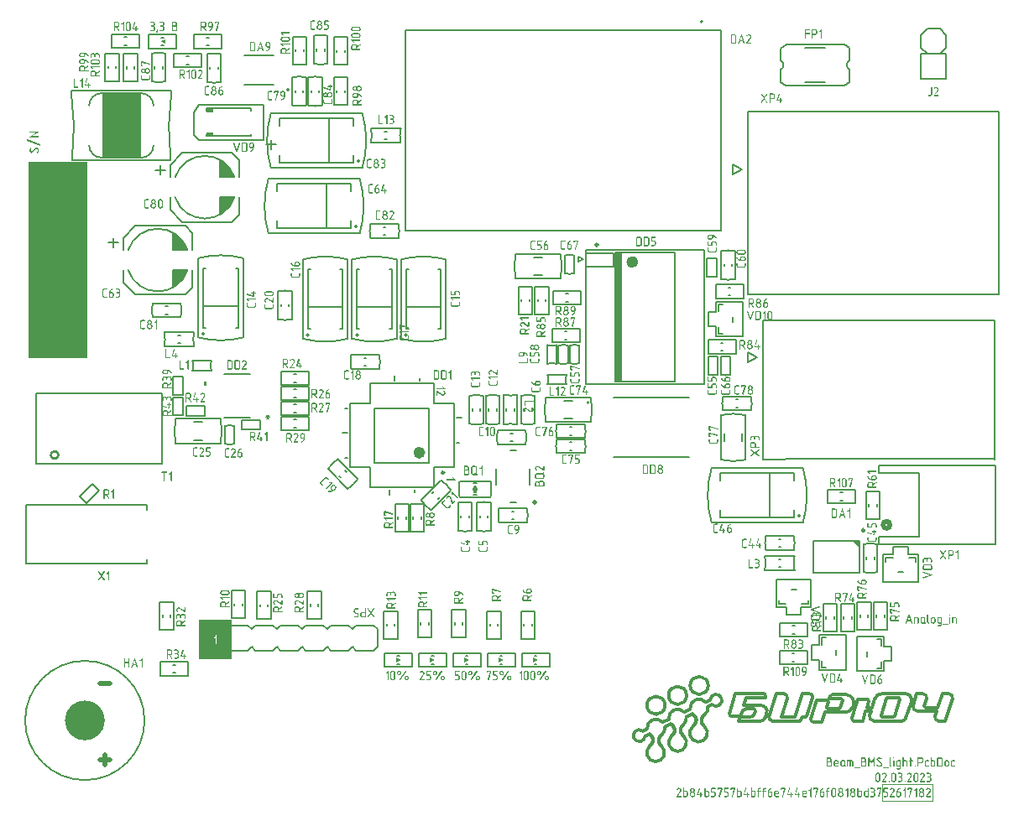
<source format=gto>
G04*
G04 #@! TF.GenerationSoftware,Altium Limited,Altium Designer,21.0.9 (235)*
G04*
G04 Layer_Color=65535*
%FSLAX44Y44*%
%MOMM*%
G71*
G04*
G04 #@! TF.SameCoordinates,E0471EC4-B756-4BE5-A2E1-81CF5BFFD595*
G04*
G04*
G04 #@! TF.FilePolarity,Positive*
G04*
G01*
G75*
%ADD10C,0.3000*%
%ADD11C,0.1500*%
%ADD12C,0.2540*%
%ADD13C,0.2000*%
%ADD14C,0.2500*%
%ADD15C,0.6000*%
%ADD16C,2.0000*%
%ADD17C,0.5000*%
%ADD18C,0.5000*%
%ADD19C,0.1000*%
%ADD20C,0.1524*%
%ADD21C,0.1270*%
%ADD22R,4.0000X6.5000*%
%ADD23R,0.7500X0.4000*%
%ADD24R,6.0000X19.8120*%
%ADD25R,0.7750X13.0400*%
G36*
X-686689Y-328485D02*
X-684149D01*
Y-332295D01*
X-686689D01*
Y-328485D01*
D02*
G37*
G36*
X-717790Y-233240D02*
X-710290Y-228240D01*
X-705290Y-220740D01*
X-702790Y-215740D01*
X-717790D01*
Y-233240D01*
D02*
G37*
G36*
Y-178240D02*
X-710290Y-183240D01*
X-705290Y-190740D01*
X-702790Y-195740D01*
X-717790D01*
Y-178240D01*
D02*
G37*
G36*
X-670418Y-159690D02*
X-662918Y-154690D01*
X-657918Y-147190D01*
X-655418Y-142190D01*
X-670418D01*
Y-159690D01*
D02*
G37*
G36*
Y-104690D02*
X-662918Y-109690D01*
X-657918Y-117190D01*
X-655418Y-122190D01*
X-670418D01*
Y-104690D01*
D02*
G37*
G36*
X-725599Y12435D02*
Y17435D01*
X-730599Y14935D01*
X-725599Y12435D01*
D02*
G37*
G36*
X-492720Y-607100D02*
Y-612100D01*
X-487720Y-609600D01*
X-492720Y-607100D01*
D02*
G37*
G36*
X-458112D02*
Y-612100D01*
X-453112Y-609600D01*
X-458112Y-607100D01*
D02*
G37*
G36*
X-423505D02*
Y-612100D01*
X-418505Y-609600D01*
X-423505Y-607100D01*
D02*
G37*
G36*
X-388898D02*
Y-612100D01*
X-383898Y-609600D01*
X-388898Y-607100D01*
D02*
G37*
G36*
X-354290D02*
Y-612100D01*
X-349290Y-609600D01*
X-354290Y-607100D01*
D02*
G37*
G36*
X-25010Y-489510D02*
X-32210Y-489510D01*
X-25010Y-496710D01*
X-25010Y-489510D01*
D02*
G37*
G36*
X-621036Y-362390D02*
X-620980Y-362403D01*
X-620842Y-362445D01*
X-620759Y-362487D01*
X-620675Y-362542D01*
X-620661Y-362556D01*
X-620648Y-362570D01*
X-620620Y-362612D01*
X-620592Y-362667D01*
X-620523Y-362806D01*
X-620509Y-362889D01*
X-620495Y-362972D01*
Y-362986D01*
Y-363000D01*
X-620509Y-363069D01*
X-620537Y-363180D01*
X-620592Y-363305D01*
X-621008Y-363763D01*
X-620315D01*
X-620259Y-363777D01*
X-620190Y-363790D01*
X-620051Y-363832D01*
X-619968Y-363873D01*
X-619899Y-363929D01*
Y-363943D01*
X-619871Y-363957D01*
X-619857Y-363998D01*
X-619829Y-364054D01*
X-619788Y-364193D01*
X-619760Y-364359D01*
Y-364373D01*
Y-364387D01*
X-619774Y-364484D01*
X-619815Y-364609D01*
X-619899Y-364747D01*
X-619913Y-364761D01*
X-619926Y-364775D01*
X-619968Y-364803D01*
X-620010Y-364844D01*
X-620079Y-364886D01*
X-620162Y-364914D01*
X-620245Y-364927D01*
X-620356Y-364941D01*
X-620994D01*
X-620564Y-365399D01*
X-620495Y-365565D01*
Y-365732D01*
Y-365746D01*
Y-365774D01*
X-620509Y-365815D01*
X-620523Y-365871D01*
X-620564Y-365995D01*
X-620606Y-366065D01*
X-620661Y-366134D01*
X-620675Y-366148D01*
X-620689Y-366162D01*
X-620731Y-366190D01*
X-620786Y-366231D01*
X-620925Y-366287D01*
X-621008Y-366301D01*
X-621105Y-366314D01*
X-621161D01*
X-621202Y-366301D01*
X-621272Y-366287D01*
X-621355Y-366245D01*
X-621438Y-366203D01*
X-621521Y-366134D01*
X-621591Y-366051D01*
X-622007Y-365316D01*
X-622423Y-366037D01*
X-622437Y-366051D01*
X-622478Y-366106D01*
X-622534Y-366162D01*
X-622617Y-366231D01*
X-622631D01*
X-622645Y-366245D01*
X-622714Y-366273D01*
X-622811Y-366301D01*
X-622922Y-366314D01*
X-622950D01*
X-622991Y-366301D01*
X-623047Y-366287D01*
X-623172Y-366245D01*
X-623255Y-366190D01*
X-623338Y-366134D01*
X-623352Y-366120D01*
X-623366Y-366106D01*
X-623394Y-366065D01*
X-623435Y-366009D01*
X-623504Y-365885D01*
X-623518Y-365801D01*
X-623532Y-365718D01*
Y-365690D01*
X-623518Y-365621D01*
X-623491Y-365510D01*
X-623421Y-365385D01*
X-623019Y-364941D01*
X-623699D01*
X-623754Y-364927D01*
X-623810Y-364914D01*
X-623948Y-364872D01*
X-624018Y-364817D01*
X-624087Y-364761D01*
X-624101Y-364747D01*
X-624115Y-364733D01*
X-624184Y-364650D01*
X-624240Y-364511D01*
X-624253Y-364442D01*
X-624267Y-364359D01*
Y-364345D01*
Y-364317D01*
X-624253Y-364290D01*
Y-364234D01*
X-624198Y-364095D01*
X-624170Y-364026D01*
X-624115Y-363957D01*
Y-363943D01*
X-624087Y-363929D01*
X-624045Y-363901D01*
X-624004Y-363860D01*
X-623934Y-363818D01*
X-623851Y-363790D01*
X-623768Y-363777D01*
X-623657Y-363763D01*
X-623019D01*
X-623435Y-363291D01*
X-623532Y-363111D01*
Y-362972D01*
Y-362958D01*
Y-362930D01*
X-623518Y-362889D01*
X-623504Y-362833D01*
X-623449Y-362695D01*
X-623407Y-362625D01*
X-623338Y-362556D01*
X-623324Y-362542D01*
X-623310Y-362528D01*
X-623269Y-362501D01*
X-623213Y-362473D01*
X-623074Y-362403D01*
X-623005Y-362390D01*
X-622908Y-362376D01*
X-622867D01*
X-622811Y-362390D01*
X-622742Y-362417D01*
X-622659Y-362445D01*
X-622575Y-362501D01*
X-622492Y-362570D01*
X-622409Y-362667D01*
X-622007Y-363374D01*
X-621591Y-362625D01*
X-621577Y-362612D01*
X-621535Y-362570D01*
X-621466Y-362501D01*
X-621355Y-362417D01*
X-621119Y-362376D01*
X-621077D01*
X-621036Y-362390D01*
D02*
G37*
G36*
X44491Y-738599D02*
X44588Y-738613D01*
X44699Y-738627D01*
X44963Y-738683D01*
X45254Y-738766D01*
X45573Y-738904D01*
X45739Y-738988D01*
X45906Y-739099D01*
X46059Y-739210D01*
X46211Y-739348D01*
X46225Y-739362D01*
X46239Y-739376D01*
X46280Y-739418D01*
X46336Y-739487D01*
X46391Y-739556D01*
X46461Y-739640D01*
X46613Y-739848D01*
X46752Y-740111D01*
X46877Y-740416D01*
X46932Y-740583D01*
X46974Y-740749D01*
X46988Y-740929D01*
X47002Y-741124D01*
Y-741151D01*
Y-741221D01*
X46988Y-741345D01*
X46960Y-741498D01*
X46918Y-741678D01*
X46863Y-741886D01*
X46780Y-742108D01*
X46669Y-742344D01*
X43729Y-746851D01*
X46474D01*
X46530Y-746865D01*
X46585Y-746879D01*
X46724Y-746934D01*
X46793Y-746976D01*
X46863Y-747045D01*
X46877Y-747059D01*
X46891Y-747073D01*
X46960Y-747156D01*
X47015Y-747281D01*
X47029Y-747350D01*
X47043Y-747434D01*
Y-747448D01*
Y-747475D01*
X47029Y-747503D01*
Y-747558D01*
X46974Y-747697D01*
X46946Y-747766D01*
X46891Y-747836D01*
Y-747850D01*
X46863Y-747863D01*
X46821Y-747891D01*
X46780Y-747933D01*
X46710Y-747974D01*
X46627Y-748002D01*
X46544Y-748016D01*
X46433Y-748030D01*
X42744D01*
X42675Y-748016D01*
X42564Y-748002D01*
X42453Y-747961D01*
X42342Y-747905D01*
X42231Y-747822D01*
X42161Y-747697D01*
X42148Y-747614D01*
X42134Y-747531D01*
Y-747517D01*
Y-747503D01*
X42148Y-747406D01*
X42189Y-747281D01*
X42259Y-747129D01*
X45642Y-741720D01*
X45656Y-741706D01*
X45670Y-741664D01*
X45698Y-741609D01*
X45726Y-741526D01*
X45753Y-741429D01*
X45781Y-741318D01*
X45809Y-741207D01*
Y-741096D01*
Y-741068D01*
Y-741012D01*
X45781Y-740902D01*
X45753Y-740777D01*
X45712Y-740638D01*
X45629Y-740486D01*
X45532Y-740333D01*
X45393Y-740180D01*
X45379Y-740167D01*
X45351Y-740153D01*
X45310Y-740111D01*
X45254Y-740070D01*
X45102Y-739972D01*
X44921Y-739875D01*
X44907D01*
X44880Y-739862D01*
X44824Y-739834D01*
X44755Y-739820D01*
X44672Y-739792D01*
X44575Y-739778D01*
X44353Y-739764D01*
X44297D01*
X44242Y-739778D01*
X44172D01*
X43978Y-739834D01*
X43881Y-739862D01*
X43784Y-739917D01*
X43770Y-739931D01*
X43729Y-739958D01*
X43673Y-740000D01*
X43604Y-740056D01*
X43437Y-740208D01*
X43271Y-740416D01*
X43257Y-740430D01*
X43215Y-740486D01*
X43146Y-740555D01*
X43035Y-740638D01*
X42799Y-740694D01*
X42758D01*
X42716Y-740680D01*
X42647Y-740666D01*
X42508Y-740624D01*
X42425Y-740583D01*
X42356Y-740527D01*
X42342Y-740513D01*
X42328Y-740499D01*
X42259Y-740416D01*
X42189Y-740277D01*
X42175Y-740194D01*
X42161Y-740111D01*
Y-740083D01*
X42175Y-740028D01*
X42203Y-739917D01*
X42245Y-739792D01*
X42259Y-739764D01*
X42314Y-739709D01*
X42383Y-739612D01*
X42494Y-739487D01*
X42619Y-739348D01*
X42772Y-739210D01*
X42952Y-739071D01*
X43160Y-738932D01*
X43174Y-738918D01*
X43202Y-738904D01*
X43257Y-738877D01*
X43340Y-738835D01*
X43507Y-738752D01*
X43715Y-738683D01*
X43729D01*
X43770Y-738669D01*
X43826Y-738655D01*
X43895Y-738627D01*
X44089Y-738599D01*
X44297Y-738586D01*
X44408D01*
X44491Y-738599D01*
D02*
G37*
G36*
X37737D02*
X37834Y-738613D01*
X37945Y-738627D01*
X38209Y-738683D01*
X38500Y-738780D01*
X38805Y-738918D01*
X38958Y-739002D01*
X39110Y-739099D01*
X39249Y-739223D01*
X39388Y-739362D01*
X39402Y-739376D01*
X39416Y-739390D01*
X39443Y-739432D01*
X39485Y-739487D01*
X39582Y-739626D01*
X39693Y-739820D01*
X39804Y-740070D01*
X39901Y-740347D01*
X39970Y-740666D01*
X39998Y-740832D01*
Y-741012D01*
Y-741040D01*
Y-741110D01*
X39984Y-741207D01*
X39970Y-741345D01*
X39943Y-741512D01*
X39915Y-741678D01*
X39859Y-741872D01*
X39790Y-742066D01*
X39776Y-742094D01*
X39748Y-742150D01*
X39707Y-742233D01*
X39637Y-742344D01*
X39554Y-742455D01*
X39457Y-742580D01*
X39346Y-742691D01*
X39221Y-742788D01*
X39249Y-742802D01*
X39318Y-742843D01*
X39416Y-742913D01*
X39554Y-743010D01*
X39693Y-743134D01*
X39845Y-743301D01*
X39984Y-743495D01*
X40123Y-743731D01*
Y-743745D01*
X40137Y-743758D01*
X40150Y-743800D01*
X40178Y-743842D01*
X40234Y-743980D01*
X40303Y-744161D01*
X40359Y-744369D01*
X40414Y-744604D01*
X40456Y-744868D01*
X40469Y-745145D01*
Y-745159D01*
Y-745201D01*
Y-745256D01*
X40456Y-745340D01*
X40442Y-745437D01*
X40428Y-745547D01*
X40400Y-745686D01*
X40372Y-745825D01*
X40275Y-746144D01*
X40206Y-746310D01*
X40137Y-746477D01*
X40040Y-746657D01*
X39929Y-746823D01*
X39804Y-747004D01*
X39665Y-747170D01*
X39651Y-747184D01*
X39637Y-747212D01*
X39596Y-747253D01*
X39527Y-747309D01*
X39457Y-747364D01*
X39360Y-747448D01*
X39263Y-747517D01*
X39138Y-747600D01*
X38986Y-747683D01*
X38833Y-747753D01*
X38667Y-747836D01*
X38472Y-747891D01*
X38264Y-747947D01*
X38043Y-747988D01*
X37807Y-748016D01*
X37557Y-748030D01*
X37432D01*
X37335Y-748016D01*
X37224Y-748002D01*
X37099Y-747988D01*
X36794Y-747919D01*
X36475Y-747822D01*
X36309Y-747753D01*
X36143Y-747669D01*
X35976Y-747572D01*
X35824Y-747461D01*
X35685Y-747337D01*
X35560Y-747184D01*
X35546Y-747170D01*
X35519Y-747142D01*
X35477Y-747101D01*
X35421Y-747031D01*
X35352Y-746948D01*
X35283Y-746851D01*
X35199Y-746740D01*
X35116Y-746615D01*
X35033Y-746463D01*
X34950Y-746310D01*
X34811Y-745964D01*
X34756Y-745769D01*
X34714Y-745575D01*
X34686Y-745367D01*
X34673Y-745145D01*
Y-745132D01*
Y-745118D01*
Y-745076D01*
Y-745021D01*
X34686Y-744868D01*
X34714Y-744688D01*
X34756Y-744466D01*
X34811Y-744230D01*
X34880Y-743980D01*
X34992Y-743731D01*
Y-743717D01*
X35005Y-743703D01*
X35047Y-743620D01*
X35130Y-743509D01*
X35227Y-743370D01*
X35352Y-743204D01*
X35519Y-743051D01*
X35699Y-742899D01*
X35907Y-742774D01*
X35893Y-742760D01*
X35851Y-742732D01*
X35796Y-742677D01*
X35713Y-742607D01*
X35629Y-742510D01*
X35532Y-742385D01*
X35435Y-742233D01*
X35352Y-742066D01*
X35338Y-742039D01*
X35324Y-741983D01*
X35283Y-741872D01*
X35255Y-741748D01*
X35213Y-741581D01*
X35172Y-741401D01*
X35158Y-741207D01*
X35144Y-741012D01*
Y-740999D01*
Y-740971D01*
Y-740916D01*
X35158Y-740846D01*
Y-740763D01*
X35172Y-740666D01*
X35213Y-740444D01*
X35283Y-740194D01*
X35394Y-739917D01*
X35532Y-739626D01*
X35726Y-739362D01*
X35740Y-739348D01*
X35754Y-739334D01*
X35796Y-739293D01*
X35851Y-739237D01*
X35921Y-739182D01*
X36004Y-739113D01*
X36101Y-739043D01*
X36212Y-738974D01*
X36475Y-738835D01*
X36794Y-738710D01*
X37155Y-738613D01*
X37349Y-738599D01*
X37557Y-738586D01*
X37668D01*
X37737Y-738599D01*
D02*
G37*
G36*
X32620Y-738544D02*
X32731Y-738586D01*
X32800Y-738641D01*
X32870Y-738697D01*
X32884Y-738710D01*
X32897Y-738724D01*
X32925Y-738766D01*
X32953Y-738821D01*
X32994Y-738974D01*
X33022Y-739071D01*
Y-739168D01*
Y-747434D01*
Y-747448D01*
Y-747475D01*
X33008Y-747531D01*
Y-747586D01*
X32953Y-747739D01*
X32911Y-747808D01*
X32856Y-747877D01*
X32842D01*
X32828Y-747905D01*
X32786Y-747919D01*
X32731Y-747947D01*
X32592Y-748002D01*
X32523Y-748016D01*
X32426Y-748030D01*
X32384D01*
X32343Y-748016D01*
X32273D01*
X32135Y-747974D01*
X31996Y-747891D01*
Y-747877D01*
X31968Y-747863D01*
X31940Y-747822D01*
X31913Y-747780D01*
X31885Y-747711D01*
X31857Y-747628D01*
X31843Y-747545D01*
X31830Y-747434D01*
Y-740416D01*
X30997Y-741442D01*
X30984D01*
X30970Y-741470D01*
X30928Y-741498D01*
X30873Y-741526D01*
X30748Y-741581D01*
X30665Y-741595D01*
X30581Y-741609D01*
X30540D01*
X30498Y-741595D01*
X30443Y-741581D01*
X30318Y-741540D01*
X30235Y-741498D01*
X30165Y-741442D01*
X30151Y-741429D01*
X30138Y-741415D01*
X30110Y-741373D01*
X30082Y-741318D01*
X30013Y-741179D01*
X29999Y-741096D01*
X29985Y-741012D01*
Y-740999D01*
Y-740971D01*
X29999Y-740929D01*
X30013Y-740888D01*
X30054Y-740749D01*
X30096Y-740680D01*
X30151Y-740610D01*
X31996Y-738766D01*
X32010Y-738752D01*
X32065Y-738710D01*
X32135Y-738655D01*
X32218Y-738599D01*
X32246Y-738586D01*
X32301Y-738558D01*
X32398Y-738530D01*
X32509Y-738516D01*
X32537D01*
X32620Y-738544D01*
D02*
G37*
G36*
X27780Y-738599D02*
X27877Y-738613D01*
X27988Y-738655D01*
X28099Y-738710D01*
X28196Y-738808D01*
X28265Y-738932D01*
X28293Y-739002D01*
Y-739099D01*
X28265Y-739321D01*
X25977Y-747586D01*
Y-747600D01*
Y-747614D01*
X25935Y-747697D01*
X25880Y-747794D01*
X25824Y-747850D01*
X25769Y-747905D01*
X25755D01*
X25741Y-747919D01*
X25658Y-747961D01*
X25547Y-748016D01*
X25395Y-748030D01*
X25353D01*
X25311Y-748016D01*
X25242D01*
X25103Y-747974D01*
X24965Y-747891D01*
Y-747877D01*
X24937Y-747863D01*
X24881Y-747780D01*
X24826Y-747642D01*
X24812Y-747558D01*
X24798Y-747461D01*
Y-747434D01*
Y-747392D01*
X24812Y-747337D01*
X24826Y-747281D01*
X26948Y-739764D01*
X24618D01*
Y-740083D01*
Y-740097D01*
Y-740125D01*
X24604Y-740180D01*
Y-740236D01*
X24549Y-740388D01*
X24507Y-740458D01*
X24451Y-740527D01*
X24438D01*
X24424Y-740555D01*
X24382Y-740569D01*
X24327Y-740596D01*
X24188Y-740652D01*
X24119Y-740666D01*
X24022Y-740680D01*
X23980D01*
X23938Y-740666D01*
X23883D01*
X23744Y-740624D01*
X23605Y-740541D01*
X23592Y-740527D01*
X23578Y-740513D01*
X23550Y-740472D01*
X23522Y-740430D01*
X23481Y-740361D01*
X23453Y-740277D01*
X23439Y-740194D01*
X23425Y-740083D01*
Y-739168D01*
Y-739140D01*
X23439Y-739071D01*
X23453Y-738988D01*
X23495Y-738877D01*
X23578Y-738766D01*
X23675Y-738683D01*
X23827Y-738613D01*
X23911Y-738586D01*
X27711D01*
X27780Y-738599D01*
D02*
G37*
G36*
X21373Y-738544D02*
X21484Y-738586D01*
X21553Y-738641D01*
X21622Y-738697D01*
X21636Y-738710D01*
X21650Y-738724D01*
X21678Y-738766D01*
X21706Y-738821D01*
X21747Y-738974D01*
X21775Y-739071D01*
Y-739168D01*
Y-747434D01*
Y-747448D01*
Y-747475D01*
X21761Y-747531D01*
Y-747586D01*
X21706Y-747739D01*
X21664Y-747808D01*
X21609Y-747877D01*
X21595D01*
X21581Y-747905D01*
X21539Y-747919D01*
X21484Y-747947D01*
X21345Y-748002D01*
X21276Y-748016D01*
X21179Y-748030D01*
X21137D01*
X21095Y-748016D01*
X21026D01*
X20887Y-747974D01*
X20749Y-747891D01*
Y-747877D01*
X20721Y-747863D01*
X20693Y-747822D01*
X20665Y-747780D01*
X20638Y-747711D01*
X20610Y-747628D01*
X20596Y-747545D01*
X20582Y-747434D01*
Y-740416D01*
X19750Y-741442D01*
X19736D01*
X19722Y-741470D01*
X19681Y-741498D01*
X19625Y-741526D01*
X19500Y-741581D01*
X19417Y-741595D01*
X19334Y-741609D01*
X19293D01*
X19251Y-741595D01*
X19195Y-741581D01*
X19071Y-741540D01*
X18987Y-741498D01*
X18918Y-741442D01*
X18904Y-741429D01*
X18890Y-741415D01*
X18863Y-741373D01*
X18835Y-741318D01*
X18765Y-741179D01*
X18752Y-741096D01*
X18738Y-741012D01*
Y-740999D01*
Y-740971D01*
X18752Y-740929D01*
X18765Y-740888D01*
X18807Y-740749D01*
X18849Y-740680D01*
X18904Y-740610D01*
X20749Y-738766D01*
X20763Y-738752D01*
X20818Y-738710D01*
X20887Y-738655D01*
X20970Y-738599D01*
X20998Y-738586D01*
X21054Y-738558D01*
X21151Y-738530D01*
X21262Y-738516D01*
X21290D01*
X21373Y-738544D01*
D02*
G37*
G36*
X15617Y-738599D02*
X15673Y-738613D01*
X15825Y-738669D01*
X15895Y-738710D01*
X15964Y-738780D01*
X15978Y-738794D01*
X15992Y-738808D01*
X16020Y-738849D01*
X16047Y-738904D01*
X16089Y-739043D01*
X16117Y-739113D01*
Y-739196D01*
Y-739210D01*
Y-739223D01*
X16103Y-739293D01*
X16089Y-739390D01*
X16033Y-739487D01*
X16020Y-739515D01*
X15978Y-739570D01*
X15881Y-739640D01*
X15756Y-739737D01*
X15742D01*
X15728Y-739751D01*
X15645Y-739778D01*
X15534Y-739820D01*
X15423Y-739875D01*
X15395Y-739889D01*
X15340Y-739931D01*
X15229Y-739986D01*
X15090Y-740083D01*
X15077Y-740097D01*
X15049Y-740111D01*
X15007Y-740153D01*
X14938Y-740194D01*
X14771Y-740333D01*
X14577Y-740513D01*
X14549Y-740541D01*
X14494Y-740610D01*
X14397Y-740721D01*
X14272Y-740860D01*
X14147Y-741040D01*
X14009Y-741262D01*
X13884Y-741498D01*
X13759Y-741748D01*
X13648Y-742053D01*
X13537Y-742261D01*
X15146D01*
X15201Y-742275D01*
X15354Y-742288D01*
X15534Y-742330D01*
X15756Y-742399D01*
X15992Y-742510D01*
X16228Y-742649D01*
X16449Y-742843D01*
X16463D01*
X16477Y-742871D01*
X16546Y-742940D01*
X16644Y-743065D01*
X16755Y-743232D01*
X16852Y-743426D01*
X16949Y-743661D01*
X17018Y-743939D01*
X17046Y-744078D01*
Y-744230D01*
Y-746061D01*
Y-746075D01*
Y-746102D01*
Y-746144D01*
X17032Y-746199D01*
X17018Y-746352D01*
X16976Y-746546D01*
X16907Y-746768D01*
X16796Y-746990D01*
X16658Y-747240D01*
X16463Y-747461D01*
X16436Y-747489D01*
X16366Y-747545D01*
X16241Y-747642D01*
X16075Y-747739D01*
X15867Y-747850D01*
X15631Y-747947D01*
X15354Y-748002D01*
X15063Y-748030D01*
X14064D01*
X14009Y-748016D01*
X13856Y-748002D01*
X13676Y-747961D01*
X13454Y-747891D01*
X13218Y-747794D01*
X12982Y-747655D01*
X12760Y-747461D01*
X12733Y-747434D01*
X12663Y-747364D01*
X12580Y-747240D01*
X12469Y-747073D01*
X12358Y-746865D01*
X12275Y-746629D01*
X12206Y-746366D01*
X12178Y-746061D01*
Y-743772D01*
Y-743758D01*
Y-743717D01*
Y-743648D01*
X12192Y-743550D01*
Y-743426D01*
X12206Y-743301D01*
X12220Y-743148D01*
X12234Y-742982D01*
X12303Y-742621D01*
X12386Y-742219D01*
X12497Y-741817D01*
X12663Y-741429D01*
Y-741415D01*
X12677Y-741387D01*
X12705Y-741331D01*
X12733Y-741262D01*
X12774Y-741179D01*
X12816Y-741068D01*
X12927Y-740832D01*
X13079Y-740569D01*
X13260Y-740291D01*
X13468Y-740000D01*
X13704Y-739737D01*
X13717Y-739723D01*
X13731Y-739709D01*
X13773Y-739667D01*
X13828Y-739626D01*
X13967Y-739501D01*
X14161Y-739334D01*
X14397Y-739168D01*
X14660Y-738988D01*
X14965Y-738808D01*
X15298Y-738641D01*
X15520Y-738586D01*
X15562D01*
X15617Y-738599D01*
D02*
G37*
G36*
X7934Y-738599D02*
X8031Y-738613D01*
X8142Y-738627D01*
X8406Y-738683D01*
X8697Y-738766D01*
X9016Y-738904D01*
X9182Y-738988D01*
X9349Y-739099D01*
X9501Y-739210D01*
X9654Y-739348D01*
X9668Y-739362D01*
X9682Y-739376D01*
X9723Y-739418D01*
X9779Y-739487D01*
X9834Y-739556D01*
X9904Y-739640D01*
X10056Y-739848D01*
X10195Y-740111D01*
X10320Y-740416D01*
X10375Y-740583D01*
X10417Y-740749D01*
X10431Y-740929D01*
X10444Y-741124D01*
Y-741151D01*
Y-741221D01*
X10431Y-741345D01*
X10403Y-741498D01*
X10361Y-741678D01*
X10306Y-741886D01*
X10223Y-742108D01*
X10112Y-742344D01*
X7171Y-746851D01*
X9917Y-746851D01*
X9973Y-746865D01*
X10028Y-746879D01*
X10167Y-746934D01*
X10236Y-746976D01*
X10306Y-747045D01*
X10320Y-747059D01*
X10333Y-747073D01*
X10403Y-747156D01*
X10458Y-747281D01*
X10472Y-747350D01*
X10486Y-747434D01*
Y-747448D01*
Y-747475D01*
X10472Y-747503D01*
Y-747558D01*
X10417Y-747697D01*
X10389Y-747766D01*
X10333Y-747836D01*
Y-747850D01*
X10306Y-747863D01*
X10264Y-747891D01*
X10223Y-747933D01*
X10153Y-747974D01*
X10070Y-748002D01*
X9987Y-748016D01*
X9876Y-748030D01*
X6187Y-748030D01*
X6118Y-748016D01*
X6007Y-748002D01*
X5896Y-747961D01*
X5785Y-747905D01*
X5674Y-747822D01*
X5604Y-747697D01*
X5591Y-747614D01*
X5577Y-747531D01*
Y-747517D01*
Y-747503D01*
X5591Y-747406D01*
X5632Y-747281D01*
X5701Y-747129D01*
X9085Y-741720D01*
X9099Y-741706D01*
X9113Y-741664D01*
X9141Y-741609D01*
X9168Y-741526D01*
X9196Y-741429D01*
X9224Y-741318D01*
X9252Y-741207D01*
Y-741096D01*
Y-741068D01*
Y-741012D01*
X9224Y-740902D01*
X9196Y-740777D01*
X9155Y-740638D01*
X9071Y-740486D01*
X8974Y-740333D01*
X8836Y-740180D01*
X8822Y-740167D01*
X8794Y-740153D01*
X8752Y-740111D01*
X8697Y-740070D01*
X8544Y-739972D01*
X8364Y-739875D01*
X8350Y-739875D01*
X8323Y-739862D01*
X8267Y-739834D01*
X8198Y-739820D01*
X8115Y-739792D01*
X8018Y-739778D01*
X7796Y-739764D01*
X7740D01*
X7685Y-739778D01*
X7615D01*
X7421Y-739834D01*
X7324Y-739862D01*
X7227Y-739917D01*
X7213Y-739931D01*
X7171Y-739959D01*
X7116Y-740000D01*
X7047Y-740056D01*
X6880Y-740208D01*
X6714Y-740416D01*
X6700Y-740430D01*
X6658Y-740486D01*
X6589Y-740555D01*
X6478Y-740638D01*
X6242Y-740694D01*
X6201D01*
X6159Y-740680D01*
X6090Y-740666D01*
X5951Y-740624D01*
X5868Y-740583D01*
X5799Y-740527D01*
X5785Y-740513D01*
X5771Y-740499D01*
X5701Y-740416D01*
X5632Y-740277D01*
X5618Y-740194D01*
X5604Y-740111D01*
Y-740083D01*
X5618Y-740028D01*
X5646Y-739917D01*
X5688Y-739792D01*
X5701Y-739764D01*
X5757Y-739709D01*
X5826Y-739612D01*
X5937Y-739487D01*
X6062Y-739348D01*
X6215Y-739210D01*
X6395Y-739071D01*
X6603Y-738932D01*
X6617Y-738918D01*
X6644Y-738905D01*
X6700Y-738877D01*
X6783Y-738835D01*
X6950Y-738752D01*
X7158Y-738683D01*
X7171D01*
X7213Y-738669D01*
X7269Y-738655D01*
X7338Y-738627D01*
X7532Y-738599D01*
X7740Y-738586D01*
X7851D01*
X7934Y-738599D01*
D02*
G37*
G36*
X3413D02*
X3469Y-738613D01*
X3607Y-738669D01*
X3677Y-738710D01*
X3746Y-738780D01*
X3760Y-738794D01*
X3774Y-738808D01*
X3843Y-738891D01*
X3898Y-739016D01*
X3912Y-739085D01*
X3926Y-739168D01*
Y-739182D01*
Y-739210D01*
X3912Y-739237D01*
Y-739293D01*
X3857Y-739432D01*
X3829Y-739501D01*
X3774Y-739570D01*
Y-739584D01*
X3746Y-739598D01*
X3704Y-739626D01*
X3663Y-739667D01*
X3593Y-739709D01*
X3510Y-739737D01*
X3427Y-739751D01*
X3316Y-739764D01*
X251D01*
Y-742261D01*
X1583D01*
X1652Y-742275D01*
X1735Y-742289D01*
X1846Y-742302D01*
X2082Y-742344D01*
X2345Y-742441D01*
X2637Y-742566D01*
X2775Y-742649D01*
X2928Y-742746D01*
X3066Y-742857D01*
X3205Y-742982D01*
X3219Y-742996D01*
X3233Y-743010D01*
X3275Y-743051D01*
X3316Y-743107D01*
X3372Y-743176D01*
X3427Y-743259D01*
X3566Y-743453D01*
X3704Y-743703D01*
X3815Y-743994D01*
X3898Y-744327D01*
X3912Y-744507D01*
X3926Y-744688D01*
Y-745603D01*
Y-745617D01*
Y-745645D01*
Y-745700D01*
X3912Y-745769D01*
X3898Y-745853D01*
X3885Y-745950D01*
X3843Y-746186D01*
X3746Y-746463D01*
X3621Y-746754D01*
X3538Y-746893D01*
X3441Y-747045D01*
X3330Y-747184D01*
X3205Y-747323D01*
X3191Y-747337D01*
X3177Y-747350D01*
X3136Y-747392D01*
X3080Y-747434D01*
X3011Y-747489D01*
X2928Y-747545D01*
X2720Y-747669D01*
X2470Y-747808D01*
X2179Y-747919D01*
X1846Y-748002D01*
X1666Y-748016D01*
X1485Y-748030D01*
X-387D01*
X-442Y-748016D01*
X-498D01*
X-650Y-747961D01*
X-720Y-747933D01*
X-789Y-747877D01*
Y-747864D01*
X-817Y-747836D01*
X-831Y-747808D01*
X-858Y-747753D01*
X-914Y-747614D01*
X-928Y-747531D01*
X-941Y-747434D01*
Y-747420D01*
Y-747406D01*
X-928Y-747309D01*
X-872Y-747184D01*
X-844Y-747115D01*
X-789Y-747045D01*
X-775Y-747031D01*
X-761Y-747018D01*
X-720Y-746990D01*
X-678Y-746948D01*
X-539Y-746879D01*
X-442Y-746865D01*
X-345Y-746851D01*
X1569D01*
X1666Y-746837D01*
X1790Y-746810D01*
X1929Y-746768D01*
X2068Y-746699D01*
X2220Y-746615D01*
X2359Y-746505D01*
X2373Y-746491D01*
X2415Y-746435D01*
X2484Y-746366D01*
X2553Y-746255D01*
X2609Y-746130D01*
X2678Y-745977D01*
X2720Y-745797D01*
X2734Y-745603D01*
Y-744688D01*
Y-744660D01*
Y-744604D01*
X2720Y-744507D01*
X2692Y-744383D01*
X2650Y-744244D01*
X2581Y-744105D01*
X2498Y-743953D01*
X2373Y-743814D01*
X2359Y-743800D01*
X2304Y-743758D01*
X2234Y-743689D01*
X2123Y-743620D01*
X1999Y-743564D01*
X1846Y-743495D01*
X1680Y-743453D01*
X1485Y-743439D01*
X-373D01*
X-442Y-743426D01*
X-539Y-743412D01*
X-636Y-743370D01*
X-747Y-743287D01*
X-844Y-743190D01*
X-914Y-743037D01*
X-928Y-742954D01*
X-941Y-742843D01*
Y-739182D01*
Y-739168D01*
Y-739154D01*
X-928Y-739085D01*
X-914Y-738988D01*
X-872Y-738877D01*
X-789Y-738780D01*
X-692Y-738683D01*
X-539Y-738613D01*
X-456Y-738586D01*
X3358D01*
X3413Y-738599D01*
D02*
G37*
G36*
X-3147D02*
X-3049Y-738613D01*
X-2939Y-738655D01*
X-2828Y-738710D01*
X-2731Y-738808D01*
X-2661Y-738932D01*
X-2634Y-739002D01*
Y-739099D01*
X-2661Y-739321D01*
X-4949Y-747586D01*
Y-747600D01*
Y-747614D01*
X-4991Y-747697D01*
X-5047Y-747794D01*
X-5102Y-747850D01*
X-5157Y-747905D01*
X-5171D01*
X-5185Y-747919D01*
X-5268Y-747961D01*
X-5379Y-748016D01*
X-5532Y-748030D01*
X-5574D01*
X-5615Y-748016D01*
X-5684D01*
X-5823Y-747974D01*
X-5962Y-747891D01*
Y-747877D01*
X-5990Y-747864D01*
X-6045Y-747780D01*
X-6101Y-747642D01*
X-6114Y-747558D01*
X-6128Y-747461D01*
Y-747434D01*
Y-747392D01*
X-6114Y-747337D01*
X-6101Y-747281D01*
X-3979Y-739764D01*
X-6309D01*
Y-740083D01*
Y-740097D01*
Y-740125D01*
X-6323Y-740181D01*
Y-740236D01*
X-6378Y-740388D01*
X-6420Y-740458D01*
X-6475Y-740527D01*
X-6489D01*
X-6503Y-740555D01*
X-6544Y-740569D01*
X-6600Y-740596D01*
X-6738Y-740652D01*
X-6808Y-740666D01*
X-6905Y-740680D01*
X-6946D01*
X-6988Y-740666D01*
X-7044D01*
X-7182Y-740624D01*
X-7321Y-740541D01*
X-7335Y-740527D01*
X-7349Y-740513D01*
X-7376Y-740472D01*
X-7404Y-740430D01*
X-7446Y-740361D01*
X-7473Y-740277D01*
X-7487Y-740194D01*
X-7501Y-740083D01*
Y-739168D01*
Y-739140D01*
X-7487Y-739071D01*
X-7473Y-738988D01*
X-7432Y-738877D01*
X-7349Y-738766D01*
X-7252Y-738683D01*
X-7099Y-738613D01*
X-7016Y-738586D01*
X-3216D01*
X-3147Y-738599D01*
D02*
G37*
G36*
X-11481Y-738613D02*
X-11384Y-738627D01*
X-11273Y-738641D01*
X-11024Y-738697D01*
X-10733Y-738780D01*
X-10428Y-738918D01*
X-10275Y-739002D01*
X-10122Y-739113D01*
X-9984Y-739223D01*
X-9845Y-739362D01*
X-9831Y-739376D01*
X-9817Y-739390D01*
X-9790Y-739432D01*
X-9748Y-739487D01*
X-9651Y-739626D01*
X-9540Y-739820D01*
X-9429Y-740070D01*
X-9332Y-740347D01*
X-9263Y-740666D01*
X-9235Y-740832D01*
Y-741013D01*
Y-741040D01*
Y-741110D01*
X-9249Y-741221D01*
X-9263Y-741359D01*
X-9290Y-741526D01*
X-9332Y-741720D01*
X-9387Y-741900D01*
X-9471Y-742094D01*
X-9485Y-742122D01*
X-9512Y-742178D01*
X-9568Y-742261D01*
X-9637Y-742372D01*
X-9734Y-742496D01*
X-9845Y-742621D01*
X-9984Y-742760D01*
X-10136Y-742871D01*
X-10122Y-742885D01*
X-10081Y-742913D01*
X-10012Y-742968D01*
X-9928Y-743051D01*
X-9831Y-743148D01*
X-9720Y-743273D01*
X-9609Y-743426D01*
X-9512Y-743606D01*
X-9498Y-743634D01*
X-9471Y-743689D01*
X-9429Y-743800D01*
X-9373Y-743925D01*
X-9318Y-744091D01*
X-9276Y-744272D01*
X-9249Y-744480D01*
X-9235Y-744688D01*
Y-745603D01*
Y-745617D01*
Y-745645D01*
Y-745700D01*
X-9249Y-745769D01*
X-9263Y-745853D01*
X-9276Y-745950D01*
X-9318Y-746186D01*
X-9415Y-746463D01*
X-9540Y-746754D01*
X-9623Y-746893D01*
X-9720Y-747045D01*
X-9831Y-747184D01*
X-9956Y-747323D01*
X-9970Y-747337D01*
X-9984Y-747350D01*
X-10025Y-747392D01*
X-10081Y-747434D01*
X-10150Y-747489D01*
X-10233Y-747545D01*
X-10441Y-747669D01*
X-10691Y-747808D01*
X-10982Y-747919D01*
X-11315Y-748002D01*
X-11495Y-748016D01*
X-11676Y-748030D01*
X-13548D01*
X-13603Y-748016D01*
X-13659D01*
X-13811Y-747961D01*
X-13881Y-747933D01*
X-13950Y-747877D01*
Y-747864D01*
X-13978Y-747836D01*
X-13992Y-747794D01*
X-14019Y-747739D01*
X-14075Y-747600D01*
X-14089Y-747517D01*
X-14103Y-747434D01*
Y-747420D01*
Y-747406D01*
X-14089Y-747309D01*
X-14047Y-747184D01*
X-13964Y-747045D01*
X-13950Y-747031D01*
X-13936Y-747018D01*
X-13895Y-746990D01*
X-13853Y-746948D01*
X-13784Y-746907D01*
X-13700Y-746879D01*
X-13617Y-746865D01*
X-13506Y-746851D01*
X-11593D01*
X-11495Y-746837D01*
X-11371Y-746810D01*
X-11232Y-746768D01*
X-11093Y-746699D01*
X-10941Y-746615D01*
X-10802Y-746491D01*
X-10788Y-746477D01*
X-10747Y-746421D01*
X-10677Y-746352D01*
X-10608Y-746241D01*
X-10552Y-746116D01*
X-10483Y-745964D01*
X-10441Y-745797D01*
X-10428Y-745603D01*
Y-744688D01*
Y-744660D01*
Y-744604D01*
X-10441Y-744507D01*
X-10469Y-744383D01*
X-10511Y-744244D01*
X-10580Y-744105D01*
X-10663Y-743953D01*
X-10788Y-743814D01*
X-10802Y-743800D01*
X-10857Y-743758D01*
X-10927Y-743689D01*
X-11038Y-743620D01*
X-11163Y-743564D01*
X-11315Y-743495D01*
X-11481Y-743453D01*
X-11676Y-743439D01*
X-12633D01*
X-12688Y-743426D01*
X-12744Y-743412D01*
X-12896Y-743370D01*
X-12979Y-743329D01*
X-13049Y-743273D01*
Y-743259D01*
X-13076Y-743245D01*
X-13090Y-743204D01*
X-13118Y-743148D01*
X-13160Y-743010D01*
X-13187Y-742843D01*
Y-742829D01*
Y-742815D01*
X-13174Y-742718D01*
X-13132Y-742594D01*
X-13049Y-742455D01*
X-13035Y-742441D01*
X-13021Y-742427D01*
X-12979Y-742399D01*
X-12938Y-742358D01*
X-12868Y-742316D01*
X-12785Y-742289D01*
X-12702Y-742275D01*
X-12591Y-742261D01*
X-11579D01*
X-11481Y-742247D01*
X-11357Y-742219D01*
X-11218Y-742164D01*
X-11079Y-742108D01*
X-10927Y-742011D01*
X-10788Y-741886D01*
X-10774Y-741872D01*
X-10733Y-741817D01*
X-10691Y-741734D01*
X-10622Y-741637D01*
X-10566Y-741498D01*
X-10525Y-741345D01*
X-10483Y-741179D01*
X-10469Y-740985D01*
Y-740957D01*
Y-740902D01*
X-10483Y-740805D01*
X-10511Y-740694D01*
X-10539Y-740555D01*
X-10594Y-740416D01*
X-10663Y-740277D01*
X-10760Y-740153D01*
X-10774Y-740139D01*
X-10816Y-740097D01*
X-10899Y-740028D01*
X-10996Y-739959D01*
X-11135Y-739903D01*
X-11287Y-739834D01*
X-11468Y-739792D01*
X-11676Y-739778D01*
X-13548D01*
X-13603Y-739764D01*
X-13659D01*
X-13811Y-739709D01*
X-13881Y-739681D01*
X-13950Y-739626D01*
Y-739612D01*
X-13978Y-739584D01*
X-13992Y-739556D01*
X-14019Y-739501D01*
X-14075Y-739362D01*
X-14089Y-739279D01*
X-14103Y-739182D01*
Y-739168D01*
Y-739154D01*
X-14089Y-739057D01*
X-14033Y-738932D01*
X-14006Y-738863D01*
X-13950Y-738794D01*
X-13936Y-738780D01*
X-13922Y-738766D01*
X-13881Y-738738D01*
X-13839Y-738697D01*
X-13700Y-738627D01*
X-13603Y-738613D01*
X-13506Y-738599D01*
X-11565D01*
X-11481Y-738613D01*
D02*
G37*
G36*
X-16266Y-738599D02*
X-16211D01*
X-16086Y-738655D01*
X-16016Y-738683D01*
X-15947Y-738738D01*
X-15933D01*
X-15919Y-738766D01*
X-15892Y-738808D01*
X-15850Y-738849D01*
X-15781Y-738988D01*
X-15767Y-739085D01*
X-15753Y-739182D01*
Y-747434D01*
Y-747461D01*
X-15767Y-747531D01*
X-15781Y-747628D01*
X-15822Y-747725D01*
X-15905Y-747836D01*
X-16016Y-747933D01*
X-16155Y-748002D01*
X-16252Y-748016D01*
X-16363Y-748030D01*
X-18735D01*
X-18790Y-748016D01*
X-18943Y-748002D01*
X-19123Y-747961D01*
X-19345Y-747891D01*
X-19581Y-747794D01*
X-19816Y-747655D01*
X-20038Y-747461D01*
X-20066Y-747434D01*
X-20135Y-747364D01*
X-20219Y-747240D01*
X-20330Y-747073D01*
X-20440Y-746865D01*
X-20524Y-746629D01*
X-20593Y-746366D01*
X-20621Y-746061D01*
Y-743315D01*
Y-743301D01*
Y-743273D01*
Y-743232D01*
X-20607Y-743176D01*
X-20593Y-743024D01*
X-20551Y-742829D01*
X-20482Y-742621D01*
X-20385Y-742385D01*
X-20246Y-742150D01*
X-20052Y-741928D01*
X-20024Y-741900D01*
X-19941Y-741831D01*
X-19830Y-741748D01*
X-19664Y-741637D01*
X-19456Y-741526D01*
X-19220Y-741442D01*
X-18943Y-741373D01*
X-18651Y-741345D01*
X-16946D01*
Y-739182D01*
Y-739168D01*
Y-739140D01*
X-16932Y-739099D01*
Y-739043D01*
X-16876Y-738905D01*
X-16849Y-738835D01*
X-16793Y-738766D01*
X-16779Y-738752D01*
X-16752Y-738738D01*
X-16724Y-738710D01*
X-16668Y-738669D01*
X-16530Y-738613D01*
X-16446Y-738599D01*
X-16349Y-738586D01*
X-16308D01*
X-16266Y-738599D01*
D02*
G37*
G36*
X-26501D02*
X-26446D01*
X-26321Y-738655D01*
X-26251Y-738683D01*
X-26182Y-738738D01*
X-26168D01*
X-26154Y-738766D01*
X-26126Y-738808D01*
X-26085Y-738849D01*
X-26016Y-738988D01*
X-26002Y-739085D01*
X-25988Y-739182D01*
Y-741345D01*
X-24213D01*
X-24157Y-741359D01*
X-24005Y-741373D01*
X-23824Y-741415D01*
X-23602Y-741484D01*
X-23367Y-741595D01*
X-23131Y-741734D01*
X-22909Y-741928D01*
X-22895D01*
X-22881Y-741956D01*
X-22812Y-742025D01*
X-22715Y-742150D01*
X-22604Y-742316D01*
X-22507Y-742510D01*
X-22410Y-742746D01*
X-22341Y-743024D01*
X-22313Y-743162D01*
Y-743315D01*
Y-746061D01*
Y-746075D01*
Y-746102D01*
Y-746144D01*
X-22327Y-746199D01*
X-22341Y-746352D01*
X-22382Y-746546D01*
X-22451Y-746768D01*
X-22562Y-746990D01*
X-22701Y-747240D01*
X-22895Y-747461D01*
X-22923Y-747489D01*
X-22992Y-747545D01*
X-23117Y-747642D01*
X-23284Y-747739D01*
X-23491Y-747850D01*
X-23727Y-747947D01*
X-24005Y-748002D01*
X-24296Y-748030D01*
X-26612D01*
X-26681Y-748016D01*
X-26778Y-748002D01*
X-26875Y-747961D01*
X-26986Y-747877D01*
X-27083Y-747780D01*
X-27153Y-747628D01*
X-27167Y-747545D01*
X-27181Y-747434D01*
Y-739182D01*
Y-739168D01*
Y-739140D01*
X-27167Y-739099D01*
Y-739043D01*
X-27111Y-738905D01*
X-27083Y-738835D01*
X-27028Y-738766D01*
X-27014Y-738752D01*
X-26986Y-738738D01*
X-26959Y-738710D01*
X-26903Y-738669D01*
X-26765Y-738613D01*
X-26681Y-738599D01*
X-26584Y-738586D01*
X-26543D01*
X-26501Y-738599D01*
D02*
G37*
G36*
X-31618D02*
X-31521Y-738613D01*
X-31410Y-738627D01*
X-31147Y-738683D01*
X-30856Y-738780D01*
X-30551Y-738918D01*
X-30398Y-739002D01*
X-30245Y-739099D01*
X-30107Y-739223D01*
X-29968Y-739362D01*
X-29954Y-739376D01*
X-29940Y-739390D01*
X-29913Y-739432D01*
X-29871Y-739487D01*
X-29774Y-739626D01*
X-29663Y-739820D01*
X-29552Y-740070D01*
X-29455Y-740347D01*
X-29386Y-740666D01*
X-29358Y-740832D01*
Y-741013D01*
Y-741040D01*
Y-741110D01*
X-29372Y-741207D01*
X-29386Y-741345D01*
X-29413Y-741512D01*
X-29441Y-741678D01*
X-29497Y-741872D01*
X-29566Y-742067D01*
X-29580Y-742094D01*
X-29608Y-742150D01*
X-29649Y-742233D01*
X-29718Y-742344D01*
X-29802Y-742455D01*
X-29899Y-742580D01*
X-30010Y-742691D01*
X-30134Y-742788D01*
X-30107Y-742802D01*
X-30037Y-742843D01*
X-29940Y-742913D01*
X-29802Y-743010D01*
X-29663Y-743134D01*
X-29510Y-743301D01*
X-29372Y-743495D01*
X-29233Y-743731D01*
Y-743745D01*
X-29219Y-743758D01*
X-29205Y-743800D01*
X-29178Y-743842D01*
X-29122Y-743980D01*
X-29053Y-744161D01*
X-28997Y-744369D01*
X-28942Y-744604D01*
X-28900Y-744868D01*
X-28886Y-745145D01*
Y-745159D01*
Y-745201D01*
Y-745256D01*
X-28900Y-745340D01*
X-28914Y-745437D01*
X-28928Y-745547D01*
X-28956Y-745686D01*
X-28983Y-745825D01*
X-29081Y-746144D01*
X-29150Y-746310D01*
X-29219Y-746477D01*
X-29316Y-746657D01*
X-29427Y-746823D01*
X-29552Y-747004D01*
X-29691Y-747170D01*
X-29705Y-747184D01*
X-29718Y-747212D01*
X-29760Y-747253D01*
X-29829Y-747309D01*
X-29899Y-747364D01*
X-29996Y-747448D01*
X-30093Y-747517D01*
X-30218Y-747600D01*
X-30370Y-747683D01*
X-30523Y-747753D01*
X-30689Y-747836D01*
X-30883Y-747891D01*
X-31091Y-747947D01*
X-31313Y-747988D01*
X-31549Y-748016D01*
X-31799Y-748030D01*
X-31923D01*
X-32021Y-748016D01*
X-32132Y-748002D01*
X-32256Y-747988D01*
X-32562Y-747919D01*
X-32880Y-747822D01*
X-33047Y-747753D01*
X-33213Y-747669D01*
X-33380Y-747572D01*
X-33532Y-747461D01*
X-33671Y-747337D01*
X-33796Y-747184D01*
X-33810Y-747170D01*
X-33837Y-747142D01*
X-33879Y-747101D01*
X-33935Y-747031D01*
X-34004Y-746948D01*
X-34073Y-746851D01*
X-34156Y-746740D01*
X-34240Y-746615D01*
X-34323Y-746463D01*
X-34406Y-746310D01*
X-34545Y-745964D01*
X-34600Y-745769D01*
X-34642Y-745575D01*
X-34669Y-745367D01*
X-34683Y-745145D01*
Y-745132D01*
Y-745118D01*
Y-745076D01*
Y-745021D01*
X-34669Y-744868D01*
X-34642Y-744688D01*
X-34600Y-744466D01*
X-34545Y-744230D01*
X-34475Y-743980D01*
X-34364Y-743731D01*
Y-743717D01*
X-34351Y-743703D01*
X-34309Y-743620D01*
X-34226Y-743509D01*
X-34129Y-743370D01*
X-34004Y-743204D01*
X-33837Y-743051D01*
X-33657Y-742899D01*
X-33449Y-742774D01*
X-33463Y-742760D01*
X-33505Y-742732D01*
X-33560Y-742677D01*
X-33643Y-742607D01*
X-33726Y-742510D01*
X-33823Y-742385D01*
X-33921Y-742233D01*
X-34004Y-742067D01*
X-34018Y-742039D01*
X-34032Y-741983D01*
X-34073Y-741872D01*
X-34101Y-741748D01*
X-34142Y-741581D01*
X-34184Y-741401D01*
X-34198Y-741207D01*
X-34212Y-741013D01*
Y-740999D01*
Y-740971D01*
Y-740916D01*
X-34198Y-740846D01*
Y-740763D01*
X-34184Y-740666D01*
X-34142Y-740444D01*
X-34073Y-740194D01*
X-33962Y-739917D01*
X-33823Y-739626D01*
X-33629Y-739362D01*
X-33616Y-739348D01*
X-33602Y-739334D01*
X-33560Y-739293D01*
X-33505Y-739237D01*
X-33435Y-739182D01*
X-33352Y-739113D01*
X-33255Y-739043D01*
X-33144Y-738974D01*
X-32880Y-738835D01*
X-32562Y-738710D01*
X-32201Y-738613D01*
X-32007Y-738599D01*
X-31799Y-738586D01*
X-31688D01*
X-31618Y-738599D01*
D02*
G37*
G36*
X-36736Y-738544D02*
X-36625Y-738586D01*
X-36556Y-738641D01*
X-36486Y-738697D01*
X-36472Y-738710D01*
X-36458Y-738724D01*
X-36431Y-738766D01*
X-36403Y-738821D01*
X-36361Y-738974D01*
X-36334Y-739071D01*
Y-739168D01*
Y-747434D01*
Y-747448D01*
Y-747475D01*
X-36348Y-747531D01*
Y-747586D01*
X-36403Y-747739D01*
X-36445Y-747808D01*
X-36500Y-747877D01*
X-36514D01*
X-36528Y-747905D01*
X-36569Y-747919D01*
X-36625Y-747947D01*
X-36764Y-748002D01*
X-36833Y-748016D01*
X-36930Y-748030D01*
X-36972D01*
X-37013Y-748016D01*
X-37083D01*
X-37221Y-747974D01*
X-37360Y-747891D01*
Y-747877D01*
X-37388Y-747864D01*
X-37415Y-747822D01*
X-37443Y-747780D01*
X-37471Y-747711D01*
X-37499Y-747628D01*
X-37513Y-747545D01*
X-37526Y-747434D01*
Y-740416D01*
X-38359Y-741442D01*
X-38372D01*
X-38386Y-741470D01*
X-38428Y-741498D01*
X-38483Y-741526D01*
X-38608Y-741581D01*
X-38691Y-741595D01*
X-38774Y-741609D01*
X-38816D01*
X-38858Y-741595D01*
X-38913Y-741581D01*
X-39038Y-741540D01*
X-39121Y-741498D01*
X-39191Y-741442D01*
X-39204Y-741429D01*
X-39218Y-741415D01*
X-39246Y-741373D01*
X-39274Y-741318D01*
X-39343Y-741179D01*
X-39357Y-741096D01*
X-39371Y-741013D01*
Y-740999D01*
Y-740971D01*
X-39357Y-740929D01*
X-39343Y-740888D01*
X-39302Y-740749D01*
X-39260Y-740680D01*
X-39204Y-740610D01*
X-37360Y-738766D01*
X-37346Y-738752D01*
X-37291Y-738710D01*
X-37221Y-738655D01*
X-37138Y-738599D01*
X-37110Y-738586D01*
X-37055Y-738558D01*
X-36958Y-738530D01*
X-36847Y-738516D01*
X-36819D01*
X-36736Y-738544D01*
D02*
G37*
G36*
X-43809Y-738599D02*
X-43712Y-738613D01*
X-43601Y-738627D01*
X-43337Y-738683D01*
X-43046Y-738780D01*
X-42741Y-738918D01*
X-42588Y-739002D01*
X-42436Y-739099D01*
X-42297Y-739223D01*
X-42158Y-739362D01*
X-42144Y-739376D01*
X-42131Y-739390D01*
X-42103Y-739432D01*
X-42061Y-739487D01*
X-41964Y-739626D01*
X-41853Y-739820D01*
X-41742Y-740070D01*
X-41645Y-740347D01*
X-41576Y-740666D01*
X-41548Y-740832D01*
Y-741013D01*
Y-741040D01*
Y-741110D01*
X-41562Y-741207D01*
X-41576Y-741345D01*
X-41604Y-741512D01*
X-41631Y-741678D01*
X-41687Y-741872D01*
X-41756Y-742067D01*
X-41770Y-742094D01*
X-41798Y-742150D01*
X-41839Y-742233D01*
X-41909Y-742344D01*
X-41992Y-742455D01*
X-42089Y-742580D01*
X-42200Y-742691D01*
X-42325Y-742788D01*
X-42297Y-742802D01*
X-42228Y-742843D01*
X-42131Y-742913D01*
X-41992Y-743010D01*
X-41853Y-743134D01*
X-41701Y-743301D01*
X-41562Y-743495D01*
X-41423Y-743731D01*
Y-743745D01*
X-41410Y-743758D01*
X-41396Y-743800D01*
X-41368Y-743842D01*
X-41312Y-743980D01*
X-41243Y-744161D01*
X-41188Y-744369D01*
X-41132Y-744604D01*
X-41090Y-744868D01*
X-41077Y-745145D01*
Y-745159D01*
Y-745201D01*
Y-745256D01*
X-41090Y-745340D01*
X-41104Y-745437D01*
X-41118Y-745547D01*
X-41146Y-745686D01*
X-41174Y-745825D01*
X-41271Y-746144D01*
X-41340Y-746310D01*
X-41410Y-746477D01*
X-41507Y-746657D01*
X-41617Y-746823D01*
X-41742Y-747004D01*
X-41881Y-747170D01*
X-41895Y-747184D01*
X-41909Y-747212D01*
X-41950Y-747253D01*
X-42020Y-747309D01*
X-42089Y-747364D01*
X-42186Y-747448D01*
X-42283Y-747517D01*
X-42408Y-747600D01*
X-42561Y-747683D01*
X-42713Y-747753D01*
X-42880Y-747836D01*
X-43074Y-747891D01*
X-43282Y-747947D01*
X-43504Y-747988D01*
X-43739Y-748016D01*
X-43989Y-748030D01*
X-44114D01*
X-44211Y-748016D01*
X-44322Y-748002D01*
X-44447Y-747988D01*
X-44752Y-747919D01*
X-45071Y-747822D01*
X-45237Y-747753D01*
X-45404Y-747669D01*
X-45570Y-747572D01*
X-45723Y-747461D01*
X-45861Y-747337D01*
X-45986Y-747184D01*
X-46000Y-747170D01*
X-46028Y-747142D01*
X-46069Y-747101D01*
X-46125Y-747031D01*
X-46194Y-746948D01*
X-46263Y-746851D01*
X-46347Y-746740D01*
X-46430Y-746615D01*
X-46513Y-746463D01*
X-46596Y-746310D01*
X-46735Y-745964D01*
X-46790Y-745769D01*
X-46832Y-745575D01*
X-46860Y-745367D01*
X-46874Y-745145D01*
Y-745132D01*
Y-745118D01*
Y-745076D01*
Y-745021D01*
X-46860Y-744868D01*
X-46832Y-744688D01*
X-46790Y-744466D01*
X-46735Y-744230D01*
X-46666Y-743980D01*
X-46555Y-743731D01*
Y-743717D01*
X-46541Y-743703D01*
X-46499Y-743620D01*
X-46416Y-743509D01*
X-46319Y-743370D01*
X-46194Y-743204D01*
X-46028Y-743051D01*
X-45847Y-742899D01*
X-45639Y-742774D01*
X-45653Y-742760D01*
X-45695Y-742732D01*
X-45750Y-742677D01*
X-45834Y-742607D01*
X-45917Y-742510D01*
X-46014Y-742385D01*
X-46111Y-742233D01*
X-46194Y-742067D01*
X-46208Y-742039D01*
X-46222Y-741983D01*
X-46263Y-741872D01*
X-46291Y-741748D01*
X-46333Y-741581D01*
X-46374Y-741401D01*
X-46388Y-741207D01*
X-46402Y-741013D01*
Y-740999D01*
Y-740971D01*
Y-740916D01*
X-46388Y-740846D01*
Y-740763D01*
X-46374Y-740666D01*
X-46333Y-740444D01*
X-46263Y-740194D01*
X-46153Y-739917D01*
X-46014Y-739626D01*
X-45820Y-739362D01*
X-45806Y-739348D01*
X-45792Y-739334D01*
X-45750Y-739293D01*
X-45695Y-739237D01*
X-45626Y-739182D01*
X-45542Y-739113D01*
X-45445Y-739043D01*
X-45334Y-738974D01*
X-45071Y-738835D01*
X-44752Y-738710D01*
X-44391Y-738613D01*
X-44197Y-738599D01*
X-43989Y-738586D01*
X-43878D01*
X-43809Y-738599D01*
D02*
G37*
G36*
X-50577D02*
X-50507D01*
X-50424Y-738613D01*
X-50216Y-738669D01*
X-49980Y-738738D01*
X-49717Y-738849D01*
X-49467Y-739016D01*
X-49342Y-739113D01*
X-49217Y-739223D01*
X-49204D01*
X-49190Y-739251D01*
X-49120Y-739334D01*
X-49009Y-739473D01*
X-48885Y-739640D01*
X-48774Y-739862D01*
X-48663Y-740125D01*
X-48593Y-740416D01*
X-48566Y-740569D01*
Y-740735D01*
Y-745880D01*
Y-745894D01*
Y-745922D01*
Y-745964D01*
X-48580Y-746033D01*
Y-746102D01*
X-48593Y-746186D01*
X-48649Y-746394D01*
X-48718Y-746629D01*
X-48829Y-746893D01*
X-48995Y-747142D01*
X-49093Y-747267D01*
X-49204Y-747392D01*
X-49231Y-747420D01*
X-49314Y-747489D01*
X-49453Y-747600D01*
X-49633Y-747711D01*
X-49855Y-747822D01*
X-50105Y-747933D01*
X-50410Y-748002D01*
X-50563Y-748016D01*
X-50729Y-748030D01*
X-51367D01*
X-51436Y-748016D01*
X-51506D01*
X-51589Y-748002D01*
X-51797Y-747947D01*
X-52033Y-747877D01*
X-52296Y-747766D01*
X-52546Y-747614D01*
X-52671Y-747531D01*
X-52796Y-747420D01*
Y-747406D01*
X-52823Y-747392D01*
X-52893Y-747309D01*
X-53004Y-747170D01*
X-53114Y-746990D01*
X-53225Y-746768D01*
X-53336Y-746505D01*
X-53406Y-746213D01*
X-53420Y-746047D01*
X-53433Y-745880D01*
Y-740735D01*
Y-740721D01*
Y-740694D01*
Y-740652D01*
X-53420Y-740596D01*
X-53406Y-740430D01*
X-53350Y-740236D01*
X-53281Y-740000D01*
X-53170Y-739751D01*
X-53017Y-739487D01*
X-52920Y-739362D01*
X-52809Y-739237D01*
X-52796Y-739223D01*
X-52782Y-739210D01*
X-52698Y-739140D01*
X-52560Y-739029D01*
X-52379Y-738905D01*
X-52158Y-738794D01*
X-51908Y-738683D01*
X-51603Y-738613D01*
X-51450Y-738586D01*
X-50646D01*
X-50577Y-738599D01*
D02*
G37*
G36*
X-55625D02*
X-55555Y-738613D01*
X-55430Y-738669D01*
X-55361Y-738710D01*
X-55292Y-738780D01*
X-55278Y-738794D01*
X-55264Y-738808D01*
X-55195Y-738891D01*
X-55139Y-739016D01*
X-55125Y-739085D01*
X-55111Y-739168D01*
Y-739182D01*
Y-739210D01*
X-55125Y-739237D01*
Y-739293D01*
X-55181Y-739432D01*
X-55209Y-739501D01*
X-55264Y-739570D01*
Y-739584D01*
X-55292Y-739598D01*
X-55319Y-739626D01*
X-55375Y-739667D01*
X-55430Y-739709D01*
X-55514Y-739737D01*
X-55597Y-739751D01*
X-55708Y-739764D01*
X-56221D01*
X-56276Y-739778D01*
X-56360Y-739792D01*
X-56457Y-739820D01*
X-56540Y-739862D01*
X-56637Y-739917D01*
X-56734Y-740000D01*
X-56748Y-740014D01*
X-56790Y-740070D01*
X-56845Y-740153D01*
X-56901Y-740250D01*
Y-740277D01*
X-56914Y-740333D01*
X-56928Y-740430D01*
X-56942Y-740555D01*
Y-741345D01*
X-55666D01*
X-55625Y-741359D01*
X-55555Y-741373D01*
X-55430Y-741429D01*
X-55361Y-741470D01*
X-55292Y-741540D01*
X-55278Y-741553D01*
X-55264Y-741567D01*
X-55195Y-741650D01*
X-55139Y-741775D01*
X-55125Y-741845D01*
X-55111Y-741928D01*
Y-741942D01*
Y-741970D01*
X-55125Y-741997D01*
Y-742053D01*
X-55181Y-742191D01*
X-55209Y-742261D01*
X-55264Y-742330D01*
Y-742344D01*
X-55292Y-742358D01*
X-55319Y-742385D01*
X-55375Y-742427D01*
X-55430Y-742469D01*
X-55514Y-742496D01*
X-55597Y-742510D01*
X-55708Y-742524D01*
X-56942D01*
Y-747434D01*
Y-747448D01*
Y-747475D01*
X-56956Y-747531D01*
Y-747586D01*
X-57011Y-747739D01*
X-57053Y-747808D01*
X-57108Y-747877D01*
X-57122D01*
X-57136Y-747905D01*
X-57178Y-747919D01*
X-57233Y-747947D01*
X-57372Y-748002D01*
X-57441Y-748016D01*
X-57538Y-748030D01*
X-57580D01*
X-57622Y-748016D01*
X-57691D01*
X-57830Y-747974D01*
X-57968Y-747891D01*
Y-747877D01*
X-57996Y-747864D01*
X-58024Y-747822D01*
X-58052Y-747780D01*
X-58079Y-747711D01*
X-58107Y-747628D01*
X-58121Y-747545D01*
X-58135Y-747434D01*
Y-742524D01*
X-58495D01*
X-58551Y-742510D01*
X-58606D01*
X-58759Y-742455D01*
X-58828Y-742427D01*
X-58898Y-742372D01*
Y-742358D01*
X-58925Y-742330D01*
X-58939Y-742302D01*
X-58967Y-742247D01*
X-59022Y-742108D01*
X-59036Y-742025D01*
X-59050Y-741928D01*
Y-741914D01*
Y-741900D01*
X-59036Y-741803D01*
X-58981Y-741678D01*
X-58953Y-741609D01*
X-58898Y-741540D01*
X-58884Y-741526D01*
X-58870Y-741512D01*
X-58828Y-741484D01*
X-58787Y-741442D01*
X-58648Y-741373D01*
X-58551Y-741359D01*
X-58454Y-741345D01*
X-58135D01*
Y-740555D01*
Y-740541D01*
Y-740513D01*
Y-740472D01*
X-58121Y-740416D01*
X-58107Y-740264D01*
X-58066Y-740083D01*
X-57996Y-739862D01*
X-57899Y-739626D01*
X-57760Y-739390D01*
X-57566Y-739168D01*
X-57538Y-739140D01*
X-57455Y-739071D01*
X-57344Y-738988D01*
X-57178Y-738877D01*
X-56970Y-738766D01*
X-56734Y-738683D01*
X-56457Y-738613D01*
X-56165Y-738586D01*
X-55666D01*
X-55625Y-738599D01*
D02*
G37*
G36*
X-61713D02*
X-61657Y-738613D01*
X-61505Y-738669D01*
X-61435Y-738710D01*
X-61366Y-738780D01*
X-61352Y-738794D01*
X-61338Y-738808D01*
X-61311Y-738849D01*
X-61283Y-738905D01*
X-61241Y-739043D01*
X-61214Y-739113D01*
Y-739196D01*
Y-739210D01*
Y-739223D01*
X-61227Y-739293D01*
X-61241Y-739390D01*
X-61297Y-739487D01*
X-61311Y-739515D01*
X-61352Y-739570D01*
X-61449Y-739640D01*
X-61574Y-739737D01*
X-61588D01*
X-61602Y-739751D01*
X-61685Y-739778D01*
X-61796Y-739820D01*
X-61907Y-739875D01*
X-61935Y-739889D01*
X-61990Y-739931D01*
X-62101Y-739986D01*
X-62240Y-740083D01*
X-62254Y-740097D01*
X-62281Y-740111D01*
X-62323Y-740153D01*
X-62392Y-740194D01*
X-62559Y-740333D01*
X-62753Y-740513D01*
X-62781Y-740541D01*
X-62836Y-740610D01*
X-62933Y-740721D01*
X-63058Y-740860D01*
X-63183Y-741040D01*
X-63322Y-741262D01*
X-63446Y-741498D01*
X-63571Y-741748D01*
X-63682Y-742053D01*
X-63793Y-742261D01*
X-62184D01*
X-62129Y-742275D01*
X-61976Y-742289D01*
X-61796Y-742330D01*
X-61574Y-742399D01*
X-61338Y-742510D01*
X-61103Y-742649D01*
X-60881Y-742843D01*
X-60867D01*
X-60853Y-742871D01*
X-60784Y-742940D01*
X-60687Y-743065D01*
X-60576Y-743232D01*
X-60479Y-743426D01*
X-60381Y-743661D01*
X-60312Y-743939D01*
X-60284Y-744078D01*
Y-744230D01*
Y-746061D01*
Y-746075D01*
Y-746102D01*
Y-746144D01*
X-60298Y-746199D01*
X-60312Y-746352D01*
X-60354Y-746546D01*
X-60423Y-746768D01*
X-60534Y-746990D01*
X-60673Y-747240D01*
X-60867Y-747461D01*
X-60895Y-747489D01*
X-60964Y-747545D01*
X-61089Y-747642D01*
X-61255Y-747739D01*
X-61463Y-747850D01*
X-61699Y-747947D01*
X-61976Y-748002D01*
X-62268Y-748030D01*
X-63266D01*
X-63322Y-748016D01*
X-63474Y-748002D01*
X-63654Y-747961D01*
X-63876Y-747891D01*
X-64112Y-747794D01*
X-64348Y-747655D01*
X-64570Y-747461D01*
X-64598Y-747434D01*
X-64667Y-747364D01*
X-64750Y-747240D01*
X-64861Y-747073D01*
X-64972Y-746865D01*
X-65055Y-746629D01*
X-65125Y-746366D01*
X-65152Y-746061D01*
Y-743772D01*
Y-743758D01*
Y-743717D01*
Y-743648D01*
X-65138Y-743550D01*
Y-743426D01*
X-65125Y-743301D01*
X-65111Y-743148D01*
X-65097Y-742982D01*
X-65027Y-742621D01*
X-64944Y-742219D01*
X-64833Y-741817D01*
X-64667Y-741429D01*
Y-741415D01*
X-64653Y-741387D01*
X-64625Y-741331D01*
X-64598Y-741262D01*
X-64556Y-741179D01*
X-64514Y-741068D01*
X-64403Y-740832D01*
X-64251Y-740569D01*
X-64071Y-740291D01*
X-63863Y-740000D01*
X-63627Y-739737D01*
X-63613Y-739723D01*
X-63599Y-739709D01*
X-63557Y-739667D01*
X-63502Y-739626D01*
X-63363Y-739501D01*
X-63169Y-739334D01*
X-62933Y-739168D01*
X-62670Y-738988D01*
X-62365Y-738808D01*
X-62032Y-738641D01*
X-61810Y-738586D01*
X-61768D01*
X-61713Y-738599D01*
D02*
G37*
G36*
X-67357D02*
X-67260Y-738613D01*
X-67149Y-738655D01*
X-67038Y-738710D01*
X-66941Y-738808D01*
X-66872Y-738932D01*
X-66844Y-739002D01*
Y-739099D01*
X-66872Y-739321D01*
X-69160Y-747586D01*
Y-747600D01*
Y-747614D01*
X-69202Y-747697D01*
X-69257Y-747794D01*
X-69313Y-747850D01*
X-69368Y-747905D01*
X-69382D01*
X-69396Y-747919D01*
X-69479Y-747961D01*
X-69590Y-748016D01*
X-69743Y-748030D01*
X-69784D01*
X-69826Y-748016D01*
X-69895D01*
X-70034Y-747974D01*
X-70173Y-747891D01*
Y-747877D01*
X-70200Y-747864D01*
X-70256Y-747780D01*
X-70311Y-747642D01*
X-70325Y-747558D01*
X-70339Y-747461D01*
Y-747434D01*
Y-747392D01*
X-70325Y-747337D01*
X-70311Y-747281D01*
X-68189Y-739764D01*
X-70519D01*
Y-740083D01*
Y-740097D01*
Y-740125D01*
X-70533Y-740181D01*
Y-740236D01*
X-70589Y-740388D01*
X-70630Y-740458D01*
X-70686Y-740527D01*
X-70700D01*
X-70713Y-740555D01*
X-70755Y-740569D01*
X-70810Y-740596D01*
X-70949Y-740652D01*
X-71019Y-740666D01*
X-71116Y-740680D01*
X-71157D01*
X-71199Y-740666D01*
X-71254D01*
X-71393Y-740624D01*
X-71532Y-740541D01*
X-71546Y-740527D01*
X-71559Y-740513D01*
X-71587Y-740472D01*
X-71615Y-740430D01*
X-71656Y-740361D01*
X-71684Y-740277D01*
X-71698Y-740194D01*
X-71712Y-740083D01*
Y-739168D01*
Y-739140D01*
X-71698Y-739071D01*
X-71684Y-738988D01*
X-71643Y-738877D01*
X-71559Y-738766D01*
X-71462Y-738683D01*
X-71310Y-738613D01*
X-71227Y-738586D01*
X-67427D01*
X-67357Y-738599D01*
D02*
G37*
G36*
X-73765Y-738544D02*
X-73653Y-738586D01*
X-73584Y-738641D01*
X-73515Y-738697D01*
X-73501Y-738710D01*
X-73487Y-738724D01*
X-73459Y-738766D01*
X-73432Y-738821D01*
X-73390Y-738974D01*
X-73362Y-739071D01*
Y-739168D01*
Y-747434D01*
Y-747448D01*
Y-747475D01*
X-73376Y-747531D01*
Y-747586D01*
X-73432Y-747739D01*
X-73473Y-747808D01*
X-73529Y-747877D01*
X-73543D01*
X-73556Y-747905D01*
X-73598Y-747919D01*
X-73653Y-747947D01*
X-73792Y-748002D01*
X-73862Y-748016D01*
X-73959Y-748030D01*
X-74000D01*
X-74042Y-748016D01*
X-74111D01*
X-74250Y-747974D01*
X-74389Y-747891D01*
Y-747877D01*
X-74416Y-747864D01*
X-74444Y-747822D01*
X-74472Y-747780D01*
X-74500Y-747711D01*
X-74527Y-747628D01*
X-74541Y-747545D01*
X-74555Y-747434D01*
Y-740416D01*
X-75387Y-741442D01*
X-75401D01*
X-75415Y-741470D01*
X-75456Y-741498D01*
X-75512Y-741526D01*
X-75637Y-741581D01*
X-75720Y-741595D01*
X-75803Y-741609D01*
X-75845D01*
X-75886Y-741595D01*
X-75942Y-741581D01*
X-76067Y-741540D01*
X-76150Y-741498D01*
X-76219Y-741442D01*
X-76233Y-741429D01*
X-76247Y-741415D01*
X-76275Y-741373D01*
X-76302Y-741318D01*
X-76372Y-741179D01*
X-76386Y-741096D01*
X-76399Y-741013D01*
Y-740999D01*
Y-740971D01*
X-76386Y-740929D01*
X-76372Y-740888D01*
X-76330Y-740749D01*
X-76288Y-740680D01*
X-76233Y-740610D01*
X-74389Y-738766D01*
X-74375Y-738752D01*
X-74319Y-738710D01*
X-74250Y-738655D01*
X-74167Y-738599D01*
X-74139Y-738586D01*
X-74083Y-738558D01*
X-73986Y-738530D01*
X-73875Y-738516D01*
X-73848D01*
X-73765Y-738544D01*
D02*
G37*
G36*
X-79936Y-741359D02*
X-79783Y-741373D01*
X-79603Y-741415D01*
X-79381Y-741484D01*
X-79145Y-741595D01*
X-78910Y-741734D01*
X-78688Y-741928D01*
X-78674D01*
X-78660Y-741956D01*
X-78591Y-742025D01*
X-78494Y-742150D01*
X-78383Y-742316D01*
X-78286Y-742510D01*
X-78189Y-742746D01*
X-78119Y-743024D01*
X-78091Y-743162D01*
Y-743315D01*
Y-744688D01*
Y-744715D01*
X-78105Y-744785D01*
X-78119Y-744882D01*
X-78161Y-744979D01*
X-78244Y-745090D01*
X-78355Y-745187D01*
X-78494Y-745256D01*
X-78591Y-745270D01*
X-78702Y-745284D01*
X-81767D01*
Y-746061D01*
Y-746075D01*
Y-746116D01*
X-81753Y-746186D01*
X-81739Y-746255D01*
X-81711Y-746352D01*
X-81683Y-746449D01*
X-81628Y-746546D01*
X-81559Y-746629D01*
X-81531Y-746643D01*
X-81475Y-746699D01*
X-81392Y-746754D01*
X-81295Y-746810D01*
X-81267D01*
X-81198Y-746823D01*
X-81101Y-746837D01*
X-80990Y-746851D01*
X-78660D01*
X-78605Y-746865D01*
X-78549Y-746879D01*
X-78410Y-746934D01*
X-78341Y-746976D01*
X-78272Y-747045D01*
X-78258Y-747059D01*
X-78244Y-747073D01*
X-78175Y-747156D01*
X-78119Y-747281D01*
X-78105Y-747350D01*
X-78091Y-747434D01*
Y-747448D01*
Y-747475D01*
X-78105Y-747503D01*
Y-747558D01*
X-78161Y-747697D01*
X-78189Y-747766D01*
X-78244Y-747836D01*
Y-747850D01*
X-78272Y-747864D01*
X-78313Y-747891D01*
X-78355Y-747933D01*
X-78424Y-747974D01*
X-78507Y-748002D01*
X-78591Y-748016D01*
X-78702Y-748030D01*
X-81073D01*
X-81129Y-748016D01*
X-81281Y-748002D01*
X-81461Y-747961D01*
X-81683Y-747891D01*
X-81919Y-747794D01*
X-82155Y-747655D01*
X-82377Y-747461D01*
X-82404Y-747434D01*
X-82474Y-747364D01*
X-82557Y-747240D01*
X-82668Y-747073D01*
X-82779Y-746865D01*
X-82862Y-746629D01*
X-82931Y-746366D01*
X-82959Y-746061D01*
Y-743315D01*
Y-743301D01*
Y-743273D01*
Y-743232D01*
X-82945Y-743176D01*
X-82931Y-743037D01*
X-82890Y-742843D01*
X-82821Y-742635D01*
X-82724Y-742399D01*
X-82585Y-742164D01*
X-82391Y-741942D01*
X-82377Y-741928D01*
X-82363Y-741914D01*
X-82294Y-741845D01*
X-82169Y-741748D01*
X-82002Y-741637D01*
X-81794Y-741540D01*
X-81559Y-741442D01*
X-81295Y-741373D01*
X-81143Y-741345D01*
X-79991D01*
X-79936Y-741359D01*
D02*
G37*
G36*
X-87952Y-738599D02*
X-87896Y-738613D01*
X-87744Y-738669D01*
X-87675Y-738710D01*
X-87605Y-738780D01*
X-87591D01*
X-87577Y-738808D01*
X-87522Y-738877D01*
X-87466Y-739002D01*
X-87439Y-739085D01*
Y-739182D01*
X-87453Y-739334D01*
X-89131Y-745021D01*
X-87245D01*
Y-743772D01*
Y-743758D01*
Y-743731D01*
X-87231Y-743689D01*
Y-743634D01*
X-87175Y-743509D01*
X-87148Y-743426D01*
X-87092Y-743356D01*
X-87078Y-743343D01*
X-87050Y-743329D01*
X-87023Y-743301D01*
X-86967Y-743273D01*
X-86828Y-743218D01*
X-86745Y-743190D01*
X-86607D01*
X-86565Y-743204D01*
X-86510D01*
X-86385Y-743259D01*
X-86315Y-743287D01*
X-86246Y-743343D01*
X-86232D01*
X-86218Y-743370D01*
X-86149Y-743453D01*
X-86080Y-743592D01*
X-86066Y-743675D01*
X-86052Y-743772D01*
Y-745021D01*
X-85234D01*
X-85192Y-745034D01*
X-85123Y-745048D01*
X-84998Y-745104D01*
X-84929Y-745145D01*
X-84859Y-745215D01*
X-84845Y-745229D01*
X-84831Y-745242D01*
X-84762Y-745326D01*
X-84707Y-745451D01*
X-84693Y-745520D01*
X-84679Y-745603D01*
Y-745617D01*
Y-745645D01*
X-84693Y-745672D01*
Y-745728D01*
X-84748Y-745866D01*
X-84776Y-745936D01*
X-84831Y-746005D01*
Y-746019D01*
X-84859Y-746033D01*
X-84901Y-746061D01*
X-84942Y-746102D01*
X-85081Y-746172D01*
X-85178Y-746186D01*
X-85275Y-746199D01*
X-86052D01*
Y-747434D01*
Y-747448D01*
Y-747475D01*
X-86066Y-747531D01*
Y-747586D01*
X-86121Y-747739D01*
X-86163Y-747808D01*
X-86218Y-747877D01*
X-86232D01*
X-86246Y-747905D01*
X-86288Y-747919D01*
X-86343Y-747947D01*
X-86482Y-748002D01*
X-86551Y-748016D01*
X-86648Y-748030D01*
X-86690D01*
X-86731Y-748016D01*
X-86787D01*
X-86926Y-747974D01*
X-87064Y-747891D01*
X-87078Y-747877D01*
X-87092Y-747864D01*
X-87120Y-747822D01*
X-87148Y-747780D01*
X-87189Y-747711D01*
X-87217Y-747628D01*
X-87231Y-747545D01*
X-87245Y-747434D01*
Y-746199D01*
X-89893D01*
X-89963Y-746186D01*
X-90060Y-746172D01*
X-90171Y-746130D01*
X-90296Y-746075D01*
X-90393Y-745977D01*
X-90462Y-745853D01*
X-90476Y-745769D01*
X-90490Y-745686D01*
X-90476Y-745561D01*
X-90448Y-745478D01*
X-88604Y-739016D01*
Y-739002D01*
X-88590Y-738988D01*
X-88562Y-738918D01*
X-88493Y-738808D01*
X-88396Y-738697D01*
X-88299Y-738641D01*
X-88285Y-738627D01*
X-88229Y-738613D01*
X-88146Y-738599D01*
X-88049Y-738586D01*
X-88007D01*
X-87952Y-738599D01*
D02*
G37*
G36*
X-95455D02*
X-95399Y-738613D01*
X-95247Y-738669D01*
X-95177Y-738710D01*
X-95108Y-738780D01*
X-95094D01*
X-95080Y-738808D01*
X-95025Y-738877D01*
X-94969Y-739002D01*
X-94942Y-739085D01*
Y-739182D01*
X-94955Y-739334D01*
X-96634Y-745021D01*
X-94747D01*
Y-743772D01*
Y-743758D01*
Y-743731D01*
X-94733Y-743689D01*
Y-743634D01*
X-94678Y-743509D01*
X-94650Y-743426D01*
X-94595Y-743356D01*
X-94581Y-743343D01*
X-94553Y-743329D01*
X-94525Y-743301D01*
X-94470Y-743273D01*
X-94331Y-743218D01*
X-94248Y-743190D01*
X-94109D01*
X-94068Y-743204D01*
X-94012D01*
X-93888Y-743259D01*
X-93818Y-743287D01*
X-93749Y-743343D01*
X-93735D01*
X-93721Y-743370D01*
X-93652Y-743453D01*
X-93582Y-743592D01*
X-93569Y-743675D01*
X-93555Y-743772D01*
Y-745021D01*
X-92737D01*
X-92695Y-745034D01*
X-92626Y-745048D01*
X-92501Y-745104D01*
X-92431Y-745145D01*
X-92362Y-745215D01*
X-92348Y-745229D01*
X-92334Y-745242D01*
X-92265Y-745326D01*
X-92210Y-745451D01*
X-92196Y-745520D01*
X-92182Y-745603D01*
Y-745617D01*
Y-745645D01*
X-92196Y-745672D01*
Y-745728D01*
X-92251Y-745866D01*
X-92279Y-745936D01*
X-92334Y-746005D01*
Y-746019D01*
X-92362Y-746033D01*
X-92404Y-746061D01*
X-92445Y-746102D01*
X-92584Y-746172D01*
X-92681Y-746186D01*
X-92778Y-746199D01*
X-93555D01*
Y-747434D01*
Y-747448D01*
Y-747475D01*
X-93569Y-747531D01*
Y-747586D01*
X-93624Y-747739D01*
X-93666Y-747808D01*
X-93721Y-747877D01*
X-93735D01*
X-93749Y-747905D01*
X-93791Y-747919D01*
X-93846Y-747947D01*
X-93985Y-748002D01*
X-94054Y-748016D01*
X-94151Y-748030D01*
X-94193D01*
X-94234Y-748016D01*
X-94290D01*
X-94428Y-747974D01*
X-94567Y-747891D01*
X-94581Y-747877D01*
X-94595Y-747864D01*
X-94623Y-747822D01*
X-94650Y-747780D01*
X-94692Y-747711D01*
X-94720Y-747628D01*
X-94733Y-747545D01*
X-94747Y-747434D01*
Y-746199D01*
X-97396D01*
X-97466Y-746186D01*
X-97563Y-746172D01*
X-97674Y-746130D01*
X-97798Y-746075D01*
X-97895Y-745977D01*
X-97965Y-745853D01*
X-97979Y-745769D01*
X-97993Y-745686D01*
X-97979Y-745561D01*
X-97951Y-745478D01*
X-96107Y-739016D01*
Y-739002D01*
X-96093Y-738988D01*
X-96065Y-738918D01*
X-95996Y-738808D01*
X-95899Y-738697D01*
X-95801Y-738641D01*
X-95787Y-738627D01*
X-95732Y-738613D01*
X-95649Y-738599D01*
X-95552Y-738586D01*
X-95510D01*
X-95455Y-738599D01*
D02*
G37*
G36*
X-100170D02*
X-100073Y-738613D01*
X-99962Y-738655D01*
X-99851Y-738710D01*
X-99754Y-738808D01*
X-99684Y-738932D01*
X-99657Y-739002D01*
Y-739099D01*
X-99684Y-739321D01*
X-101973Y-747586D01*
Y-747600D01*
Y-747614D01*
X-102014Y-747697D01*
X-102070Y-747794D01*
X-102125Y-747850D01*
X-102181Y-747905D01*
X-102195D01*
X-102209Y-747919D01*
X-102292Y-747961D01*
X-102403Y-748016D01*
X-102555Y-748030D01*
X-102597D01*
X-102639Y-748016D01*
X-102708D01*
X-102846Y-747974D01*
X-102985Y-747891D01*
Y-747877D01*
X-103013Y-747864D01*
X-103068Y-747780D01*
X-103124Y-747642D01*
X-103138Y-747558D01*
X-103152Y-747461D01*
Y-747434D01*
Y-747392D01*
X-103138Y-747337D01*
X-103124Y-747281D01*
X-101002Y-739764D01*
X-103332D01*
Y-740083D01*
Y-740097D01*
Y-740125D01*
X-103346Y-740181D01*
Y-740236D01*
X-103401Y-740388D01*
X-103443Y-740458D01*
X-103498Y-740527D01*
X-103512D01*
X-103526Y-740555D01*
X-103568Y-740569D01*
X-103623Y-740596D01*
X-103762Y-740652D01*
X-103831Y-740666D01*
X-103928Y-740680D01*
X-103970D01*
X-104011Y-740666D01*
X-104067D01*
X-104206Y-740624D01*
X-104344Y-740541D01*
X-104358Y-740527D01*
X-104372Y-740513D01*
X-104400Y-740472D01*
X-104427Y-740430D01*
X-104469Y-740361D01*
X-104497Y-740277D01*
X-104511Y-740194D01*
X-104525Y-740083D01*
Y-739168D01*
Y-739140D01*
X-104511Y-739071D01*
X-104497Y-738988D01*
X-104455Y-738877D01*
X-104372Y-738766D01*
X-104275Y-738683D01*
X-104122Y-738613D01*
X-104039Y-738586D01*
X-100239D01*
X-100170Y-738599D01*
D02*
G37*
G36*
X-108061Y-741359D02*
X-107908Y-741373D01*
X-107728Y-741415D01*
X-107506Y-741484D01*
X-107271Y-741595D01*
X-107035Y-741734D01*
X-106813Y-741928D01*
X-106799D01*
X-106785Y-741956D01*
X-106716Y-742025D01*
X-106619Y-742150D01*
X-106508Y-742316D01*
X-106411Y-742510D01*
X-106314Y-742746D01*
X-106244Y-743024D01*
X-106217Y-743162D01*
Y-743315D01*
Y-744688D01*
Y-744715D01*
X-106230Y-744785D01*
X-106244Y-744882D01*
X-106286Y-744979D01*
X-106369Y-745090D01*
X-106480Y-745187D01*
X-106619Y-745256D01*
X-106716Y-745270D01*
X-106827Y-745284D01*
X-109892D01*
Y-746061D01*
Y-746075D01*
Y-746116D01*
X-109878Y-746186D01*
X-109864Y-746255D01*
X-109836Y-746352D01*
X-109809Y-746449D01*
X-109753Y-746546D01*
X-109684Y-746629D01*
X-109656Y-746643D01*
X-109600Y-746699D01*
X-109517Y-746754D01*
X-109420Y-746810D01*
X-109392D01*
X-109323Y-746823D01*
X-109226Y-746837D01*
X-109115Y-746851D01*
X-106785D01*
X-106730Y-746865D01*
X-106674Y-746879D01*
X-106536Y-746934D01*
X-106466Y-746976D01*
X-106397Y-747045D01*
X-106383Y-747059D01*
X-106369Y-747073D01*
X-106300Y-747156D01*
X-106244Y-747281D01*
X-106230Y-747350D01*
X-106217Y-747434D01*
Y-747448D01*
Y-747475D01*
X-106230Y-747503D01*
Y-747558D01*
X-106286Y-747697D01*
X-106314Y-747766D01*
X-106369Y-747836D01*
Y-747850D01*
X-106397Y-747864D01*
X-106438Y-747891D01*
X-106480Y-747933D01*
X-106549Y-747974D01*
X-106633Y-748002D01*
X-106716Y-748016D01*
X-106827Y-748030D01*
X-109198D01*
X-109254Y-748016D01*
X-109406Y-748002D01*
X-109587Y-747961D01*
X-109809Y-747891D01*
X-110044Y-747794D01*
X-110280Y-747655D01*
X-110502Y-747461D01*
X-110530Y-747434D01*
X-110599Y-747364D01*
X-110682Y-747240D01*
X-110793Y-747073D01*
X-110904Y-746865D01*
X-110987Y-746629D01*
X-111057Y-746366D01*
X-111084Y-746061D01*
Y-743315D01*
Y-743301D01*
Y-743273D01*
Y-743232D01*
X-111070Y-743176D01*
X-111057Y-743037D01*
X-111015Y-742843D01*
X-110946Y-742635D01*
X-110849Y-742399D01*
X-110710Y-742164D01*
X-110516Y-741942D01*
X-110502Y-741928D01*
X-110488Y-741914D01*
X-110419Y-741845D01*
X-110294Y-741748D01*
X-110127Y-741637D01*
X-109919Y-741540D01*
X-109684Y-741442D01*
X-109420Y-741373D01*
X-109268Y-741345D01*
X-108117D01*
X-108061Y-741359D01*
D02*
G37*
G36*
X-114205Y-738599D02*
X-114149Y-738613D01*
X-113997Y-738669D01*
X-113927Y-738710D01*
X-113858Y-738780D01*
X-113844Y-738794D01*
X-113830Y-738808D01*
X-113803Y-738849D01*
X-113775Y-738905D01*
X-113733Y-739043D01*
X-113706Y-739113D01*
Y-739196D01*
Y-739210D01*
Y-739223D01*
X-113719Y-739293D01*
X-113733Y-739390D01*
X-113789Y-739487D01*
X-113803Y-739515D01*
X-113844Y-739570D01*
X-113941Y-739640D01*
X-114066Y-739737D01*
X-114080D01*
X-114094Y-739751D01*
X-114177Y-739778D01*
X-114288Y-739820D01*
X-114399Y-739875D01*
X-114427Y-739889D01*
X-114482Y-739931D01*
X-114593Y-739986D01*
X-114732Y-740083D01*
X-114746Y-740097D01*
X-114773Y-740111D01*
X-114815Y-740153D01*
X-114884Y-740194D01*
X-115051Y-740333D01*
X-115245Y-740513D01*
X-115273Y-740541D01*
X-115328Y-740610D01*
X-115425Y-740721D01*
X-115550Y-740860D01*
X-115675Y-741040D01*
X-115814Y-741262D01*
X-115938Y-741498D01*
X-116063Y-741748D01*
X-116174Y-742053D01*
X-116285Y-742261D01*
X-114676D01*
X-114621Y-742275D01*
X-114468Y-742289D01*
X-114288Y-742330D01*
X-114066Y-742399D01*
X-113830Y-742510D01*
X-113595Y-742649D01*
X-113373Y-742843D01*
X-113359D01*
X-113345Y-742871D01*
X-113276Y-742940D01*
X-113179Y-743065D01*
X-113068Y-743232D01*
X-112971Y-743426D01*
X-112873Y-743661D01*
X-112804Y-743939D01*
X-112776Y-744078D01*
Y-744230D01*
Y-746061D01*
Y-746075D01*
Y-746102D01*
Y-746144D01*
X-112790Y-746199D01*
X-112804Y-746352D01*
X-112846Y-746546D01*
X-112915Y-746768D01*
X-113026Y-746990D01*
X-113165Y-747240D01*
X-113359Y-747461D01*
X-113386Y-747489D01*
X-113456Y-747545D01*
X-113581Y-747642D01*
X-113747Y-747739D01*
X-113955Y-747850D01*
X-114191Y-747947D01*
X-114468Y-748002D01*
X-114760Y-748030D01*
X-115758D01*
X-115814Y-748016D01*
X-115966Y-748002D01*
X-116146Y-747961D01*
X-116368Y-747891D01*
X-116604Y-747794D01*
X-116840Y-747655D01*
X-117062Y-747461D01*
X-117089Y-747434D01*
X-117159Y-747364D01*
X-117242Y-747240D01*
X-117353Y-747073D01*
X-117464Y-746865D01*
X-117547Y-746629D01*
X-117616Y-746366D01*
X-117644Y-746061D01*
Y-743772D01*
Y-743758D01*
Y-743717D01*
Y-743648D01*
X-117630Y-743550D01*
Y-743426D01*
X-117616Y-743301D01*
X-117603Y-743148D01*
X-117589Y-742982D01*
X-117519Y-742621D01*
X-117436Y-742219D01*
X-117325Y-741817D01*
X-117159Y-741429D01*
Y-741415D01*
X-117145Y-741387D01*
X-117117Y-741331D01*
X-117089Y-741262D01*
X-117048Y-741179D01*
X-117006Y-741068D01*
X-116895Y-740832D01*
X-116743Y-740569D01*
X-116562Y-740291D01*
X-116354Y-740000D01*
X-116119Y-739737D01*
X-116105Y-739723D01*
X-116091Y-739709D01*
X-116049Y-739667D01*
X-115994Y-739626D01*
X-115855Y-739501D01*
X-115661Y-739334D01*
X-115425Y-739168D01*
X-115162Y-738988D01*
X-114857Y-738808D01*
X-114524Y-738641D01*
X-114302Y-738586D01*
X-114260D01*
X-114205Y-738599D01*
D02*
G37*
G36*
X-119835D02*
X-119766Y-738613D01*
X-119641Y-738669D01*
X-119572Y-738710D01*
X-119502Y-738780D01*
X-119489Y-738794D01*
X-119475Y-738808D01*
X-119405Y-738891D01*
X-119350Y-739016D01*
X-119336Y-739085D01*
X-119322Y-739168D01*
Y-739182D01*
Y-739210D01*
X-119336Y-739237D01*
Y-739293D01*
X-119391Y-739432D01*
X-119419Y-739501D01*
X-119475Y-739570D01*
Y-739584D01*
X-119502Y-739598D01*
X-119530Y-739626D01*
X-119586Y-739667D01*
X-119641Y-739709D01*
X-119724Y-739737D01*
X-119808Y-739751D01*
X-119918Y-739764D01*
X-120432D01*
X-120487Y-739778D01*
X-120570Y-739792D01*
X-120667Y-739820D01*
X-120751Y-739862D01*
X-120848Y-739917D01*
X-120945Y-740000D01*
X-120959Y-740014D01*
X-121000Y-740070D01*
X-121056Y-740153D01*
X-121111Y-740250D01*
Y-740277D01*
X-121125Y-740333D01*
X-121139Y-740430D01*
X-121153Y-740555D01*
Y-741345D01*
X-119877D01*
X-119835Y-741359D01*
X-119766Y-741373D01*
X-119641Y-741429D01*
X-119572Y-741470D01*
X-119502Y-741540D01*
X-119489Y-741553D01*
X-119475Y-741567D01*
X-119405Y-741650D01*
X-119350Y-741775D01*
X-119336Y-741845D01*
X-119322Y-741928D01*
Y-741942D01*
Y-741970D01*
X-119336Y-741997D01*
Y-742053D01*
X-119391Y-742191D01*
X-119419Y-742261D01*
X-119475Y-742330D01*
Y-742344D01*
X-119502Y-742358D01*
X-119530Y-742385D01*
X-119586Y-742427D01*
X-119641Y-742469D01*
X-119724Y-742496D01*
X-119808Y-742510D01*
X-119918Y-742524D01*
X-121153D01*
Y-747434D01*
Y-747448D01*
Y-747475D01*
X-121167Y-747531D01*
Y-747586D01*
X-121222Y-747739D01*
X-121264Y-747808D01*
X-121319Y-747877D01*
X-121333D01*
X-121347Y-747905D01*
X-121389Y-747919D01*
X-121444Y-747947D01*
X-121583Y-748002D01*
X-121652Y-748016D01*
X-121749Y-748030D01*
X-121791D01*
X-121832Y-748016D01*
X-121902D01*
X-122040Y-747974D01*
X-122179Y-747891D01*
Y-747877D01*
X-122207Y-747864D01*
X-122235Y-747822D01*
X-122262Y-747780D01*
X-122290Y-747711D01*
X-122318Y-747628D01*
X-122332Y-747545D01*
X-122346Y-747434D01*
Y-742524D01*
X-122706D01*
X-122762Y-742510D01*
X-122817D01*
X-122970Y-742455D01*
X-123039Y-742427D01*
X-123108Y-742372D01*
Y-742358D01*
X-123136Y-742330D01*
X-123150Y-742302D01*
X-123178Y-742247D01*
X-123233Y-742108D01*
X-123247Y-742025D01*
X-123261Y-741928D01*
Y-741914D01*
Y-741900D01*
X-123247Y-741803D01*
X-123191Y-741678D01*
X-123164Y-741609D01*
X-123108Y-741540D01*
X-123094Y-741526D01*
X-123081Y-741512D01*
X-123039Y-741484D01*
X-122997Y-741442D01*
X-122859Y-741373D01*
X-122762Y-741359D01*
X-122664Y-741345D01*
X-122346D01*
Y-740555D01*
Y-740541D01*
Y-740513D01*
Y-740472D01*
X-122332Y-740416D01*
X-122318Y-740264D01*
X-122276Y-740083D01*
X-122207Y-739862D01*
X-122110Y-739626D01*
X-121971Y-739390D01*
X-121777Y-739168D01*
X-121749Y-739140D01*
X-121666Y-739071D01*
X-121555Y-738988D01*
X-121389Y-738877D01*
X-121181Y-738766D01*
X-120945Y-738683D01*
X-120667Y-738613D01*
X-120376Y-738586D01*
X-119877D01*
X-119835Y-738599D01*
D02*
G37*
G36*
X-124994D02*
X-124925Y-738613D01*
X-124800Y-738669D01*
X-124731Y-738710D01*
X-124662Y-738780D01*
X-124648Y-738794D01*
X-124634Y-738808D01*
X-124564Y-738891D01*
X-124509Y-739016D01*
X-124495Y-739085D01*
X-124481Y-739168D01*
Y-739182D01*
Y-739210D01*
X-124495Y-739237D01*
Y-739293D01*
X-124551Y-739432D01*
X-124578Y-739501D01*
X-124634Y-739570D01*
Y-739584D01*
X-124662Y-739598D01*
X-124689Y-739626D01*
X-124745Y-739667D01*
X-124800Y-739709D01*
X-124883Y-739737D01*
X-124967Y-739751D01*
X-125078Y-739764D01*
X-125591D01*
X-125646Y-739778D01*
X-125729Y-739792D01*
X-125827Y-739820D01*
X-125910Y-739862D01*
X-126007Y-739917D01*
X-126104Y-740000D01*
X-126118Y-740014D01*
X-126159Y-740070D01*
X-126215Y-740153D01*
X-126270Y-740250D01*
Y-740277D01*
X-126284Y-740333D01*
X-126298Y-740430D01*
X-126312Y-740555D01*
Y-741345D01*
X-125036D01*
X-124994Y-741359D01*
X-124925Y-741373D01*
X-124800Y-741429D01*
X-124731Y-741470D01*
X-124662Y-741540D01*
X-124648Y-741553D01*
X-124634Y-741567D01*
X-124564Y-741650D01*
X-124509Y-741775D01*
X-124495Y-741845D01*
X-124481Y-741928D01*
Y-741942D01*
Y-741970D01*
X-124495Y-741997D01*
Y-742053D01*
X-124551Y-742191D01*
X-124578Y-742261D01*
X-124634Y-742330D01*
Y-742344D01*
X-124662Y-742358D01*
X-124689Y-742385D01*
X-124745Y-742427D01*
X-124800Y-742469D01*
X-124883Y-742496D01*
X-124967Y-742510D01*
X-125078Y-742524D01*
X-126312D01*
Y-747434D01*
Y-747448D01*
Y-747475D01*
X-126326Y-747531D01*
Y-747586D01*
X-126381Y-747739D01*
X-126423Y-747808D01*
X-126478Y-747877D01*
X-126492D01*
X-126506Y-747905D01*
X-126548Y-747919D01*
X-126603Y-747947D01*
X-126742Y-748002D01*
X-126811Y-748016D01*
X-126908Y-748030D01*
X-126950D01*
X-126991Y-748016D01*
X-127061D01*
X-127199Y-747974D01*
X-127338Y-747891D01*
Y-747877D01*
X-127366Y-747864D01*
X-127394Y-747822D01*
X-127421Y-747780D01*
X-127449Y-747711D01*
X-127477Y-747628D01*
X-127491Y-747545D01*
X-127505Y-747434D01*
Y-742524D01*
X-127865D01*
X-127921Y-742510D01*
X-127976D01*
X-128129Y-742455D01*
X-128198Y-742427D01*
X-128267Y-742372D01*
Y-742358D01*
X-128295Y-742330D01*
X-128309Y-742302D01*
X-128337Y-742247D01*
X-128392Y-742108D01*
X-128406Y-742025D01*
X-128420Y-741928D01*
Y-741914D01*
Y-741900D01*
X-128406Y-741803D01*
X-128350Y-741678D01*
X-128323Y-741609D01*
X-128267Y-741540D01*
X-128253Y-741526D01*
X-128240Y-741512D01*
X-128198Y-741484D01*
X-128156Y-741442D01*
X-128018Y-741373D01*
X-127921Y-741359D01*
X-127823Y-741345D01*
X-127505D01*
Y-740555D01*
Y-740541D01*
Y-740513D01*
Y-740472D01*
X-127491Y-740416D01*
X-127477Y-740264D01*
X-127435Y-740083D01*
X-127366Y-739862D01*
X-127269Y-739626D01*
X-127130Y-739390D01*
X-126936Y-739168D01*
X-126908Y-739140D01*
X-126825Y-739071D01*
X-126714Y-738988D01*
X-126548Y-738877D01*
X-126340Y-738766D01*
X-126104Y-738683D01*
X-125827Y-738613D01*
X-125535Y-738586D01*
X-125036D01*
X-124994Y-738599D01*
D02*
G37*
G36*
X-133842D02*
X-133787D01*
X-133662Y-738655D01*
X-133593Y-738683D01*
X-133523Y-738738D01*
X-133510D01*
X-133496Y-738766D01*
X-133468Y-738808D01*
X-133426Y-738849D01*
X-133357Y-738988D01*
X-133343Y-739085D01*
X-133329Y-739182D01*
Y-741345D01*
X-131554D01*
X-131499Y-741359D01*
X-131346Y-741373D01*
X-131166Y-741415D01*
X-130944Y-741484D01*
X-130708Y-741595D01*
X-130472Y-741734D01*
X-130251Y-741928D01*
X-130237D01*
X-130223Y-741956D01*
X-130153Y-742025D01*
X-130056Y-742150D01*
X-129945Y-742316D01*
X-129848Y-742510D01*
X-129751Y-742746D01*
X-129682Y-743024D01*
X-129654Y-743162D01*
Y-743315D01*
Y-746061D01*
Y-746075D01*
Y-746102D01*
Y-746144D01*
X-129668Y-746199D01*
X-129682Y-746352D01*
X-129724Y-746546D01*
X-129793Y-746768D01*
X-129904Y-746990D01*
X-130042Y-747240D01*
X-130237Y-747461D01*
X-130264Y-747489D01*
X-130334Y-747545D01*
X-130458Y-747642D01*
X-130625Y-747739D01*
X-130833Y-747850D01*
X-131069Y-747947D01*
X-131346Y-748002D01*
X-131637Y-748030D01*
X-133953D01*
X-134023Y-748016D01*
X-134120Y-748002D01*
X-134217Y-747961D01*
X-134328Y-747877D01*
X-134425Y-747780D01*
X-134494Y-747628D01*
X-134508Y-747545D01*
X-134522Y-747434D01*
Y-739182D01*
Y-739168D01*
Y-739140D01*
X-134508Y-739099D01*
Y-739043D01*
X-134453Y-738905D01*
X-134425Y-738835D01*
X-134369Y-738766D01*
X-134355Y-738752D01*
X-134328Y-738738D01*
X-134300Y-738710D01*
X-134245Y-738669D01*
X-134106Y-738613D01*
X-134023Y-738599D01*
X-133926Y-738586D01*
X-133884D01*
X-133842Y-738599D01*
D02*
G37*
G36*
X-139515Y-738599D02*
X-139459Y-738613D01*
X-139307Y-738669D01*
X-139237Y-738710D01*
X-139168Y-738780D01*
X-139154D01*
X-139140Y-738808D01*
X-139085Y-738877D01*
X-139029Y-739002D01*
X-139001Y-739085D01*
Y-739182D01*
X-139015Y-739334D01*
X-140693Y-745021D01*
X-138807D01*
Y-743772D01*
Y-743758D01*
Y-743731D01*
X-138793Y-743689D01*
Y-743634D01*
X-138738Y-743509D01*
X-138710Y-743426D01*
X-138655Y-743356D01*
X-138641Y-743343D01*
X-138613Y-743329D01*
X-138585Y-743301D01*
X-138530Y-743273D01*
X-138391Y-743218D01*
X-138308Y-743190D01*
X-138169D01*
X-138128Y-743204D01*
X-138072D01*
X-137948Y-743259D01*
X-137878Y-743287D01*
X-137809Y-743343D01*
X-137795D01*
X-137781Y-743370D01*
X-137712Y-743453D01*
X-137642Y-743592D01*
X-137628Y-743675D01*
X-137615Y-743772D01*
Y-745021D01*
X-136796Y-745021D01*
X-136755Y-745034D01*
X-136685Y-745048D01*
X-136561Y-745104D01*
X-136491Y-745145D01*
X-136422Y-745215D01*
X-136408Y-745229D01*
X-136394Y-745242D01*
X-136325Y-745326D01*
X-136269Y-745451D01*
X-136256Y-745520D01*
X-136242Y-745603D01*
Y-745617D01*
Y-745645D01*
X-136256Y-745672D01*
Y-745728D01*
X-136311Y-745866D01*
X-136339Y-745936D01*
X-136394Y-746005D01*
Y-746019D01*
X-136422Y-746033D01*
X-136463Y-746061D01*
X-136505Y-746102D01*
X-136644Y-746172D01*
X-136741Y-746186D01*
X-136838Y-746199D01*
X-137615Y-746199D01*
Y-747434D01*
Y-747448D01*
Y-747475D01*
X-137628Y-747531D01*
Y-747586D01*
X-137684Y-747739D01*
X-137726Y-747808D01*
X-137781Y-747877D01*
X-137795D01*
X-137809Y-747905D01*
X-137850Y-747919D01*
X-137906Y-747947D01*
X-138045Y-748002D01*
X-138114Y-748016D01*
X-138211Y-748030D01*
X-138253D01*
X-138294Y-748016D01*
X-138350D01*
X-138488Y-747974D01*
X-138627Y-747891D01*
X-138641Y-747877D01*
X-138655Y-747864D01*
X-138682Y-747822D01*
X-138710Y-747780D01*
X-138752Y-747711D01*
X-138780Y-747628D01*
X-138793Y-747545D01*
X-138807Y-747434D01*
Y-746199D01*
X-141456D01*
X-141525Y-746186D01*
X-141623Y-746172D01*
X-141734Y-746130D01*
X-141858Y-746075D01*
X-141955Y-745977D01*
X-142025Y-745853D01*
X-142039Y-745770D01*
X-142052Y-745686D01*
X-142039Y-745561D01*
X-142011Y-745478D01*
X-140166Y-739016D01*
Y-739002D01*
X-140153Y-738988D01*
X-140125Y-738919D01*
X-140055Y-738808D01*
X-139958Y-738697D01*
X-139861Y-738641D01*
X-139847Y-738627D01*
X-139792Y-738613D01*
X-139709Y-738599D01*
X-139612Y-738586D01*
X-139570D01*
X-139515Y-738599D01*
D02*
G37*
G36*
X-147905D02*
X-147850D01*
X-147725Y-738655D01*
X-147655Y-738683D01*
X-147586Y-738738D01*
X-147572D01*
X-147558Y-738766D01*
X-147530Y-738808D01*
X-147489Y-738849D01*
X-147420Y-738988D01*
X-147406Y-739085D01*
X-147392Y-739182D01*
Y-741345D01*
X-145617D01*
X-145561Y-741359D01*
X-145409Y-741373D01*
X-145228Y-741415D01*
X-145007Y-741484D01*
X-144771Y-741595D01*
X-144535Y-741734D01*
X-144313Y-741928D01*
X-144299D01*
X-144285Y-741956D01*
X-144216Y-742025D01*
X-144119Y-742150D01*
X-144008Y-742316D01*
X-143911Y-742510D01*
X-143814Y-742746D01*
X-143744Y-743024D01*
X-143717Y-743162D01*
Y-743315D01*
Y-746061D01*
Y-746075D01*
Y-746102D01*
Y-746144D01*
X-143731Y-746199D01*
X-143744Y-746352D01*
X-143786Y-746546D01*
X-143855Y-746768D01*
X-143966Y-746990D01*
X-144105Y-747240D01*
X-144299Y-747461D01*
X-144327Y-747489D01*
X-144396Y-747545D01*
X-144521Y-747642D01*
X-144688Y-747739D01*
X-144895Y-747850D01*
X-145131Y-747947D01*
X-145409Y-748002D01*
X-145700Y-748030D01*
X-148016D01*
X-148085Y-748016D01*
X-148182Y-748002D01*
X-148279Y-747961D01*
X-148390Y-747877D01*
X-148487Y-747780D01*
X-148557Y-747628D01*
X-148571Y-747545D01*
X-148584Y-747434D01*
Y-739182D01*
Y-739168D01*
Y-739140D01*
X-148571Y-739099D01*
Y-739043D01*
X-148515Y-738905D01*
X-148487Y-738835D01*
X-148432Y-738766D01*
X-148418Y-738752D01*
X-148390Y-738738D01*
X-148363Y-738710D01*
X-148307Y-738669D01*
X-148168Y-738613D01*
X-148085Y-738599D01*
X-147988Y-738586D01*
X-147947D01*
X-147905Y-738599D01*
D02*
G37*
G36*
X-150790D02*
X-150693Y-738613D01*
X-150582Y-738655D01*
X-150471Y-738710D01*
X-150373Y-738808D01*
X-150304Y-738932D01*
X-150276Y-739002D01*
Y-739099D01*
X-150304Y-739321D01*
X-152592Y-747586D01*
Y-747600D01*
Y-747614D01*
X-152634Y-747697D01*
X-152690Y-747794D01*
X-152745Y-747850D01*
X-152801Y-747905D01*
X-152814D01*
X-152828Y-747919D01*
X-152912Y-747961D01*
X-153022Y-748016D01*
X-153175Y-748030D01*
X-153217D01*
X-153258Y-748016D01*
X-153328D01*
X-153466Y-747974D01*
X-153605Y-747891D01*
Y-747877D01*
X-153633Y-747864D01*
X-153688Y-747780D01*
X-153744Y-747642D01*
X-153757Y-747559D01*
X-153771Y-747461D01*
Y-747434D01*
Y-747392D01*
X-153757Y-747337D01*
X-153744Y-747281D01*
X-151622Y-739764D01*
X-153952D01*
Y-740083D01*
Y-740097D01*
Y-740125D01*
X-153966Y-740181D01*
Y-740236D01*
X-154021Y-740388D01*
X-154062Y-740458D01*
X-154118Y-740527D01*
X-154132D01*
X-154146Y-740555D01*
X-154187Y-740569D01*
X-154243Y-740596D01*
X-154382Y-740652D01*
X-154451Y-740666D01*
X-154548Y-740680D01*
X-154590D01*
X-154631Y-740666D01*
X-154687D01*
X-154825Y-740624D01*
X-154964Y-740541D01*
X-154978Y-740527D01*
X-154992Y-740513D01*
X-155020Y-740472D01*
X-155047Y-740430D01*
X-155089Y-740361D01*
X-155117Y-740278D01*
X-155130Y-740194D01*
X-155144Y-740083D01*
Y-739168D01*
Y-739140D01*
X-155130Y-739071D01*
X-155117Y-738988D01*
X-155075Y-738877D01*
X-154992Y-738766D01*
X-154895Y-738683D01*
X-154742Y-738613D01*
X-154659Y-738586D01*
X-150859D01*
X-150790Y-738599D01*
D02*
G37*
G36*
X-157349D02*
X-157294Y-738613D01*
X-157155Y-738669D01*
X-157086Y-738710D01*
X-157016Y-738780D01*
X-157003Y-738794D01*
X-156989Y-738808D01*
X-156919Y-738891D01*
X-156864Y-739016D01*
X-156850Y-739085D01*
X-156836Y-739168D01*
Y-739182D01*
Y-739210D01*
X-156850Y-739237D01*
Y-739293D01*
X-156906Y-739432D01*
X-156933Y-739501D01*
X-156989Y-739570D01*
Y-739584D01*
X-157016Y-739598D01*
X-157058Y-739626D01*
X-157100Y-739667D01*
X-157169Y-739709D01*
X-157252Y-739737D01*
X-157336Y-739751D01*
X-157446Y-739764D01*
X-160511D01*
Y-742261D01*
X-159180D01*
X-159111Y-742275D01*
X-159027Y-742289D01*
X-158917Y-742302D01*
X-158681Y-742344D01*
X-158417Y-742441D01*
X-158126Y-742566D01*
X-157987Y-742649D01*
X-157835Y-742746D01*
X-157696Y-742857D01*
X-157557Y-742982D01*
X-157543Y-742996D01*
X-157530Y-743010D01*
X-157488Y-743051D01*
X-157446Y-743107D01*
X-157391Y-743176D01*
X-157336Y-743259D01*
X-157197Y-743453D01*
X-157058Y-743703D01*
X-156947Y-743994D01*
X-156864Y-744327D01*
X-156850Y-744507D01*
X-156836Y-744688D01*
Y-745603D01*
Y-745617D01*
Y-745645D01*
Y-745700D01*
X-156850Y-745770D01*
X-156864Y-745853D01*
X-156878Y-745950D01*
X-156919Y-746186D01*
X-157016Y-746463D01*
X-157141Y-746754D01*
X-157225Y-746893D01*
X-157322Y-747045D01*
X-157433Y-747184D01*
X-157557Y-747323D01*
X-157571Y-747337D01*
X-157585Y-747350D01*
X-157627Y-747392D01*
X-157682Y-747434D01*
X-157752Y-747489D01*
X-157835Y-747545D01*
X-158043Y-747669D01*
X-158292Y-747808D01*
X-158584Y-747919D01*
X-158917Y-748002D01*
X-159097Y-748016D01*
X-159277Y-748030D01*
X-161149D01*
X-161205Y-748016D01*
X-161260D01*
X-161413Y-747961D01*
X-161482Y-747933D01*
X-161551Y-747877D01*
Y-747864D01*
X-161579Y-747836D01*
X-161593Y-747808D01*
X-161621Y-747753D01*
X-161676Y-747614D01*
X-161690Y-747531D01*
X-161704Y-747434D01*
Y-747420D01*
Y-747406D01*
X-161690Y-747309D01*
X-161635Y-747184D01*
X-161607Y-747115D01*
X-161551Y-747045D01*
X-161538Y-747031D01*
X-161524Y-747018D01*
X-161482Y-746990D01*
X-161441Y-746948D01*
X-161302Y-746879D01*
X-161205Y-746865D01*
X-161108Y-746851D01*
X-159194D01*
X-159097Y-746837D01*
X-158972Y-746810D01*
X-158833Y-746768D01*
X-158695Y-746699D01*
X-158542Y-746615D01*
X-158403Y-746505D01*
X-158390Y-746491D01*
X-158348Y-746435D01*
X-158279Y-746366D01*
X-158209Y-746255D01*
X-158154Y-746130D01*
X-158084Y-745977D01*
X-158043Y-745797D01*
X-158029Y-745603D01*
Y-744688D01*
Y-744660D01*
Y-744604D01*
X-158043Y-744507D01*
X-158070Y-744383D01*
X-158112Y-744244D01*
X-158181Y-744105D01*
X-158265Y-743953D01*
X-158390Y-743814D01*
X-158403Y-743800D01*
X-158459Y-743758D01*
X-158528Y-743689D01*
X-158639Y-743620D01*
X-158764Y-743564D01*
X-158917Y-743495D01*
X-159083Y-743453D01*
X-159277Y-743440D01*
X-161135D01*
X-161205Y-743426D01*
X-161302Y-743412D01*
X-161399Y-743370D01*
X-161510Y-743287D01*
X-161607Y-743190D01*
X-161676Y-743037D01*
X-161690Y-742954D01*
X-161704Y-742843D01*
Y-739182D01*
Y-739168D01*
Y-739154D01*
X-161690Y-739085D01*
X-161676Y-738988D01*
X-161635Y-738877D01*
X-161551Y-738780D01*
X-161454Y-738683D01*
X-161302Y-738613D01*
X-161219Y-738586D01*
X-157405D01*
X-157349Y-738599D01*
D02*
G37*
G36*
X-163909D02*
X-163812Y-738613D01*
X-163701Y-738655D01*
X-163590Y-738710D01*
X-163493Y-738808D01*
X-163424Y-738932D01*
X-163396Y-739002D01*
Y-739099D01*
X-163424Y-739321D01*
X-165712Y-747586D01*
Y-747600D01*
Y-747614D01*
X-165754Y-747697D01*
X-165809Y-747794D01*
X-165865Y-747850D01*
X-165920Y-747905D01*
X-165934D01*
X-165948Y-747919D01*
X-166031Y-747961D01*
X-166142Y-748016D01*
X-166294Y-748030D01*
X-166336D01*
X-166378Y-748016D01*
X-166447D01*
X-166586Y-747974D01*
X-166724Y-747891D01*
Y-747877D01*
X-166752Y-747864D01*
X-166808Y-747780D01*
X-166863Y-747642D01*
X-166877Y-747559D01*
X-166891Y-747461D01*
Y-747434D01*
Y-747392D01*
X-166877Y-747337D01*
X-166863Y-747281D01*
X-164741Y-739764D01*
X-167071D01*
Y-740083D01*
Y-740097D01*
Y-740125D01*
X-167085Y-740181D01*
Y-740236D01*
X-167140Y-740388D01*
X-167182Y-740458D01*
X-167237Y-740527D01*
X-167251D01*
X-167265Y-740555D01*
X-167307Y-740569D01*
X-167362Y-740596D01*
X-167501Y-740652D01*
X-167570Y-740666D01*
X-167667Y-740680D01*
X-167709D01*
X-167751Y-740666D01*
X-167806D01*
X-167945Y-740624D01*
X-168083Y-740541D01*
X-168097Y-740527D01*
X-168111Y-740513D01*
X-168139Y-740472D01*
X-168167Y-740430D01*
X-168208Y-740361D01*
X-168236Y-740278D01*
X-168250Y-740194D01*
X-168264Y-740083D01*
Y-739168D01*
Y-739140D01*
X-168250Y-739071D01*
X-168236Y-738988D01*
X-168194Y-738877D01*
X-168111Y-738766D01*
X-168014Y-738683D01*
X-167862Y-738613D01*
X-167778Y-738586D01*
X-163978D01*
X-163909Y-738599D01*
D02*
G37*
G36*
X-170469D02*
X-170413Y-738613D01*
X-170275Y-738669D01*
X-170205Y-738710D01*
X-170136Y-738780D01*
X-170122Y-738794D01*
X-170108Y-738808D01*
X-170039Y-738891D01*
X-169984Y-739016D01*
X-169970Y-739085D01*
X-169956Y-739168D01*
Y-739182D01*
Y-739210D01*
X-169970Y-739237D01*
Y-739293D01*
X-170025Y-739432D01*
X-170053Y-739501D01*
X-170108Y-739570D01*
Y-739584D01*
X-170136Y-739598D01*
X-170178Y-739626D01*
X-170219Y-739667D01*
X-170289Y-739709D01*
X-170372Y-739737D01*
X-170455Y-739751D01*
X-170566Y-739764D01*
X-173631D01*
Y-742261D01*
X-172299D01*
X-172230Y-742275D01*
X-172147Y-742289D01*
X-172036Y-742302D01*
X-171800Y-742344D01*
X-171537Y-742441D01*
X-171245Y-742566D01*
X-171107Y-742649D01*
X-170954Y-742746D01*
X-170816Y-742857D01*
X-170677Y-742982D01*
X-170663Y-742996D01*
X-170649Y-743010D01*
X-170607Y-743051D01*
X-170566Y-743107D01*
X-170511Y-743176D01*
X-170455Y-743259D01*
X-170316Y-743453D01*
X-170178Y-743703D01*
X-170067Y-743994D01*
X-169984Y-744327D01*
X-169970Y-744507D01*
X-169956Y-744688D01*
Y-745603D01*
Y-745617D01*
Y-745645D01*
Y-745700D01*
X-169970Y-745770D01*
X-169984Y-745853D01*
X-169997Y-745950D01*
X-170039Y-746186D01*
X-170136Y-746463D01*
X-170261Y-746754D01*
X-170344Y-746893D01*
X-170441Y-747045D01*
X-170552Y-747184D01*
X-170677Y-747323D01*
X-170691Y-747337D01*
X-170705Y-747350D01*
X-170746Y-747392D01*
X-170802Y-747434D01*
X-170871Y-747489D01*
X-170954Y-747545D01*
X-171162Y-747669D01*
X-171412Y-747808D01*
X-171703Y-747919D01*
X-172036Y-748002D01*
X-172216Y-748016D01*
X-172397Y-748030D01*
X-174269D01*
X-174324Y-748016D01*
X-174380D01*
X-174532Y-747961D01*
X-174602Y-747933D01*
X-174671Y-747877D01*
Y-747864D01*
X-174699Y-747836D01*
X-174713Y-747808D01*
X-174740Y-747753D01*
X-174796Y-747614D01*
X-174810Y-747531D01*
X-174823Y-747434D01*
Y-747420D01*
Y-747406D01*
X-174810Y-747309D01*
X-174754Y-747184D01*
X-174726Y-747115D01*
X-174671Y-747045D01*
X-174657Y-747031D01*
X-174643Y-747018D01*
X-174602Y-746990D01*
X-174560Y-746948D01*
X-174421Y-746879D01*
X-174324Y-746865D01*
X-174227Y-746851D01*
X-172313D01*
X-172216Y-746837D01*
X-172092Y-746810D01*
X-171953Y-746768D01*
X-171814Y-746699D01*
X-171661Y-746615D01*
X-171523Y-746505D01*
X-171509Y-746491D01*
X-171467Y-746435D01*
X-171398Y-746366D01*
X-171329Y-746255D01*
X-171273Y-746130D01*
X-171204Y-745977D01*
X-171162Y-745797D01*
X-171148Y-745603D01*
Y-744688D01*
Y-744660D01*
Y-744604D01*
X-171162Y-744507D01*
X-171190Y-744383D01*
X-171232Y-744244D01*
X-171301Y-744105D01*
X-171384Y-743953D01*
X-171509Y-743814D01*
X-171523Y-743800D01*
X-171578Y-743758D01*
X-171648Y-743689D01*
X-171759Y-743620D01*
X-171883Y-743564D01*
X-172036Y-743495D01*
X-172202Y-743453D01*
X-172397Y-743440D01*
X-174255D01*
X-174324Y-743426D01*
X-174421Y-743412D01*
X-174518Y-743370D01*
X-174629Y-743287D01*
X-174726Y-743190D01*
X-174796Y-743037D01*
X-174810Y-742954D01*
X-174823Y-742843D01*
Y-739182D01*
Y-739168D01*
Y-739154D01*
X-174810Y-739085D01*
X-174796Y-738988D01*
X-174754Y-738877D01*
X-174671Y-738780D01*
X-174574Y-738683D01*
X-174421Y-738613D01*
X-174338Y-738586D01*
X-170524D01*
X-170469Y-738599D01*
D02*
G37*
G36*
X-180704D02*
X-180648D01*
X-180523Y-738655D01*
X-180454Y-738683D01*
X-180385Y-738738D01*
X-180371D01*
X-180357Y-738766D01*
X-180329Y-738808D01*
X-180288Y-738849D01*
X-180218Y-738988D01*
X-180205Y-739085D01*
X-180191Y-739182D01*
Y-741345D01*
X-178415D01*
X-178360Y-741359D01*
X-178207Y-741373D01*
X-178027Y-741415D01*
X-177805Y-741484D01*
X-177570Y-741595D01*
X-177334Y-741734D01*
X-177112Y-741928D01*
X-177098D01*
X-177084Y-741956D01*
X-177015Y-742025D01*
X-176918Y-742150D01*
X-176807Y-742316D01*
X-176710Y-742510D01*
X-176613Y-742746D01*
X-176543Y-743024D01*
X-176516Y-743162D01*
Y-743315D01*
Y-746061D01*
Y-746075D01*
Y-746102D01*
Y-746144D01*
X-176529Y-746199D01*
X-176543Y-746352D01*
X-176585Y-746546D01*
X-176654Y-746768D01*
X-176765Y-746990D01*
X-176904Y-747240D01*
X-177098Y-747461D01*
X-177126Y-747489D01*
X-177195Y-747545D01*
X-177320Y-747642D01*
X-177486Y-747739D01*
X-177694Y-747850D01*
X-177930Y-747947D01*
X-178207Y-748002D01*
X-178499Y-748030D01*
X-180815D01*
X-180884Y-748016D01*
X-180981Y-748002D01*
X-181078Y-747961D01*
X-181189Y-747877D01*
X-181286Y-747780D01*
X-181355Y-747628D01*
X-181369Y-747545D01*
X-181383Y-747434D01*
Y-739182D01*
Y-739168D01*
Y-739140D01*
X-181369Y-739099D01*
Y-739043D01*
X-181314Y-738905D01*
X-181286Y-738835D01*
X-181231Y-738766D01*
X-181217Y-738752D01*
X-181189Y-738738D01*
X-181161Y-738710D01*
X-181106Y-738669D01*
X-180967Y-738613D01*
X-180884Y-738599D01*
X-180787Y-738586D01*
X-180745D01*
X-180704Y-738599D01*
D02*
G37*
G36*
X-186376D02*
X-186320Y-738613D01*
X-186168Y-738669D01*
X-186098Y-738710D01*
X-186029Y-738780D01*
X-186015D01*
X-186001Y-738808D01*
X-185946Y-738877D01*
X-185891Y-739002D01*
X-185863Y-739085D01*
Y-739182D01*
X-185877Y-739334D01*
X-187555Y-745021D01*
X-185669D01*
Y-743772D01*
Y-743758D01*
Y-743731D01*
X-185655Y-743689D01*
Y-743634D01*
X-185599Y-743509D01*
X-185571Y-743426D01*
X-185516Y-743356D01*
X-185502Y-743343D01*
X-185474Y-743329D01*
X-185447Y-743301D01*
X-185391Y-743273D01*
X-185253Y-743218D01*
X-185169Y-743190D01*
X-185031D01*
X-184989Y-743204D01*
X-184934D01*
X-184809Y-743259D01*
X-184739Y-743287D01*
X-184670Y-743343D01*
X-184656D01*
X-184642Y-743370D01*
X-184573Y-743453D01*
X-184504Y-743592D01*
X-184490Y-743675D01*
X-184476Y-743772D01*
Y-745021D01*
X-183658D01*
X-183616Y-745034D01*
X-183547Y-745048D01*
X-183422Y-745104D01*
X-183353Y-745145D01*
X-183283Y-745215D01*
X-183269Y-745229D01*
X-183256Y-745242D01*
X-183186Y-745326D01*
X-183131Y-745451D01*
X-183117Y-745520D01*
X-183103Y-745603D01*
Y-745617D01*
Y-745645D01*
X-183117Y-745672D01*
Y-745728D01*
X-183172Y-745866D01*
X-183200Y-745936D01*
X-183256Y-746005D01*
Y-746019D01*
X-183283Y-746033D01*
X-183325Y-746061D01*
X-183367Y-746102D01*
X-183505Y-746172D01*
X-183602Y-746186D01*
X-183699Y-746199D01*
X-184476D01*
Y-747434D01*
Y-747448D01*
Y-747475D01*
X-184490Y-747531D01*
Y-747586D01*
X-184545Y-747739D01*
X-184587Y-747808D01*
X-184642Y-747877D01*
X-184656D01*
X-184670Y-747905D01*
X-184712Y-747919D01*
X-184767Y-747947D01*
X-184906Y-748002D01*
X-184975Y-748016D01*
X-185072Y-748030D01*
X-185114D01*
X-185156Y-748016D01*
X-185211D01*
X-185350Y-747974D01*
X-185488Y-747891D01*
X-185502Y-747877D01*
X-185516Y-747864D01*
X-185544Y-747822D01*
X-185571Y-747780D01*
X-185613Y-747711D01*
X-185641Y-747628D01*
X-185655Y-747545D01*
X-185669Y-747434D01*
Y-746199D01*
X-188318D01*
X-188387Y-746186D01*
X-188484Y-746172D01*
X-188595Y-746130D01*
X-188720Y-746075D01*
X-188817Y-745977D01*
X-188886Y-745853D01*
X-188900Y-745770D01*
X-188914Y-745686D01*
X-188900Y-745561D01*
X-188872Y-745478D01*
X-187028Y-739016D01*
Y-739002D01*
X-187014Y-738988D01*
X-186986Y-738919D01*
X-186917Y-738808D01*
X-186820Y-738697D01*
X-186723Y-738641D01*
X-186709Y-738627D01*
X-186653Y-738613D01*
X-186570Y-738599D01*
X-186473Y-738586D01*
X-186431D01*
X-186376Y-738599D01*
D02*
G37*
G36*
X-193324D02*
X-193227Y-738613D01*
X-193116Y-738627D01*
X-192852Y-738683D01*
X-192561Y-738780D01*
X-192256Y-738919D01*
X-192104Y-739002D01*
X-191951Y-739099D01*
X-191812Y-739224D01*
X-191674Y-739362D01*
X-191660Y-739376D01*
X-191646Y-739390D01*
X-191618Y-739432D01*
X-191577Y-739487D01*
X-191479Y-739626D01*
X-191369Y-739820D01*
X-191258Y-740070D01*
X-191161Y-740347D01*
X-191091Y-740666D01*
X-191063Y-740832D01*
Y-741013D01*
Y-741040D01*
Y-741110D01*
X-191077Y-741207D01*
X-191091Y-741345D01*
X-191119Y-741512D01*
X-191147Y-741678D01*
X-191202Y-741872D01*
X-191271Y-742067D01*
X-191285Y-742094D01*
X-191313Y-742150D01*
X-191355Y-742233D01*
X-191424Y-742344D01*
X-191507Y-742455D01*
X-191604Y-742580D01*
X-191715Y-742691D01*
X-191840Y-742788D01*
X-191812Y-742802D01*
X-191743Y-742843D01*
X-191646Y-742913D01*
X-191507Y-743010D01*
X-191369Y-743135D01*
X-191216Y-743301D01*
X-191077Y-743495D01*
X-190939Y-743731D01*
Y-743745D01*
X-190925Y-743758D01*
X-190911Y-743800D01*
X-190883Y-743842D01*
X-190828Y-743980D01*
X-190758Y-744161D01*
X-190703Y-744369D01*
X-190647Y-744604D01*
X-190606Y-744868D01*
X-190592Y-745145D01*
Y-745159D01*
Y-745201D01*
Y-745256D01*
X-190606Y-745340D01*
X-190620Y-745437D01*
X-190634Y-745548D01*
X-190661Y-745686D01*
X-190689Y-745825D01*
X-190786Y-746144D01*
X-190855Y-746310D01*
X-190925Y-746477D01*
X-191022Y-746657D01*
X-191133Y-746823D01*
X-191258Y-747004D01*
X-191396Y-747170D01*
X-191410Y-747184D01*
X-191424Y-747212D01*
X-191466Y-747253D01*
X-191535Y-747309D01*
X-191604Y-747364D01*
X-191701Y-747448D01*
X-191798Y-747517D01*
X-191923Y-747600D01*
X-192076Y-747683D01*
X-192228Y-747753D01*
X-192395Y-747836D01*
X-192589Y-747891D01*
X-192797Y-747947D01*
X-193019Y-747988D01*
X-193255Y-748016D01*
X-193504Y-748030D01*
X-193629D01*
X-193726Y-748016D01*
X-193837Y-748002D01*
X-193962Y-747988D01*
X-194267Y-747919D01*
X-194586Y-747822D01*
X-194752Y-747753D01*
X-194919Y-747669D01*
X-195085Y-747572D01*
X-195238Y-747461D01*
X-195376Y-747337D01*
X-195501Y-747184D01*
X-195515Y-747170D01*
X-195543Y-747142D01*
X-195585Y-747101D01*
X-195640Y-747031D01*
X-195709Y-746948D01*
X-195779Y-746851D01*
X-195862Y-746740D01*
X-195945Y-746615D01*
X-196028Y-746463D01*
X-196112Y-746310D01*
X-196250Y-745964D01*
X-196306Y-745770D01*
X-196347Y-745575D01*
X-196375Y-745367D01*
X-196389Y-745145D01*
Y-745132D01*
Y-745118D01*
Y-745076D01*
Y-745021D01*
X-196375Y-744868D01*
X-196347Y-744688D01*
X-196306Y-744466D01*
X-196250Y-744230D01*
X-196181Y-743980D01*
X-196070Y-743731D01*
Y-743717D01*
X-196056Y-743703D01*
X-196014Y-743620D01*
X-195931Y-743509D01*
X-195834Y-743370D01*
X-195709Y-743204D01*
X-195543Y-743051D01*
X-195363Y-742899D01*
X-195155Y-742774D01*
X-195168Y-742760D01*
X-195210Y-742732D01*
X-195266Y-742677D01*
X-195349Y-742607D01*
X-195432Y-742510D01*
X-195529Y-742386D01*
X-195626Y-742233D01*
X-195709Y-742067D01*
X-195723Y-742039D01*
X-195737Y-741983D01*
X-195779Y-741872D01*
X-195806Y-741748D01*
X-195848Y-741581D01*
X-195890Y-741401D01*
X-195903Y-741207D01*
X-195917Y-741013D01*
Y-740999D01*
Y-740971D01*
Y-740916D01*
X-195903Y-740846D01*
Y-740763D01*
X-195890Y-740666D01*
X-195848Y-740444D01*
X-195779Y-740194D01*
X-195668Y-739917D01*
X-195529Y-739626D01*
X-195335Y-739362D01*
X-195321Y-739348D01*
X-195307Y-739334D01*
X-195266Y-739293D01*
X-195210Y-739237D01*
X-195141Y-739182D01*
X-195058Y-739113D01*
X-194960Y-739043D01*
X-194849Y-738974D01*
X-194586Y-738835D01*
X-194267Y-738710D01*
X-193906Y-738613D01*
X-193712Y-738599D01*
X-193504Y-738586D01*
X-193393D01*
X-193324Y-738599D01*
D02*
G37*
G36*
X-202269D02*
X-202214D01*
X-202089Y-738655D01*
X-202020Y-738683D01*
X-201950Y-738738D01*
X-201936D01*
X-201922Y-738766D01*
X-201895Y-738808D01*
X-201853Y-738849D01*
X-201784Y-738988D01*
X-201770Y-739085D01*
X-201756Y-739182D01*
Y-741345D01*
X-199981D01*
X-199925Y-741359D01*
X-199773Y-741373D01*
X-199592Y-741415D01*
X-199371Y-741484D01*
X-199135Y-741595D01*
X-198899Y-741734D01*
X-198677Y-741928D01*
X-198663D01*
X-198649Y-741956D01*
X-198580Y-742025D01*
X-198483Y-742150D01*
X-198372Y-742316D01*
X-198275Y-742510D01*
X-198178Y-742746D01*
X-198109Y-743024D01*
X-198081Y-743162D01*
Y-743315D01*
Y-746061D01*
Y-746075D01*
Y-746102D01*
Y-746144D01*
X-198095Y-746199D01*
X-198109Y-746352D01*
X-198150Y-746546D01*
X-198220Y-746768D01*
X-198330Y-746990D01*
X-198469Y-747240D01*
X-198663Y-747461D01*
X-198691Y-747489D01*
X-198760Y-747545D01*
X-198885Y-747642D01*
X-199052Y-747739D01*
X-199260Y-747850D01*
X-199495Y-747947D01*
X-199773Y-748002D01*
X-200064Y-748030D01*
X-202380D01*
X-202449Y-748016D01*
X-202547Y-748002D01*
X-202644Y-747961D01*
X-202754Y-747877D01*
X-202852Y-747780D01*
X-202921Y-747628D01*
X-202935Y-747545D01*
X-202949Y-747434D01*
Y-739182D01*
Y-739168D01*
Y-739140D01*
X-202935Y-739099D01*
Y-739043D01*
X-202879Y-738905D01*
X-202852Y-738835D01*
X-202796Y-738766D01*
X-202782Y-738752D01*
X-202754Y-738738D01*
X-202727Y-738710D01*
X-202671Y-738669D01*
X-202533Y-738613D01*
X-202449Y-738599D01*
X-202352Y-738586D01*
X-202311D01*
X-202269Y-738599D01*
D02*
G37*
G36*
X-207192D02*
X-207095Y-738613D01*
X-206984Y-738627D01*
X-206721Y-738683D01*
X-206430Y-738766D01*
X-206111Y-738905D01*
X-205944Y-738988D01*
X-205778Y-739099D01*
X-205625Y-739210D01*
X-205473Y-739348D01*
X-205459Y-739362D01*
X-205445Y-739376D01*
X-205403Y-739418D01*
X-205348Y-739487D01*
X-205292Y-739556D01*
X-205223Y-739640D01*
X-205070Y-739848D01*
X-204932Y-740111D01*
X-204807Y-740416D01*
X-204751Y-740583D01*
X-204710Y-740749D01*
X-204696Y-740929D01*
X-204682Y-741124D01*
Y-741151D01*
Y-741221D01*
X-204696Y-741345D01*
X-204724Y-741498D01*
X-204765Y-741678D01*
X-204821Y-741886D01*
X-204904Y-742108D01*
X-205015Y-742344D01*
X-207955Y-746851D01*
X-205209D01*
X-205154Y-746865D01*
X-205098Y-746879D01*
X-204960Y-746934D01*
X-204890Y-746976D01*
X-204821Y-747045D01*
X-204807Y-747059D01*
X-204793Y-747073D01*
X-204724Y-747156D01*
X-204668Y-747281D01*
X-204655Y-747350D01*
X-204641Y-747434D01*
Y-747448D01*
Y-747475D01*
X-204655Y-747503D01*
Y-747559D01*
X-204710Y-747697D01*
X-204738Y-747766D01*
X-204793Y-747836D01*
Y-747850D01*
X-204821Y-747864D01*
X-204862Y-747891D01*
X-204904Y-747933D01*
X-204973Y-747974D01*
X-205057Y-748002D01*
X-205140Y-748016D01*
X-205251Y-748030D01*
X-208940D01*
X-209009Y-748016D01*
X-209120Y-748002D01*
X-209231Y-747961D01*
X-209342Y-747905D01*
X-209453Y-747822D01*
X-209522Y-747697D01*
X-209536Y-747614D01*
X-209550Y-747531D01*
Y-747517D01*
Y-747503D01*
X-209536Y-747406D01*
X-209494Y-747281D01*
X-209425Y-747129D01*
X-206041Y-741720D01*
X-206027Y-741706D01*
X-206014Y-741664D01*
X-205986Y-741609D01*
X-205958Y-741526D01*
X-205930Y-741429D01*
X-205903Y-741318D01*
X-205875Y-741207D01*
Y-741096D01*
Y-741068D01*
Y-741013D01*
X-205903Y-740902D01*
X-205930Y-740777D01*
X-205972Y-740638D01*
X-206055Y-740486D01*
X-206152Y-740333D01*
X-206291Y-740181D01*
X-206305Y-740167D01*
X-206332Y-740153D01*
X-206374Y-740111D01*
X-206430Y-740070D01*
X-206582Y-739973D01*
X-206763Y-739875D01*
X-206776D01*
X-206804Y-739862D01*
X-206859Y-739834D01*
X-206929Y-739820D01*
X-207012Y-739792D01*
X-207109Y-739778D01*
X-207331Y-739764D01*
X-207386D01*
X-207442Y-739778D01*
X-207511D01*
X-207705Y-739834D01*
X-207803Y-739862D01*
X-207900Y-739917D01*
X-207913Y-739931D01*
X-207955Y-739959D01*
X-208011Y-740000D01*
X-208080Y-740056D01*
X-208246Y-740208D01*
X-208413Y-740416D01*
X-208427Y-740430D01*
X-208468Y-740486D01*
X-208538Y-740555D01*
X-208649Y-740638D01*
X-208884Y-740694D01*
X-208926D01*
X-208967Y-740680D01*
X-209037Y-740666D01*
X-209176Y-740624D01*
X-209259Y-740583D01*
X-209328Y-740527D01*
X-209342Y-740513D01*
X-209356Y-740499D01*
X-209425Y-740416D01*
X-209494Y-740278D01*
X-209508Y-740194D01*
X-209522Y-740111D01*
Y-740083D01*
X-209508Y-740028D01*
X-209481Y-739917D01*
X-209439Y-739792D01*
X-209425Y-739764D01*
X-209370Y-739709D01*
X-209300Y-739612D01*
X-209189Y-739487D01*
X-209065Y-739348D01*
X-208912Y-739210D01*
X-208732Y-739071D01*
X-208524Y-738932D01*
X-208510Y-738919D01*
X-208482Y-738905D01*
X-208427Y-738877D01*
X-208343Y-738835D01*
X-208177Y-738752D01*
X-207969Y-738683D01*
X-207955D01*
X-207913Y-738669D01*
X-207858Y-738655D01*
X-207789Y-738627D01*
X-207595Y-738599D01*
X-207386Y-738586D01*
X-207276D01*
X-207192Y-738599D01*
D02*
G37*
G36*
X-489273Y-620490D02*
X-489204D01*
X-489107Y-620503D01*
X-488899Y-620545D01*
X-488663Y-620614D01*
X-488414Y-620711D01*
X-488150Y-620850D01*
X-487901Y-621044D01*
X-487887D01*
X-487873Y-621072D01*
X-487790Y-621155D01*
X-487679Y-621294D01*
X-487540Y-621474D01*
X-487401Y-621724D01*
X-487290Y-622001D01*
X-487207Y-622334D01*
X-487193Y-622514D01*
X-487179Y-622708D01*
Y-622722D01*
Y-622750D01*
Y-622805D01*
X-487193Y-622889D01*
X-487207Y-622972D01*
X-487221Y-623069D01*
X-487263Y-623319D01*
X-487346Y-623582D01*
X-487471Y-623859D01*
X-487554Y-624012D01*
X-487651Y-624151D01*
X-487762Y-624276D01*
X-487887Y-624400D01*
X-487914Y-624428D01*
X-487998Y-624484D01*
X-488136Y-624581D01*
X-488317Y-624678D01*
X-488539Y-624775D01*
X-488802Y-624872D01*
X-489093Y-624927D01*
X-489426Y-624955D01*
X-489509D01*
X-489579Y-624941D01*
X-489648D01*
X-489745Y-624927D01*
X-489953Y-624886D01*
X-490203Y-624816D01*
X-490452Y-624719D01*
X-490716Y-624581D01*
X-490965Y-624400D01*
X-490979Y-624386D01*
X-490993Y-624373D01*
X-491035Y-624331D01*
X-491076Y-624289D01*
X-491187Y-624151D01*
X-491312Y-623957D01*
X-491451Y-623721D01*
X-491562Y-623430D01*
X-491645Y-623097D01*
X-491659Y-622903D01*
X-491673Y-622708D01*
Y-622695D01*
Y-622667D01*
Y-622611D01*
X-491659Y-622542D01*
X-491645Y-622445D01*
X-491631Y-622348D01*
X-491576Y-622112D01*
X-491479Y-621835D01*
X-491409Y-621696D01*
X-491340Y-621557D01*
X-491243Y-621419D01*
X-491146Y-621266D01*
X-491021Y-621127D01*
X-490882Y-621003D01*
X-490854Y-620975D01*
X-490785Y-620919D01*
X-490660Y-620836D01*
X-490494Y-620739D01*
X-490286Y-620642D01*
X-490036Y-620559D01*
X-489745Y-620503D01*
X-489426Y-620476D01*
X-489343D01*
X-489273Y-620490D01*
D02*
G37*
G36*
X-481563Y-625454D02*
X-481493D01*
X-481396Y-625468D01*
X-481188Y-625510D01*
X-480952Y-625579D01*
X-480703Y-625676D01*
X-480439Y-625815D01*
X-480190Y-626009D01*
X-480176D01*
X-480162Y-626037D01*
X-480079Y-626120D01*
X-479968Y-626259D01*
X-479829Y-626439D01*
X-479690Y-626689D01*
X-479580Y-626966D01*
X-479496Y-627299D01*
X-479482Y-627479D01*
X-479468Y-627673D01*
Y-627687D01*
Y-627715D01*
Y-627770D01*
X-479482Y-627854D01*
X-479496Y-627937D01*
X-479510Y-628034D01*
X-479552Y-628284D01*
X-479635Y-628547D01*
X-479760Y-628824D01*
X-479843Y-628977D01*
X-479940Y-629116D01*
X-480051Y-629240D01*
X-480176Y-629365D01*
X-480204Y-629393D01*
X-480287Y-629449D01*
X-480425Y-629546D01*
X-480606Y-629643D01*
X-480828Y-629740D01*
X-481091Y-629837D01*
X-481382Y-629892D01*
X-481715Y-629920D01*
X-481798D01*
X-481868Y-629906D01*
X-481937D01*
X-482034Y-629892D01*
X-482242Y-629851D01*
X-482492Y-629781D01*
X-482742Y-629684D01*
X-483005Y-629546D01*
X-483255Y-629365D01*
X-483269Y-629351D01*
X-483282Y-629338D01*
X-483324Y-629296D01*
X-483366Y-629254D01*
X-483476Y-629116D01*
X-483601Y-628922D01*
X-483740Y-628686D01*
X-483851Y-628395D01*
X-483934Y-628062D01*
X-483948Y-627868D01*
X-483962Y-627673D01*
Y-627659D01*
Y-627632D01*
Y-627576D01*
X-483948Y-627507D01*
X-483934Y-627410D01*
X-483920Y-627313D01*
X-483865Y-627077D01*
X-483768Y-626800D01*
X-483698Y-626661D01*
X-483629Y-626522D01*
X-483532Y-626384D01*
X-483435Y-626231D01*
X-483310Y-626092D01*
X-483171Y-625967D01*
X-483144Y-625940D01*
X-483074Y-625884D01*
X-482949Y-625801D01*
X-482783Y-625704D01*
X-482575Y-625607D01*
X-482325Y-625524D01*
X-482034Y-625468D01*
X-481715Y-625440D01*
X-481632D01*
X-481563Y-625454D01*
D02*
G37*
G36*
X-482755Y-620490D02*
X-482700Y-620503D01*
X-482561Y-620545D01*
X-482478Y-620600D01*
X-482409Y-620656D01*
X-482395Y-620670D01*
X-482381Y-620684D01*
X-482353Y-620725D01*
X-482312Y-620781D01*
X-482242Y-620905D01*
X-482228Y-620989D01*
X-482215Y-621072D01*
Y-621100D01*
X-482228Y-621169D01*
X-482256Y-621280D01*
X-482325Y-621419D01*
X-487831Y-629670D01*
X-487845Y-629684D01*
X-487887Y-629726D01*
X-487956Y-629795D01*
X-488067Y-629878D01*
X-488303Y-629920D01*
X-488344D01*
X-488386Y-629906D01*
X-488441Y-629892D01*
X-488580Y-629851D01*
X-488663Y-629809D01*
X-488746Y-629754D01*
X-488760Y-629740D01*
X-488774Y-629726D01*
X-488802Y-629684D01*
X-488830Y-629629D01*
X-488899Y-629490D01*
X-488913Y-629407D01*
X-488927Y-629324D01*
Y-629310D01*
Y-629296D01*
X-488913Y-629227D01*
X-488885Y-629116D01*
X-488830Y-628991D01*
X-483324Y-620739D01*
X-483310Y-620725D01*
X-483269Y-620670D01*
X-483213Y-620614D01*
X-483116Y-620545D01*
X-482977Y-620476D01*
X-482797D01*
X-482755Y-620490D01*
D02*
G37*
G36*
X-495376D02*
X-495306D01*
X-495223Y-620503D01*
X-495015Y-620559D01*
X-494779Y-620628D01*
X-494516Y-620739D01*
X-494266Y-620905D01*
X-494141Y-621003D01*
X-494016Y-621114D01*
X-494003D01*
X-493989Y-621141D01*
X-493919Y-621225D01*
X-493809Y-621363D01*
X-493684Y-621530D01*
X-493573Y-621752D01*
X-493462Y-622015D01*
X-493392Y-622306D01*
X-493365Y-622459D01*
Y-622625D01*
Y-627770D01*
Y-627784D01*
Y-627812D01*
Y-627854D01*
X-493378Y-627923D01*
Y-627992D01*
X-493392Y-628075D01*
X-493448Y-628284D01*
X-493517Y-628519D01*
X-493628Y-628783D01*
X-493795Y-629032D01*
X-493892Y-629157D01*
X-494003Y-629282D01*
X-494030Y-629310D01*
X-494114Y-629379D01*
X-494252Y-629490D01*
X-494432Y-629601D01*
X-494654Y-629712D01*
X-494904Y-629823D01*
X-495209Y-629892D01*
X-495362Y-629906D01*
X-495528Y-629920D01*
X-496166D01*
X-496235Y-629906D01*
X-496305D01*
X-496388Y-629892D01*
X-496596Y-629837D01*
X-496832Y-629767D01*
X-497095Y-629656D01*
X-497345Y-629504D01*
X-497470Y-629421D01*
X-497594Y-629310D01*
Y-629296D01*
X-497622Y-629282D01*
X-497692Y-629199D01*
X-497803Y-629060D01*
X-497914Y-628880D01*
X-498024Y-628658D01*
X-498135Y-628395D01*
X-498205Y-628103D01*
X-498219Y-627937D01*
X-498232Y-627770D01*
Y-622625D01*
Y-622611D01*
Y-622584D01*
Y-622542D01*
X-498219Y-622486D01*
X-498205Y-622320D01*
X-498149Y-622126D01*
X-498080Y-621890D01*
X-497969Y-621641D01*
X-497816Y-621377D01*
X-497719Y-621252D01*
X-497608Y-621127D01*
X-497594Y-621114D01*
X-497581Y-621100D01*
X-497497Y-621030D01*
X-497359Y-620919D01*
X-497178Y-620795D01*
X-496957Y-620684D01*
X-496707Y-620573D01*
X-496402Y-620503D01*
X-496249Y-620476D01*
X-495445D01*
X-495376Y-620490D01*
D02*
G37*
G36*
X-500285Y-620434D02*
X-500174Y-620476D01*
X-500105Y-620531D01*
X-500035Y-620587D01*
X-500022Y-620600D01*
X-500008Y-620614D01*
X-499980Y-620656D01*
X-499952Y-620711D01*
X-499911Y-620864D01*
X-499883Y-620961D01*
Y-621058D01*
Y-629324D01*
Y-629338D01*
Y-629365D01*
X-499897Y-629421D01*
Y-629476D01*
X-499952Y-629629D01*
X-499994Y-629698D01*
X-500049Y-629767D01*
X-500063D01*
X-500077Y-629795D01*
X-500119Y-629809D01*
X-500174Y-629837D01*
X-500313Y-629892D01*
X-500382Y-629906D01*
X-500479Y-629920D01*
X-500521D01*
X-500562Y-629906D01*
X-500632D01*
X-500770Y-629865D01*
X-500909Y-629781D01*
Y-629767D01*
X-500937Y-629754D01*
X-500965Y-629712D01*
X-500992Y-629670D01*
X-501020Y-629601D01*
X-501048Y-629518D01*
X-501062Y-629435D01*
X-501076Y-629324D01*
Y-622306D01*
X-501908Y-623332D01*
X-501922D01*
X-501935Y-623360D01*
X-501977Y-623388D01*
X-502032Y-623416D01*
X-502157Y-623471D01*
X-502240Y-623485D01*
X-502324Y-623499D01*
X-502365D01*
X-502407Y-623485D01*
X-502462Y-623471D01*
X-502587Y-623430D01*
X-502670Y-623388D01*
X-502740Y-623332D01*
X-502754Y-623319D01*
X-502767Y-623305D01*
X-502795Y-623263D01*
X-502823Y-623208D01*
X-502892Y-623069D01*
X-502906Y-622986D01*
X-502920Y-622903D01*
Y-622889D01*
Y-622861D01*
X-502906Y-622819D01*
X-502892Y-622778D01*
X-502851Y-622639D01*
X-502809Y-622570D01*
X-502754Y-622500D01*
X-500909Y-620656D01*
X-500895Y-620642D01*
X-500840Y-620600D01*
X-500770Y-620545D01*
X-500687Y-620490D01*
X-500659Y-620476D01*
X-500604Y-620448D01*
X-500507Y-620420D01*
X-500396Y-620406D01*
X-500368D01*
X-500285Y-620434D01*
D02*
G37*
G36*
X-434799Y-425174D02*
X-434757Y-425188D01*
X-434618Y-425229D01*
X-434549Y-425271D01*
X-434480Y-425326D01*
X-432635Y-427171D01*
X-432621Y-427185D01*
X-432580Y-427240D01*
X-432524Y-427309D01*
X-432469Y-427393D01*
X-432455Y-427420D01*
X-432427Y-427476D01*
X-432399Y-427573D01*
X-432386Y-427684D01*
Y-427712D01*
X-432413Y-427795D01*
X-432455Y-427906D01*
X-432510Y-427975D01*
X-432566Y-428045D01*
X-432580Y-428058D01*
X-432594Y-428072D01*
X-432635Y-428100D01*
X-432691Y-428128D01*
X-432843Y-428169D01*
X-432940Y-428197D01*
X-433037D01*
X-441303D01*
X-441317D01*
X-441345D01*
X-441400Y-428183D01*
X-441456D01*
X-441608Y-428128D01*
X-441678Y-428086D01*
X-441747Y-428031D01*
Y-428017D01*
X-441774Y-428003D01*
X-441788Y-427961D01*
X-441816Y-427906D01*
X-441872Y-427767D01*
X-441885Y-427698D01*
X-441899Y-427601D01*
Y-427559D01*
X-441885Y-427518D01*
Y-427448D01*
X-441844Y-427309D01*
X-441761Y-427171D01*
X-441747D01*
X-441733Y-427143D01*
X-441691Y-427115D01*
X-441650Y-427088D01*
X-441580Y-427060D01*
X-441497Y-427032D01*
X-441414Y-427018D01*
X-441303Y-427004D01*
X-434286D01*
X-435312Y-426172D01*
Y-426158D01*
X-435340Y-426144D01*
X-435367Y-426103D01*
X-435395Y-426047D01*
X-435451Y-425923D01*
X-435464Y-425839D01*
X-435478Y-425756D01*
Y-425715D01*
X-435464Y-425673D01*
X-435451Y-425617D01*
X-435409Y-425493D01*
X-435367Y-425410D01*
X-435312Y-425340D01*
X-435298Y-425326D01*
X-435284Y-425312D01*
X-435243Y-425285D01*
X-435187Y-425257D01*
X-435048Y-425188D01*
X-434965Y-425174D01*
X-434882Y-425160D01*
X-434868D01*
X-434840D01*
X-434799Y-425174D01*
D02*
G37*
G36*
X-445019Y-333154D02*
X-444977Y-333168D01*
X-444839Y-333209D01*
X-444769Y-333251D01*
X-444700Y-333306D01*
X-442855Y-335151D01*
X-442842Y-335165D01*
X-442800Y-335220D01*
X-442744Y-335289D01*
X-442689Y-335373D01*
X-442675Y-335400D01*
X-442647Y-335456D01*
X-442620Y-335553D01*
X-442606Y-335664D01*
Y-335692D01*
X-442634Y-335775D01*
X-442675Y-335886D01*
X-442731Y-335955D01*
X-442786Y-336025D01*
X-442800Y-336038D01*
X-442814Y-336052D01*
X-442855Y-336080D01*
X-442911Y-336108D01*
X-443064Y-336149D01*
X-443161Y-336177D01*
X-443258D01*
X-451523D01*
X-451537D01*
X-451565D01*
X-451620Y-336163D01*
X-451676D01*
X-451828Y-336108D01*
X-451898Y-336066D01*
X-451967Y-336011D01*
Y-335997D01*
X-451995Y-335983D01*
X-452009Y-335941D01*
X-452036Y-335886D01*
X-452092Y-335747D01*
X-452106Y-335678D01*
X-452119Y-335581D01*
Y-335539D01*
X-452106Y-335498D01*
Y-335428D01*
X-452064Y-335289D01*
X-451981Y-335151D01*
X-451967D01*
X-451953Y-335123D01*
X-451912Y-335095D01*
X-451870Y-335068D01*
X-451801Y-335040D01*
X-451717Y-335012D01*
X-451634Y-334998D01*
X-451523Y-334984D01*
X-444506D01*
X-445532Y-334152D01*
Y-334138D01*
X-445560Y-334124D01*
X-445588Y-334083D01*
X-445615Y-334027D01*
X-445671Y-333903D01*
X-445685Y-333819D01*
X-445699Y-333736D01*
Y-333695D01*
X-445685Y-333653D01*
X-445671Y-333597D01*
X-445629Y-333473D01*
X-445588Y-333390D01*
X-445532Y-333320D01*
X-445518Y-333306D01*
X-445504Y-333292D01*
X-445463Y-333265D01*
X-445407Y-333237D01*
X-445269Y-333168D01*
X-445185Y-333154D01*
X-445102Y-333140D01*
X-445088D01*
X-445061D01*
X-445019Y-333154D01*
D02*
G37*
G36*
X-451496Y-337800D02*
X-451371Y-337841D01*
X-451218Y-337911D01*
X-445809Y-341295D01*
X-445796Y-341308D01*
X-445754Y-341322D01*
X-445699Y-341350D01*
X-445615Y-341378D01*
X-445518Y-341405D01*
X-445407Y-341433D01*
X-445296Y-341461D01*
X-445185D01*
X-445158D01*
X-445102D01*
X-444991Y-341433D01*
X-444866Y-341405D01*
X-444728Y-341364D01*
X-444575Y-341281D01*
X-444423Y-341184D01*
X-444270Y-341045D01*
X-444256Y-341031D01*
X-444242Y-341003D01*
X-444201Y-340962D01*
X-444159Y-340906D01*
X-444062Y-340754D01*
X-443965Y-340573D01*
Y-340560D01*
X-443951Y-340532D01*
X-443923Y-340476D01*
X-443909Y-340407D01*
X-443882Y-340324D01*
X-443868Y-340227D01*
X-443854Y-340005D01*
Y-339949D01*
X-443868Y-339894D01*
Y-339824D01*
X-443923Y-339630D01*
X-443951Y-339533D01*
X-444007Y-339436D01*
X-444020Y-339422D01*
X-444048Y-339381D01*
X-444090Y-339325D01*
X-444145Y-339256D01*
X-444298Y-339089D01*
X-444506Y-338923D01*
X-444520Y-338909D01*
X-444575Y-338867D01*
X-444645Y-338798D01*
X-444728Y-338687D01*
X-444783Y-338451D01*
Y-338410D01*
X-444769Y-338368D01*
X-444755Y-338299D01*
X-444714Y-338160D01*
X-444672Y-338077D01*
X-444617Y-338008D01*
X-444603Y-337994D01*
X-444589Y-337980D01*
X-444506Y-337911D01*
X-444367Y-337841D01*
X-444284Y-337827D01*
X-444201Y-337813D01*
X-444173D01*
X-444118Y-337827D01*
X-444007Y-337855D01*
X-443882Y-337897D01*
X-443854Y-337911D01*
X-443798Y-337966D01*
X-443701Y-338035D01*
X-443577Y-338146D01*
X-443438Y-338271D01*
X-443299Y-338424D01*
X-443161Y-338604D01*
X-443022Y-338812D01*
X-443008Y-338826D01*
X-442994Y-338854D01*
X-442966Y-338909D01*
X-442925Y-338992D01*
X-442842Y-339159D01*
X-442772Y-339367D01*
Y-339381D01*
X-442758Y-339422D01*
X-442744Y-339478D01*
X-442717Y-339547D01*
X-442689Y-339741D01*
X-442675Y-339949D01*
Y-340060D01*
X-442689Y-340143D01*
X-442703Y-340241D01*
X-442717Y-340351D01*
X-442772Y-340615D01*
X-442855Y-340906D01*
X-442994Y-341225D01*
X-443077Y-341392D01*
X-443188Y-341558D01*
X-443299Y-341711D01*
X-443438Y-341863D01*
X-443452Y-341877D01*
X-443466Y-341891D01*
X-443507Y-341932D01*
X-443577Y-341988D01*
X-443646Y-342043D01*
X-443729Y-342113D01*
X-443937Y-342265D01*
X-444201Y-342404D01*
X-444506Y-342529D01*
X-444672Y-342584D01*
X-444839Y-342626D01*
X-445019Y-342640D01*
X-445213Y-342654D01*
X-445241D01*
X-445310D01*
X-445435Y-342640D01*
X-445588Y-342612D01*
X-445768Y-342570D01*
X-445976Y-342515D01*
X-446198Y-342432D01*
X-446433Y-342321D01*
X-450941Y-339381D01*
Y-342127D01*
X-450955Y-342182D01*
X-450969Y-342238D01*
X-451024Y-342376D01*
X-451065Y-342446D01*
X-451135Y-342515D01*
X-451149Y-342529D01*
X-451163Y-342543D01*
X-451246Y-342612D01*
X-451371Y-342668D01*
X-451440Y-342681D01*
X-451523Y-342695D01*
X-451537D01*
X-451565D01*
X-451592Y-342681D01*
X-451648D01*
X-451787Y-342626D01*
X-451856Y-342598D01*
X-451925Y-342543D01*
X-451939D01*
X-451953Y-342515D01*
X-451981Y-342473D01*
X-452023Y-342432D01*
X-452064Y-342362D01*
X-452092Y-342279D01*
X-452106Y-342196D01*
X-452119Y-342085D01*
Y-338396D01*
X-452106Y-338327D01*
X-452092Y-338216D01*
X-452050Y-338105D01*
X-451995Y-337994D01*
X-451912Y-337883D01*
X-451787Y-337813D01*
X-451703Y-337800D01*
X-451620Y-337786D01*
X-451606D01*
X-451592D01*
X-451496Y-337800D01*
D02*
G37*
G36*
X-715322Y34831D02*
X-715170Y34817D01*
X-714975Y34775D01*
X-714753Y34706D01*
X-714518Y34595D01*
X-714282Y34456D01*
X-714060Y34262D01*
X-714032Y34234D01*
X-713963Y34165D01*
X-713880Y34040D01*
X-713769Y33874D01*
X-713658Y33666D01*
X-713575Y33430D01*
X-713505Y33166D01*
X-713478Y32875D01*
Y31960D01*
Y31946D01*
Y31904D01*
Y31835D01*
X-713491Y31752D01*
X-713505Y31655D01*
X-713519Y31544D01*
X-713588Y31308D01*
Y31294D01*
X-713602Y31253D01*
X-713630Y31197D01*
X-713672Y31128D01*
X-713769Y30961D01*
X-713907Y30795D01*
X-713894Y30781D01*
X-713852Y30753D01*
X-713783Y30712D01*
X-713699Y30642D01*
X-713602Y30559D01*
X-713491Y30448D01*
X-713381Y30309D01*
X-713283Y30157D01*
X-713270Y30143D01*
X-713242Y30074D01*
X-713200Y29990D01*
X-713145Y29866D01*
X-713103Y29727D01*
X-713062Y29560D01*
X-713034Y29394D01*
X-713020Y29200D01*
Y27369D01*
Y27355D01*
Y27328D01*
Y27286D01*
X-713034Y27231D01*
X-713048Y27078D01*
X-713089Y26884D01*
X-713159Y26662D01*
X-713270Y26440D01*
X-713408Y26191D01*
X-713602Y25969D01*
X-713630Y25941D01*
X-713699Y25885D01*
X-713824Y25788D01*
X-713991Y25691D01*
X-714199Y25580D01*
X-714435Y25483D01*
X-714712Y25428D01*
X-715003Y25400D01*
X-718234D01*
X-718304Y25414D01*
X-718401Y25428D01*
X-718498Y25469D01*
X-718609Y25553D01*
X-718706Y25650D01*
X-718775Y25802D01*
X-718789Y25885D01*
X-718803Y25996D01*
Y34248D01*
Y34262D01*
Y34276D01*
X-718789Y34345D01*
X-718775Y34442D01*
X-718734Y34553D01*
X-718651Y34650D01*
X-718553Y34747D01*
X-718401Y34817D01*
X-718318Y34844D01*
X-715378D01*
X-715322Y34831D01*
D02*
G37*
G36*
X-728414Y34817D02*
X-728317Y34803D01*
X-728206Y34789D01*
X-727956Y34733D01*
X-727665Y34650D01*
X-727360Y34511D01*
X-727207Y34428D01*
X-727055Y34317D01*
X-726916Y34206D01*
X-726777Y34068D01*
X-726764Y34054D01*
X-726750Y34040D01*
X-726722Y33998D01*
X-726680Y33943D01*
X-726583Y33804D01*
X-726472Y33610D01*
X-726361Y33361D01*
X-726264Y33083D01*
X-726195Y32764D01*
X-726167Y32598D01*
Y32417D01*
Y32390D01*
Y32320D01*
X-726181Y32209D01*
X-726195Y32071D01*
X-726223Y31904D01*
X-726264Y31710D01*
X-726320Y31530D01*
X-726403Y31336D01*
X-726417Y31308D01*
X-726444Y31253D01*
X-726500Y31169D01*
X-726569Y31058D01*
X-726666Y30933D01*
X-726777Y30809D01*
X-726916Y30670D01*
X-727069Y30559D01*
X-727055Y30545D01*
X-727013Y30517D01*
X-726944Y30462D01*
X-726861Y30379D01*
X-726764Y30282D01*
X-726653Y30157D01*
X-726542Y30004D01*
X-726444Y29824D01*
X-726431Y29796D01*
X-726403Y29741D01*
X-726361Y29630D01*
X-726306Y29505D01*
X-726250Y29339D01*
X-726209Y29158D01*
X-726181Y28950D01*
X-726167Y28742D01*
Y27827D01*
Y27813D01*
Y27785D01*
Y27730D01*
X-726181Y27661D01*
X-726195Y27577D01*
X-726209Y27480D01*
X-726250Y27245D01*
X-726347Y26967D01*
X-726472Y26676D01*
X-726555Y26537D01*
X-726653Y26385D01*
X-726764Y26246D01*
X-726888Y26107D01*
X-726902Y26093D01*
X-726916Y26080D01*
X-726958Y26038D01*
X-727013Y25996D01*
X-727083Y25941D01*
X-727166Y25885D01*
X-727374Y25761D01*
X-727623Y25622D01*
X-727915Y25511D01*
X-728247Y25428D01*
X-728428Y25414D01*
X-728608Y25400D01*
X-730480D01*
X-730536Y25414D01*
X-730591D01*
X-730744Y25469D01*
X-730813Y25497D01*
X-730882Y25553D01*
Y25566D01*
X-730910Y25594D01*
X-730924Y25636D01*
X-730952Y25691D01*
X-731007Y25830D01*
X-731021Y25913D01*
X-731035Y25996D01*
Y26010D01*
Y26024D01*
X-731021Y26121D01*
X-730980Y26246D01*
X-730896Y26385D01*
X-730882Y26398D01*
X-730869Y26412D01*
X-730827Y26440D01*
X-730785Y26482D01*
X-730716Y26523D01*
X-730633Y26551D01*
X-730550Y26565D01*
X-730439Y26579D01*
X-728525D01*
X-728428Y26593D01*
X-728303Y26620D01*
X-728164Y26662D01*
X-728026Y26731D01*
X-727873Y26815D01*
X-727734Y26939D01*
X-727720Y26953D01*
X-727679Y27009D01*
X-727609Y27078D01*
X-727540Y27189D01*
X-727485Y27314D01*
X-727415Y27466D01*
X-727374Y27633D01*
X-727360Y27827D01*
Y28742D01*
Y28770D01*
Y28826D01*
X-727374Y28923D01*
X-727401Y29047D01*
X-727443Y29186D01*
X-727512Y29325D01*
X-727596Y29477D01*
X-727720Y29616D01*
X-727734Y29630D01*
X-727790Y29671D01*
X-727859Y29741D01*
X-727970Y29810D01*
X-728095Y29866D01*
X-728247Y29935D01*
X-728414Y29977D01*
X-728608Y29990D01*
X-729565D01*
X-729620Y30004D01*
X-729676Y30018D01*
X-729828Y30060D01*
X-729912Y30101D01*
X-729981Y30157D01*
Y30171D01*
X-730009Y30185D01*
X-730023Y30226D01*
X-730050Y30282D01*
X-730092Y30420D01*
X-730120Y30587D01*
Y30601D01*
Y30615D01*
X-730106Y30712D01*
X-730064Y30836D01*
X-729981Y30975D01*
X-729967Y30989D01*
X-729953Y31003D01*
X-729912Y31031D01*
X-729870Y31072D01*
X-729801Y31114D01*
X-729717Y31142D01*
X-729634Y31155D01*
X-729523Y31169D01*
X-728511D01*
X-728414Y31183D01*
X-728289Y31211D01*
X-728150Y31266D01*
X-728012Y31322D01*
X-727859Y31419D01*
X-727720Y31544D01*
X-727707Y31558D01*
X-727665Y31613D01*
X-727623Y31696D01*
X-727554Y31793D01*
X-727498Y31932D01*
X-727457Y32085D01*
X-727415Y32251D01*
X-727401Y32445D01*
Y32473D01*
Y32528D01*
X-727415Y32625D01*
X-727443Y32736D01*
X-727471Y32875D01*
X-727526Y33014D01*
X-727596Y33152D01*
X-727693Y33277D01*
X-727707Y33291D01*
X-727748Y33333D01*
X-727831Y33402D01*
X-727928Y33471D01*
X-728067Y33527D01*
X-728220Y33596D01*
X-728400Y33638D01*
X-728608Y33652D01*
X-730480D01*
X-730536Y33666D01*
X-730591D01*
X-730744Y33721D01*
X-730813Y33749D01*
X-730882Y33804D01*
Y33818D01*
X-730910Y33846D01*
X-730924Y33874D01*
X-730952Y33929D01*
X-731007Y34068D01*
X-731021Y34151D01*
X-731035Y34248D01*
Y34262D01*
Y34276D01*
X-731021Y34373D01*
X-730966Y34498D01*
X-730938Y34567D01*
X-730882Y34636D01*
X-730869Y34650D01*
X-730855Y34664D01*
X-730813Y34692D01*
X-730771Y34733D01*
X-730633Y34803D01*
X-730536Y34817D01*
X-730439Y34831D01*
X-728497D01*
X-728414Y34817D01*
D02*
G37*
G36*
X-737789D02*
X-737692Y34803D01*
X-737581Y34789D01*
X-737331Y34733D01*
X-737040Y34650D01*
X-736735Y34511D01*
X-736582Y34428D01*
X-736430Y34317D01*
X-736291Y34206D01*
X-736152Y34068D01*
X-736139Y34054D01*
X-736125Y34040D01*
X-736097Y33998D01*
X-736055Y33943D01*
X-735958Y33804D01*
X-735847Y33610D01*
X-735736Y33361D01*
X-735639Y33083D01*
X-735570Y32764D01*
X-735542Y32598D01*
Y32417D01*
Y32390D01*
Y32320D01*
X-735556Y32209D01*
X-735570Y32071D01*
X-735598Y31904D01*
X-735639Y31710D01*
X-735695Y31530D01*
X-735778Y31336D01*
X-735792Y31308D01*
X-735820Y31253D01*
X-735875Y31169D01*
X-735944Y31058D01*
X-736041Y30933D01*
X-736152Y30809D01*
X-736291Y30670D01*
X-736444Y30559D01*
X-736430Y30545D01*
X-736388Y30517D01*
X-736319Y30462D01*
X-736236Y30379D01*
X-736139Y30282D01*
X-736028Y30157D01*
X-735917Y30004D01*
X-735820Y29824D01*
X-735806Y29796D01*
X-735778Y29741D01*
X-735736Y29630D01*
X-735681Y29505D01*
X-735625Y29339D01*
X-735584Y29158D01*
X-735556Y28950D01*
X-735542Y28742D01*
Y27827D01*
Y27813D01*
Y27785D01*
Y27730D01*
X-735556Y27661D01*
X-735570Y27577D01*
X-735584Y27480D01*
X-735625Y27245D01*
X-735723Y26967D01*
X-735847Y26676D01*
X-735930Y26537D01*
X-736028Y26385D01*
X-736139Y26246D01*
X-736263Y26107D01*
X-736277Y26093D01*
X-736291Y26080D01*
X-736333Y26038D01*
X-736388Y25996D01*
X-736458Y25941D01*
X-736541Y25885D01*
X-736749Y25761D01*
X-736998Y25622D01*
X-737290Y25511D01*
X-737623Y25428D01*
X-737803Y25414D01*
X-737983Y25400D01*
X-739855D01*
X-739911Y25414D01*
X-739966D01*
X-740119Y25469D01*
X-740188Y25497D01*
X-740257Y25553D01*
Y25566D01*
X-740285Y25594D01*
X-740299Y25636D01*
X-740327Y25691D01*
X-740382Y25830D01*
X-740396Y25913D01*
X-740410Y25996D01*
Y26010D01*
Y26024D01*
X-740396Y26121D01*
X-740355Y26246D01*
X-740271Y26385D01*
X-740257Y26398D01*
X-740244Y26412D01*
X-740202Y26440D01*
X-740160Y26482D01*
X-740091Y26523D01*
X-740008Y26551D01*
X-739925Y26565D01*
X-739814Y26579D01*
X-737900D01*
X-737803Y26593D01*
X-737678Y26620D01*
X-737539Y26662D01*
X-737401Y26731D01*
X-737248Y26815D01*
X-737109Y26939D01*
X-737095Y26953D01*
X-737054Y27009D01*
X-736984Y27078D01*
X-736915Y27189D01*
X-736860Y27314D01*
X-736790Y27466D01*
X-736749Y27633D01*
X-736735Y27827D01*
Y28742D01*
Y28770D01*
Y28826D01*
X-736749Y28923D01*
X-736777Y29047D01*
X-736818Y29186D01*
X-736887Y29325D01*
X-736971Y29477D01*
X-737095Y29616D01*
X-737109Y29630D01*
X-737165Y29671D01*
X-737234Y29741D01*
X-737345Y29810D01*
X-737470Y29866D01*
X-737623Y29935D01*
X-737789Y29977D01*
X-737983Y29990D01*
X-738940D01*
X-738995Y30004D01*
X-739051Y30018D01*
X-739203Y30060D01*
X-739287Y30101D01*
X-739356Y30157D01*
Y30171D01*
X-739384Y30185D01*
X-739398Y30226D01*
X-739425Y30282D01*
X-739467Y30420D01*
X-739495Y30587D01*
Y30601D01*
Y30615D01*
X-739481Y30712D01*
X-739439Y30836D01*
X-739356Y30975D01*
X-739342Y30989D01*
X-739328Y31003D01*
X-739287Y31031D01*
X-739245Y31072D01*
X-739176Y31114D01*
X-739092Y31142D01*
X-739009Y31155D01*
X-738898Y31169D01*
X-737886D01*
X-737789Y31183D01*
X-737664Y31211D01*
X-737525Y31266D01*
X-737387Y31322D01*
X-737234Y31419D01*
X-737095Y31544D01*
X-737082Y31558D01*
X-737040Y31613D01*
X-736998Y31696D01*
X-736929Y31793D01*
X-736874Y31932D01*
X-736832Y32085D01*
X-736790Y32251D01*
X-736777Y32445D01*
Y32473D01*
Y32528D01*
X-736790Y32625D01*
X-736818Y32736D01*
X-736846Y32875D01*
X-736901Y33014D01*
X-736971Y33152D01*
X-737068Y33277D01*
X-737082Y33291D01*
X-737123Y33333D01*
X-737206Y33402D01*
X-737303Y33471D01*
X-737442Y33527D01*
X-737595Y33596D01*
X-737775Y33638D01*
X-737983Y33652D01*
X-739855D01*
X-739911Y33666D01*
X-739966D01*
X-740119Y33721D01*
X-740188Y33749D01*
X-740257Y33804D01*
Y33818D01*
X-740285Y33846D01*
X-740299Y33874D01*
X-740327Y33929D01*
X-740382Y34068D01*
X-740396Y34151D01*
X-740410Y34248D01*
Y34262D01*
Y34276D01*
X-740396Y34373D01*
X-740341Y34498D01*
X-740313Y34567D01*
X-740257Y34636D01*
X-740244Y34650D01*
X-740230Y34664D01*
X-740188Y34692D01*
X-740146Y34733D01*
X-740008Y34803D01*
X-739911Y34817D01*
X-739814Y34831D01*
X-737872D01*
X-737789Y34817D01*
D02*
G37*
G36*
X-733074Y27023D02*
X-733018D01*
X-732893Y26967D01*
X-732824Y26939D01*
X-732755Y26884D01*
X-732741D01*
X-732727Y26856D01*
X-732699Y26815D01*
X-732658Y26773D01*
X-732588Y26634D01*
X-732574Y26537D01*
X-732561Y26440D01*
Y25982D01*
Y25858D01*
X-733046Y23985D01*
Y23972D01*
X-733074Y23916D01*
X-733101Y23847D01*
X-733157Y23777D01*
X-733226Y23694D01*
X-733323Y23625D01*
X-733448Y23569D01*
X-733615Y23556D01*
X-733656D01*
X-733712Y23569D01*
X-733767Y23583D01*
X-733906Y23625D01*
X-733975Y23667D01*
X-734044Y23722D01*
X-734058Y23736D01*
X-734072Y23750D01*
X-734100Y23777D01*
X-734141Y23833D01*
X-734183Y23888D01*
X-734211Y23972D01*
X-734225Y24055D01*
X-734239Y24166D01*
X-734225Y24304D01*
X-733753Y26080D01*
Y26440D01*
Y26454D01*
Y26482D01*
X-733739Y26523D01*
Y26579D01*
X-733684Y26718D01*
X-733656Y26801D01*
X-733601Y26870D01*
X-733587Y26884D01*
X-733559Y26898D01*
X-733531Y26925D01*
X-733476Y26953D01*
X-733337Y27009D01*
X-733254Y27036D01*
X-733115D01*
X-733074Y27023D01*
D02*
G37*
G36*
X-385801Y-620490D02*
X-385732D01*
X-385635Y-620503D01*
X-385427Y-620545D01*
X-385191Y-620614D01*
X-384941Y-620711D01*
X-384678Y-620850D01*
X-384428Y-621044D01*
X-384414D01*
X-384401Y-621072D01*
X-384317Y-621155D01*
X-384206Y-621294D01*
X-384068Y-621474D01*
X-383929Y-621724D01*
X-383818Y-622001D01*
X-383735Y-622334D01*
X-383721Y-622514D01*
X-383707Y-622708D01*
Y-622722D01*
Y-622750D01*
Y-622805D01*
X-383721Y-622889D01*
X-383735Y-622972D01*
X-383749Y-623069D01*
X-383790Y-623319D01*
X-383874Y-623582D01*
X-383998Y-623859D01*
X-384082Y-624012D01*
X-384179Y-624151D01*
X-384290Y-624276D01*
X-384414Y-624400D01*
X-384442Y-624428D01*
X-384525Y-624484D01*
X-384664Y-624581D01*
X-384844Y-624678D01*
X-385066Y-624775D01*
X-385330Y-624872D01*
X-385621Y-624927D01*
X-385954Y-624955D01*
X-386037D01*
X-386106Y-624941D01*
X-386176D01*
X-386273Y-624927D01*
X-386481Y-624886D01*
X-386730Y-624816D01*
X-386980Y-624719D01*
X-387244Y-624581D01*
X-387493Y-624400D01*
X-387507Y-624386D01*
X-387521Y-624373D01*
X-387562Y-624331D01*
X-387604Y-624289D01*
X-387715Y-624151D01*
X-387840Y-623957D01*
X-387979Y-623721D01*
X-388089Y-623430D01*
X-388173Y-623097D01*
X-388187Y-622903D01*
X-388200Y-622708D01*
Y-622695D01*
Y-622667D01*
Y-622611D01*
X-388187Y-622542D01*
X-388173Y-622445D01*
X-388159Y-622348D01*
X-388103Y-622112D01*
X-388006Y-621835D01*
X-387937Y-621696D01*
X-387868Y-621557D01*
X-387771Y-621419D01*
X-387673Y-621266D01*
X-387549Y-621127D01*
X-387410Y-621003D01*
X-387382Y-620975D01*
X-387313Y-620919D01*
X-387188Y-620836D01*
X-387022Y-620739D01*
X-386814Y-620642D01*
X-386564Y-620559D01*
X-386273Y-620503D01*
X-385954Y-620476D01*
X-385871D01*
X-385801Y-620490D01*
D02*
G37*
G36*
X-378090Y-625454D02*
X-378021D01*
X-377924Y-625468D01*
X-377716Y-625510D01*
X-377480Y-625579D01*
X-377231Y-625676D01*
X-376967Y-625815D01*
X-376717Y-626009D01*
X-376704D01*
X-376690Y-626037D01*
X-376606Y-626120D01*
X-376496Y-626259D01*
X-376357Y-626439D01*
X-376218Y-626689D01*
X-376107Y-626966D01*
X-376024Y-627299D01*
X-376010Y-627479D01*
X-375996Y-627673D01*
Y-627687D01*
Y-627715D01*
Y-627770D01*
X-376010Y-627854D01*
X-376024Y-627937D01*
X-376038Y-628034D01*
X-376079Y-628284D01*
X-376163Y-628547D01*
X-376287Y-628824D01*
X-376371Y-628977D01*
X-376468Y-629116D01*
X-376579Y-629240D01*
X-376704Y-629365D01*
X-376731Y-629393D01*
X-376814Y-629449D01*
X-376953Y-629546D01*
X-377133Y-629643D01*
X-377355Y-629740D01*
X-377619Y-629837D01*
X-377910Y-629892D01*
X-378243Y-629920D01*
X-378326D01*
X-378396Y-629906D01*
X-378465D01*
X-378562Y-629892D01*
X-378770Y-629851D01*
X-379020Y-629781D01*
X-379269Y-629684D01*
X-379533Y-629546D01*
X-379782Y-629365D01*
X-379796Y-629351D01*
X-379810Y-629338D01*
X-379852Y-629296D01*
X-379893Y-629254D01*
X-380004Y-629116D01*
X-380129Y-628922D01*
X-380268Y-628686D01*
X-380379Y-628395D01*
X-380462Y-628062D01*
X-380476Y-627868D01*
X-380490Y-627673D01*
Y-627659D01*
Y-627632D01*
Y-627576D01*
X-380476Y-627507D01*
X-380462Y-627410D01*
X-380448Y-627313D01*
X-380393Y-627077D01*
X-380295Y-626800D01*
X-380226Y-626661D01*
X-380157Y-626522D01*
X-380060Y-626384D01*
X-379963Y-626231D01*
X-379838Y-626092D01*
X-379699Y-625967D01*
X-379671Y-625940D01*
X-379602Y-625884D01*
X-379477Y-625801D01*
X-379311Y-625704D01*
X-379103Y-625607D01*
X-378853Y-625524D01*
X-378562Y-625468D01*
X-378243Y-625440D01*
X-378160D01*
X-378090Y-625454D01*
D02*
G37*
G36*
X-379283Y-620490D02*
X-379228Y-620503D01*
X-379089Y-620545D01*
X-379006Y-620600D01*
X-378936Y-620656D01*
X-378923Y-620670D01*
X-378909Y-620684D01*
X-378881Y-620725D01*
X-378839Y-620781D01*
X-378770Y-620905D01*
X-378756Y-620989D01*
X-378742Y-621072D01*
Y-621100D01*
X-378756Y-621169D01*
X-378784Y-621280D01*
X-378853Y-621419D01*
X-384359Y-629670D01*
X-384373Y-629684D01*
X-384414Y-629726D01*
X-384484Y-629795D01*
X-384595Y-629878D01*
X-384831Y-629920D01*
X-384872D01*
X-384914Y-629906D01*
X-384969Y-629892D01*
X-385108Y-629851D01*
X-385191Y-629809D01*
X-385274Y-629754D01*
X-385288Y-629740D01*
X-385302Y-629726D01*
X-385330Y-629684D01*
X-385358Y-629629D01*
X-385427Y-629490D01*
X-385441Y-629407D01*
X-385455Y-629324D01*
Y-629310D01*
Y-629296D01*
X-385441Y-629227D01*
X-385413Y-629116D01*
X-385358Y-628991D01*
X-379852Y-620739D01*
X-379838Y-620725D01*
X-379796Y-620670D01*
X-379741Y-620614D01*
X-379644Y-620545D01*
X-379505Y-620476D01*
X-379325D01*
X-379283Y-620490D01*
D02*
G37*
G36*
X-390406D02*
X-390350Y-620503D01*
X-390211Y-620559D01*
X-390142Y-620600D01*
X-390073Y-620670D01*
X-390059Y-620684D01*
X-390045Y-620698D01*
X-389976Y-620781D01*
X-389920Y-620905D01*
X-389906Y-620975D01*
X-389892Y-621058D01*
Y-621072D01*
Y-621100D01*
X-389906Y-621127D01*
Y-621183D01*
X-389962Y-621322D01*
X-389990Y-621391D01*
X-390045Y-621460D01*
Y-621474D01*
X-390073Y-621488D01*
X-390114Y-621516D01*
X-390156Y-621557D01*
X-390225Y-621599D01*
X-390308Y-621627D01*
X-390392Y-621641D01*
X-390503Y-621654D01*
X-393568D01*
Y-624151D01*
X-392236D01*
X-392167Y-624165D01*
X-392084Y-624179D01*
X-391973Y-624192D01*
X-391737Y-624234D01*
X-391473Y-624331D01*
X-391182Y-624456D01*
X-391044Y-624539D01*
X-390891Y-624636D01*
X-390752Y-624747D01*
X-390614Y-624872D01*
X-390600Y-624886D01*
X-390586Y-624900D01*
X-390544Y-624941D01*
X-390503Y-624997D01*
X-390447Y-625066D01*
X-390392Y-625149D01*
X-390253Y-625343D01*
X-390114Y-625593D01*
X-390003Y-625884D01*
X-389920Y-626217D01*
X-389906Y-626397D01*
X-389892Y-626578D01*
Y-627493D01*
Y-627507D01*
Y-627535D01*
Y-627590D01*
X-389906Y-627659D01*
X-389920Y-627743D01*
X-389934Y-627840D01*
X-389976Y-628075D01*
X-390073Y-628353D01*
X-390197Y-628644D01*
X-390281Y-628783D01*
X-390378Y-628935D01*
X-390489Y-629074D01*
X-390614Y-629213D01*
X-390628Y-629227D01*
X-390641Y-629240D01*
X-390683Y-629282D01*
X-390738Y-629324D01*
X-390808Y-629379D01*
X-390891Y-629435D01*
X-391099Y-629559D01*
X-391349Y-629698D01*
X-391640Y-629809D01*
X-391973Y-629892D01*
X-392153Y-629906D01*
X-392333Y-629920D01*
X-394206D01*
X-394261Y-629906D01*
X-394316D01*
X-394469Y-629851D01*
X-394538Y-629823D01*
X-394608Y-629767D01*
Y-629754D01*
X-394635Y-629726D01*
X-394649Y-629698D01*
X-394677Y-629643D01*
X-394733Y-629504D01*
X-394746Y-629421D01*
X-394760Y-629324D01*
Y-629310D01*
Y-629296D01*
X-394746Y-629199D01*
X-394691Y-629074D01*
X-394663Y-629005D01*
X-394608Y-628935D01*
X-394594Y-628922D01*
X-394580Y-628908D01*
X-394538Y-628880D01*
X-394497Y-628838D01*
X-394358Y-628769D01*
X-394261Y-628755D01*
X-394164Y-628741D01*
X-392250D01*
X-392153Y-628727D01*
X-392028Y-628700D01*
X-391889Y-628658D01*
X-391751Y-628589D01*
X-391598Y-628505D01*
X-391460Y-628395D01*
X-391446Y-628381D01*
X-391404Y-628325D01*
X-391335Y-628256D01*
X-391265Y-628145D01*
X-391210Y-628020D01*
X-391141Y-627868D01*
X-391099Y-627687D01*
X-391085Y-627493D01*
Y-626578D01*
Y-626550D01*
Y-626494D01*
X-391099Y-626397D01*
X-391127Y-626273D01*
X-391168Y-626134D01*
X-391238Y-625995D01*
X-391321Y-625843D01*
X-391446Y-625704D01*
X-391460Y-625690D01*
X-391515Y-625648D01*
X-391584Y-625579D01*
X-391695Y-625510D01*
X-391820Y-625454D01*
X-391973Y-625385D01*
X-392139Y-625343D01*
X-392333Y-625330D01*
X-394192D01*
X-394261Y-625316D01*
X-394358Y-625302D01*
X-394455Y-625260D01*
X-394566Y-625177D01*
X-394663Y-625080D01*
X-394733Y-624927D01*
X-394746Y-624844D01*
X-394760Y-624733D01*
Y-621072D01*
Y-621058D01*
Y-621044D01*
X-394746Y-620975D01*
X-394733Y-620878D01*
X-394691Y-620767D01*
X-394608Y-620670D01*
X-394511Y-620573D01*
X-394358Y-620503D01*
X-394275Y-620476D01*
X-390461D01*
X-390406Y-620490D01*
D02*
G37*
G36*
X-396965D02*
X-396868Y-620503D01*
X-396757Y-620545D01*
X-396646Y-620600D01*
X-396549Y-620698D01*
X-396480Y-620822D01*
X-396452Y-620892D01*
Y-620989D01*
X-396480Y-621211D01*
X-398768Y-629476D01*
Y-629490D01*
Y-629504D01*
X-398810Y-629587D01*
X-398865Y-629684D01*
X-398921Y-629740D01*
X-398976Y-629795D01*
X-398990D01*
X-399004Y-629809D01*
X-399087Y-629851D01*
X-399198Y-629906D01*
X-399351Y-629920D01*
X-399392D01*
X-399434Y-629906D01*
X-399503D01*
X-399642Y-629865D01*
X-399781Y-629781D01*
Y-629767D01*
X-399808Y-629754D01*
X-399864Y-629670D01*
X-399919Y-629532D01*
X-399933Y-629449D01*
X-399947Y-629351D01*
Y-629324D01*
Y-629282D01*
X-399933Y-629227D01*
X-399919Y-629171D01*
X-397797Y-621654D01*
X-400127D01*
Y-621973D01*
Y-621987D01*
Y-622015D01*
X-400141Y-622071D01*
Y-622126D01*
X-400197Y-622279D01*
X-400238Y-622348D01*
X-400294Y-622417D01*
X-400308D01*
X-400322Y-622445D01*
X-400363Y-622459D01*
X-400419Y-622486D01*
X-400557Y-622542D01*
X-400627Y-622556D01*
X-400724Y-622570D01*
X-400765D01*
X-400807Y-622556D01*
X-400862D01*
X-401001Y-622514D01*
X-401140Y-622431D01*
X-401154Y-622417D01*
X-401167Y-622403D01*
X-401195Y-622362D01*
X-401223Y-622320D01*
X-401264Y-622251D01*
X-401292Y-622168D01*
X-401306Y-622084D01*
X-401320Y-621973D01*
Y-621058D01*
Y-621030D01*
X-401306Y-620961D01*
X-401292Y-620878D01*
X-401251Y-620767D01*
X-401167Y-620656D01*
X-401070Y-620573D01*
X-400918Y-620503D01*
X-400835Y-620476D01*
X-397035D01*
X-396965Y-620490D01*
D02*
G37*
G36*
X-348094D02*
X-348024D01*
X-347927Y-620503D01*
X-347719Y-620545D01*
X-347483Y-620614D01*
X-347234Y-620711D01*
X-346970Y-620850D01*
X-346721Y-621044D01*
X-346707D01*
X-346693Y-621072D01*
X-346610Y-621155D01*
X-346499Y-621294D01*
X-346360Y-621474D01*
X-346222Y-621724D01*
X-346111Y-622001D01*
X-346027Y-622334D01*
X-346013Y-622514D01*
X-346000Y-622708D01*
Y-622722D01*
Y-622750D01*
Y-622805D01*
X-346013Y-622889D01*
X-346027Y-622972D01*
X-346041Y-623069D01*
X-346083Y-623319D01*
X-346166Y-623582D01*
X-346291Y-623859D01*
X-346374Y-624012D01*
X-346471Y-624151D01*
X-346582Y-624276D01*
X-346707Y-624400D01*
X-346735Y-624428D01*
X-346818Y-624484D01*
X-346956Y-624581D01*
X-347137Y-624678D01*
X-347359Y-624775D01*
X-347622Y-624872D01*
X-347914Y-624927D01*
X-348246Y-624955D01*
X-348330D01*
X-348399Y-624941D01*
X-348468D01*
X-348565Y-624927D01*
X-348773Y-624886D01*
X-349023Y-624816D01*
X-349273Y-624719D01*
X-349536Y-624581D01*
X-349786Y-624400D01*
X-349800Y-624386D01*
X-349813Y-624373D01*
X-349855Y-624331D01*
X-349897Y-624289D01*
X-350008Y-624151D01*
X-350132Y-623957D01*
X-350271Y-623721D01*
X-350382Y-623430D01*
X-350465Y-623097D01*
X-350479Y-622903D01*
X-350493Y-622708D01*
Y-622695D01*
Y-622667D01*
Y-622611D01*
X-350479Y-622542D01*
X-350465Y-622445D01*
X-350451Y-622348D01*
X-350396Y-622112D01*
X-350299Y-621835D01*
X-350229Y-621696D01*
X-350160Y-621557D01*
X-350063Y-621419D01*
X-349966Y-621266D01*
X-349841Y-621127D01*
X-349702Y-621003D01*
X-349675Y-620975D01*
X-349605Y-620919D01*
X-349481Y-620836D01*
X-349314Y-620739D01*
X-349106Y-620642D01*
X-348857Y-620559D01*
X-348565Y-620503D01*
X-348246Y-620476D01*
X-348163D01*
X-348094Y-620490D01*
D02*
G37*
G36*
X-340383Y-625454D02*
X-340314D01*
X-340216Y-625468D01*
X-340009Y-625510D01*
X-339773Y-625579D01*
X-339523Y-625676D01*
X-339260Y-625815D01*
X-339010Y-626009D01*
X-338996D01*
X-338982Y-626037D01*
X-338899Y-626120D01*
X-338788Y-626259D01*
X-338649Y-626439D01*
X-338511Y-626689D01*
X-338400Y-626966D01*
X-338316Y-627299D01*
X-338303Y-627479D01*
X-338289Y-627673D01*
Y-627687D01*
Y-627715D01*
Y-627770D01*
X-338303Y-627854D01*
X-338316Y-627937D01*
X-338330Y-628034D01*
X-338372Y-628284D01*
X-338455Y-628547D01*
X-338580Y-628824D01*
X-338663Y-628977D01*
X-338760Y-629116D01*
X-338871Y-629240D01*
X-338996Y-629365D01*
X-339024Y-629393D01*
X-339107Y-629449D01*
X-339246Y-629546D01*
X-339426Y-629643D01*
X-339648Y-629740D01*
X-339911Y-629837D01*
X-340203Y-629892D01*
X-340536Y-629920D01*
X-340619D01*
X-340688Y-629906D01*
X-340757D01*
X-340854Y-629892D01*
X-341063Y-629851D01*
X-341312Y-629781D01*
X-341562Y-629684D01*
X-341825Y-629546D01*
X-342075Y-629365D01*
X-342089Y-629351D01*
X-342103Y-629338D01*
X-342144Y-629296D01*
X-342186Y-629254D01*
X-342297Y-629116D01*
X-342422Y-628922D01*
X-342560Y-628686D01*
X-342671Y-628395D01*
X-342754Y-628062D01*
X-342768Y-627868D01*
X-342782Y-627673D01*
Y-627659D01*
Y-627632D01*
Y-627576D01*
X-342768Y-627507D01*
X-342754Y-627410D01*
X-342741Y-627313D01*
X-342685Y-627077D01*
X-342588Y-626800D01*
X-342519Y-626661D01*
X-342449Y-626522D01*
X-342352Y-626384D01*
X-342255Y-626231D01*
X-342130Y-626092D01*
X-341992Y-625967D01*
X-341964Y-625940D01*
X-341895Y-625884D01*
X-341770Y-625801D01*
X-341603Y-625704D01*
X-341395Y-625607D01*
X-341146Y-625524D01*
X-340854Y-625468D01*
X-340536Y-625440D01*
X-340452D01*
X-340383Y-625454D01*
D02*
G37*
G36*
X-341576Y-620490D02*
X-341520Y-620503D01*
X-341381Y-620545D01*
X-341298Y-620600D01*
X-341229Y-620656D01*
X-341215Y-620670D01*
X-341201Y-620684D01*
X-341173Y-620725D01*
X-341132Y-620781D01*
X-341063Y-620905D01*
X-341049Y-620989D01*
X-341035Y-621072D01*
Y-621100D01*
X-341049Y-621169D01*
X-341076Y-621280D01*
X-341146Y-621419D01*
X-346651Y-629670D01*
X-346665Y-629684D01*
X-346707Y-629726D01*
X-346776Y-629795D01*
X-346887Y-629878D01*
X-347123Y-629920D01*
X-347165D01*
X-347206Y-629906D01*
X-347262Y-629892D01*
X-347400Y-629851D01*
X-347483Y-629809D01*
X-347567Y-629754D01*
X-347581Y-629740D01*
X-347594Y-629726D01*
X-347622Y-629684D01*
X-347650Y-629629D01*
X-347719Y-629490D01*
X-347733Y-629407D01*
X-347747Y-629324D01*
Y-629310D01*
Y-629296D01*
X-347733Y-629227D01*
X-347705Y-629116D01*
X-347650Y-628991D01*
X-342144Y-620739D01*
X-342130Y-620725D01*
X-342089Y-620670D01*
X-342033Y-620614D01*
X-341936Y-620545D01*
X-341797Y-620476D01*
X-341617D01*
X-341576Y-620490D01*
D02*
G37*
G36*
X-354196D02*
X-354127D01*
X-354043Y-620503D01*
X-353835Y-620559D01*
X-353600Y-620628D01*
X-353336Y-620739D01*
X-353086Y-620905D01*
X-352962Y-621003D01*
X-352837Y-621114D01*
X-352823D01*
X-352809Y-621141D01*
X-352740Y-621225D01*
X-352629Y-621363D01*
X-352504Y-621530D01*
X-352393Y-621752D01*
X-352282Y-622015D01*
X-352213Y-622306D01*
X-352185Y-622459D01*
Y-622625D01*
Y-627770D01*
Y-627784D01*
Y-627812D01*
Y-627854D01*
X-352199Y-627923D01*
Y-627992D01*
X-352213Y-628075D01*
X-352268Y-628284D01*
X-352337Y-628519D01*
X-352448Y-628783D01*
X-352615Y-629032D01*
X-352712Y-629157D01*
X-352823Y-629282D01*
X-352851Y-629310D01*
X-352934Y-629379D01*
X-353073Y-629490D01*
X-353253Y-629601D01*
X-353475Y-629712D01*
X-353724Y-629823D01*
X-354029Y-629892D01*
X-354182Y-629906D01*
X-354348Y-629920D01*
X-354986D01*
X-355056Y-629906D01*
X-355125D01*
X-355208Y-629892D01*
X-355416Y-629837D01*
X-355652Y-629767D01*
X-355915Y-629656D01*
X-356165Y-629504D01*
X-356290Y-629421D01*
X-356415Y-629310D01*
Y-629296D01*
X-356442Y-629282D01*
X-356512Y-629199D01*
X-356623Y-629060D01*
X-356734Y-628880D01*
X-356845Y-628658D01*
X-356956Y-628395D01*
X-357025Y-628103D01*
X-357039Y-627937D01*
X-357053Y-627770D01*
Y-622625D01*
Y-622611D01*
Y-622584D01*
Y-622542D01*
X-357039Y-622486D01*
X-357025Y-622320D01*
X-356969Y-622126D01*
X-356900Y-621890D01*
X-356789Y-621641D01*
X-356637Y-621377D01*
X-356540Y-621252D01*
X-356429Y-621127D01*
X-356415Y-621114D01*
X-356401Y-621100D01*
X-356318Y-621030D01*
X-356179Y-620919D01*
X-355999Y-620795D01*
X-355777Y-620684D01*
X-355527Y-620573D01*
X-355222Y-620503D01*
X-355070Y-620476D01*
X-354265D01*
X-354196Y-620490D01*
D02*
G37*
G36*
X-360756D02*
X-360686D01*
X-360603Y-620503D01*
X-360395Y-620559D01*
X-360159Y-620628D01*
X-359896Y-620739D01*
X-359646Y-620905D01*
X-359521Y-621003D01*
X-359397Y-621114D01*
X-359383D01*
X-359369Y-621141D01*
X-359299Y-621225D01*
X-359188Y-621363D01*
X-359064Y-621530D01*
X-358953Y-621752D01*
X-358842Y-622015D01*
X-358772Y-622306D01*
X-358745Y-622459D01*
Y-622625D01*
Y-627770D01*
Y-627784D01*
Y-627812D01*
Y-627854D01*
X-358759Y-627923D01*
Y-627992D01*
X-358772Y-628075D01*
X-358828Y-628284D01*
X-358897Y-628519D01*
X-359008Y-628783D01*
X-359175Y-629032D01*
X-359272Y-629157D01*
X-359383Y-629282D01*
X-359410Y-629310D01*
X-359494Y-629379D01*
X-359632Y-629490D01*
X-359813Y-629601D01*
X-360034Y-629712D01*
X-360284Y-629823D01*
X-360589Y-629892D01*
X-360742Y-629906D01*
X-360908Y-629920D01*
X-361546D01*
X-361615Y-629906D01*
X-361685D01*
X-361768Y-629892D01*
X-361976Y-629837D01*
X-362212Y-629767D01*
X-362475Y-629656D01*
X-362725Y-629504D01*
X-362850Y-629421D01*
X-362975Y-629310D01*
Y-629296D01*
X-363002Y-629282D01*
X-363072Y-629199D01*
X-363183Y-629060D01*
X-363293Y-628880D01*
X-363405Y-628658D01*
X-363515Y-628395D01*
X-363585Y-628103D01*
X-363599Y-627937D01*
X-363613Y-627770D01*
Y-622625D01*
Y-622611D01*
Y-622584D01*
Y-622542D01*
X-363599Y-622486D01*
X-363585Y-622320D01*
X-363529Y-622126D01*
X-363460Y-621890D01*
X-363349Y-621641D01*
X-363196Y-621377D01*
X-363099Y-621252D01*
X-362988Y-621127D01*
X-362975Y-621114D01*
X-362961Y-621100D01*
X-362878Y-621030D01*
X-362739Y-620919D01*
X-362559Y-620795D01*
X-362337Y-620684D01*
X-362087Y-620573D01*
X-361782Y-620503D01*
X-361629Y-620476D01*
X-360825D01*
X-360756Y-620490D01*
D02*
G37*
G36*
X-365665Y-620434D02*
X-365554Y-620476D01*
X-365485Y-620531D01*
X-365415Y-620587D01*
X-365401Y-620600D01*
X-365388Y-620614D01*
X-365360Y-620656D01*
X-365332Y-620711D01*
X-365291Y-620864D01*
X-365263Y-620961D01*
Y-621058D01*
Y-629324D01*
Y-629338D01*
Y-629365D01*
X-365277Y-629421D01*
Y-629476D01*
X-365332Y-629629D01*
X-365374Y-629698D01*
X-365429Y-629767D01*
X-365443D01*
X-365457Y-629795D01*
X-365499Y-629809D01*
X-365554Y-629837D01*
X-365693Y-629892D01*
X-365762Y-629906D01*
X-365859Y-629920D01*
X-365901D01*
X-365942Y-629906D01*
X-366012D01*
X-366150Y-629865D01*
X-366289Y-629781D01*
Y-629767D01*
X-366317Y-629754D01*
X-366345Y-629712D01*
X-366372Y-629670D01*
X-366400Y-629601D01*
X-366428Y-629518D01*
X-366442Y-629435D01*
X-366455Y-629324D01*
Y-622306D01*
X-367288Y-623332D01*
X-367301D01*
X-367315Y-623360D01*
X-367357Y-623388D01*
X-367412Y-623416D01*
X-367537Y-623471D01*
X-367620Y-623485D01*
X-367704Y-623499D01*
X-367745D01*
X-367787Y-623485D01*
X-367842Y-623471D01*
X-367967Y-623430D01*
X-368050Y-623388D01*
X-368120Y-623332D01*
X-368134Y-623319D01*
X-368147Y-623305D01*
X-368175Y-623263D01*
X-368203Y-623208D01*
X-368272Y-623069D01*
X-368286Y-622986D01*
X-368300Y-622903D01*
Y-622889D01*
Y-622861D01*
X-368286Y-622819D01*
X-368272Y-622778D01*
X-368231Y-622639D01*
X-368189Y-622570D01*
X-368134Y-622500D01*
X-366289Y-620656D01*
X-366275Y-620642D01*
X-366220Y-620600D01*
X-366150Y-620545D01*
X-366067Y-620490D01*
X-366040Y-620476D01*
X-365984Y-620448D01*
X-365887Y-620420D01*
X-365776Y-620406D01*
X-365748D01*
X-365665Y-620434D01*
D02*
G37*
G36*
X-453070Y-620490D02*
X-453000D01*
X-452903Y-620503D01*
X-452695Y-620545D01*
X-452459Y-620614D01*
X-452210Y-620711D01*
X-451946Y-620850D01*
X-451697Y-621044D01*
X-451683D01*
X-451669Y-621072D01*
X-451586Y-621155D01*
X-451475Y-621294D01*
X-451336Y-621474D01*
X-451197Y-621724D01*
X-451087Y-622001D01*
X-451003Y-622334D01*
X-450989Y-622514D01*
X-450975Y-622708D01*
Y-622722D01*
Y-622750D01*
Y-622805D01*
X-450989Y-622889D01*
X-451003Y-622972D01*
X-451017Y-623069D01*
X-451059Y-623319D01*
X-451142Y-623582D01*
X-451267Y-623859D01*
X-451350Y-624012D01*
X-451447Y-624151D01*
X-451558Y-624276D01*
X-451683Y-624400D01*
X-451711Y-624428D01*
X-451794Y-624484D01*
X-451932Y-624581D01*
X-452113Y-624678D01*
X-452335Y-624775D01*
X-452598Y-624872D01*
X-452889Y-624927D01*
X-453222Y-624955D01*
X-453305D01*
X-453375Y-624941D01*
X-453444D01*
X-453541Y-624927D01*
X-453749Y-624886D01*
X-453999Y-624816D01*
X-454249Y-624719D01*
X-454512Y-624581D01*
X-454762Y-624400D01*
X-454776Y-624386D01*
X-454789Y-624373D01*
X-454831Y-624331D01*
X-454873Y-624289D01*
X-454983Y-624151D01*
X-455108Y-623957D01*
X-455247Y-623721D01*
X-455358Y-623430D01*
X-455441Y-623097D01*
X-455455Y-622903D01*
X-455469Y-622708D01*
Y-622695D01*
Y-622667D01*
Y-622611D01*
X-455455Y-622542D01*
X-455441Y-622445D01*
X-455427Y-622348D01*
X-455372Y-622112D01*
X-455275Y-621835D01*
X-455205Y-621696D01*
X-455136Y-621557D01*
X-455039Y-621419D01*
X-454942Y-621266D01*
X-454817Y-621127D01*
X-454678Y-621003D01*
X-454651Y-620975D01*
X-454581Y-620919D01*
X-454456Y-620836D01*
X-454290Y-620739D01*
X-454082Y-620642D01*
X-453832Y-620559D01*
X-453541Y-620503D01*
X-453222Y-620476D01*
X-453139D01*
X-453070Y-620490D01*
D02*
G37*
G36*
X-445359Y-625454D02*
X-445289D01*
X-445192Y-625468D01*
X-444984Y-625510D01*
X-444749Y-625579D01*
X-444499Y-625676D01*
X-444235Y-625815D01*
X-443986Y-626009D01*
X-443972D01*
X-443958Y-626037D01*
X-443875Y-626120D01*
X-443764Y-626259D01*
X-443625Y-626439D01*
X-443487Y-626689D01*
X-443376Y-626966D01*
X-443292Y-627299D01*
X-443279Y-627479D01*
X-443265Y-627673D01*
Y-627687D01*
Y-627715D01*
Y-627770D01*
X-443279Y-627854D01*
X-443292Y-627937D01*
X-443306Y-628034D01*
X-443348Y-628284D01*
X-443431Y-628547D01*
X-443556Y-628824D01*
X-443639Y-628977D01*
X-443736Y-629116D01*
X-443847Y-629240D01*
X-443972Y-629365D01*
X-444000Y-629393D01*
X-444083Y-629449D01*
X-444222Y-629546D01*
X-444402Y-629643D01*
X-444624Y-629740D01*
X-444887Y-629837D01*
X-445178Y-629892D01*
X-445511Y-629920D01*
X-445595D01*
X-445664Y-629906D01*
X-445733D01*
X-445830Y-629892D01*
X-446038Y-629851D01*
X-446288Y-629781D01*
X-446538Y-629684D01*
X-446801Y-629546D01*
X-447051Y-629365D01*
X-447065Y-629351D01*
X-447079Y-629338D01*
X-447120Y-629296D01*
X-447162Y-629254D01*
X-447273Y-629116D01*
X-447397Y-628922D01*
X-447536Y-628686D01*
X-447647Y-628395D01*
X-447730Y-628062D01*
X-447744Y-627868D01*
X-447758Y-627673D01*
Y-627659D01*
Y-627632D01*
Y-627576D01*
X-447744Y-627507D01*
X-447730Y-627410D01*
X-447716Y-627313D01*
X-447661Y-627077D01*
X-447564Y-626800D01*
X-447495Y-626661D01*
X-447425Y-626522D01*
X-447328Y-626384D01*
X-447231Y-626231D01*
X-447106Y-626092D01*
X-446968Y-625967D01*
X-446940Y-625940D01*
X-446870Y-625884D01*
X-446746Y-625801D01*
X-446579Y-625704D01*
X-446371Y-625607D01*
X-446122Y-625524D01*
X-445830Y-625468D01*
X-445511Y-625440D01*
X-445428D01*
X-445359Y-625454D01*
D02*
G37*
G36*
X-446552Y-620490D02*
X-446496Y-620503D01*
X-446357Y-620545D01*
X-446274Y-620600D01*
X-446205Y-620656D01*
X-446191Y-620670D01*
X-446177Y-620684D01*
X-446149Y-620725D01*
X-446108Y-620781D01*
X-446038Y-620905D01*
X-446025Y-620989D01*
X-446011Y-621072D01*
Y-621100D01*
X-446025Y-621169D01*
X-446052Y-621280D01*
X-446122Y-621419D01*
X-451627Y-629670D01*
X-451641Y-629684D01*
X-451683Y-629726D01*
X-451752Y-629795D01*
X-451863Y-629878D01*
X-452099Y-629920D01*
X-452141D01*
X-452182Y-629906D01*
X-452238Y-629892D01*
X-452376Y-629851D01*
X-452459Y-629809D01*
X-452543Y-629754D01*
X-452556Y-629740D01*
X-452570Y-629726D01*
X-452598Y-629684D01*
X-452626Y-629629D01*
X-452695Y-629490D01*
X-452709Y-629407D01*
X-452723Y-629324D01*
Y-629310D01*
Y-629296D01*
X-452709Y-629227D01*
X-452681Y-629116D01*
X-452626Y-628991D01*
X-447120Y-620739D01*
X-447106Y-620725D01*
X-447065Y-620670D01*
X-447009Y-620614D01*
X-446912Y-620545D01*
X-446773Y-620476D01*
X-446593D01*
X-446552Y-620490D01*
D02*
G37*
G36*
X-457674D02*
X-457618Y-620503D01*
X-457480Y-620559D01*
X-457411Y-620600D01*
X-457341Y-620670D01*
X-457327Y-620684D01*
X-457313Y-620698D01*
X-457244Y-620781D01*
X-457189Y-620905D01*
X-457175Y-620975D01*
X-457161Y-621058D01*
Y-621072D01*
Y-621100D01*
X-457175Y-621127D01*
Y-621183D01*
X-457230Y-621322D01*
X-457258Y-621391D01*
X-457313Y-621460D01*
Y-621474D01*
X-457341Y-621488D01*
X-457383Y-621516D01*
X-457424Y-621557D01*
X-457494Y-621599D01*
X-457577Y-621627D01*
X-457660Y-621641D01*
X-457771Y-621654D01*
X-460836D01*
Y-624151D01*
X-459505D01*
X-459435Y-624165D01*
X-459352Y-624179D01*
X-459241Y-624192D01*
X-459005Y-624234D01*
X-458742Y-624331D01*
X-458451Y-624456D01*
X-458312Y-624539D01*
X-458159Y-624636D01*
X-458021Y-624747D01*
X-457882Y-624872D01*
X-457868Y-624886D01*
X-457854Y-624900D01*
X-457813Y-624941D01*
X-457771Y-624997D01*
X-457716Y-625066D01*
X-457660Y-625149D01*
X-457521Y-625343D01*
X-457383Y-625593D01*
X-457272Y-625884D01*
X-457189Y-626217D01*
X-457175Y-626397D01*
X-457161Y-626578D01*
Y-627493D01*
Y-627507D01*
Y-627535D01*
Y-627590D01*
X-457175Y-627659D01*
X-457189Y-627743D01*
X-457202Y-627840D01*
X-457244Y-628075D01*
X-457341Y-628353D01*
X-457466Y-628644D01*
X-457549Y-628783D01*
X-457646Y-628935D01*
X-457757Y-629074D01*
X-457882Y-629213D01*
X-457896Y-629227D01*
X-457910Y-629240D01*
X-457951Y-629282D01*
X-458007Y-629324D01*
X-458076Y-629379D01*
X-458159Y-629435D01*
X-458367Y-629559D01*
X-458617Y-629698D01*
X-458908Y-629809D01*
X-459241Y-629892D01*
X-459421Y-629906D01*
X-459602Y-629920D01*
X-461474D01*
X-461529Y-629906D01*
X-461585D01*
X-461737Y-629851D01*
X-461807Y-629823D01*
X-461876Y-629767D01*
Y-629754D01*
X-461904Y-629726D01*
X-461918Y-629698D01*
X-461945Y-629643D01*
X-462001Y-629504D01*
X-462015Y-629421D01*
X-462029Y-629324D01*
Y-629310D01*
Y-629296D01*
X-462015Y-629199D01*
X-461959Y-629074D01*
X-461932Y-629005D01*
X-461876Y-628935D01*
X-461862Y-628922D01*
X-461848Y-628908D01*
X-461807Y-628880D01*
X-461765Y-628838D01*
X-461627Y-628769D01*
X-461529Y-628755D01*
X-461432Y-628741D01*
X-459519D01*
X-459421Y-628727D01*
X-459297Y-628700D01*
X-459158Y-628658D01*
X-459019Y-628589D01*
X-458867Y-628505D01*
X-458728Y-628395D01*
X-458714Y-628381D01*
X-458672Y-628325D01*
X-458603Y-628256D01*
X-458534Y-628145D01*
X-458478Y-628020D01*
X-458409Y-627868D01*
X-458367Y-627687D01*
X-458354Y-627493D01*
Y-626578D01*
Y-626550D01*
Y-626494D01*
X-458367Y-626397D01*
X-458395Y-626273D01*
X-458437Y-626134D01*
X-458506Y-625995D01*
X-458589Y-625843D01*
X-458714Y-625704D01*
X-458728Y-625690D01*
X-458783Y-625648D01*
X-458853Y-625579D01*
X-458964Y-625510D01*
X-459089Y-625454D01*
X-459241Y-625385D01*
X-459408Y-625343D01*
X-459602Y-625330D01*
X-461460D01*
X-461529Y-625316D01*
X-461627Y-625302D01*
X-461724Y-625260D01*
X-461834Y-625177D01*
X-461932Y-625080D01*
X-462001Y-624927D01*
X-462015Y-624844D01*
X-462029Y-624733D01*
Y-621072D01*
Y-621058D01*
Y-621044D01*
X-462015Y-620975D01*
X-462001Y-620878D01*
X-461959Y-620767D01*
X-461876Y-620670D01*
X-461779Y-620573D01*
X-461627Y-620503D01*
X-461543Y-620476D01*
X-457729D01*
X-457674Y-620490D01*
D02*
G37*
G36*
X-466272D02*
X-466175Y-620503D01*
X-466064Y-620517D01*
X-465801Y-620573D01*
X-465510Y-620656D01*
X-465191Y-620795D01*
X-465024Y-620878D01*
X-464858Y-620989D01*
X-464705Y-621100D01*
X-464553Y-621238D01*
X-464539Y-621252D01*
X-464525Y-621266D01*
X-464483Y-621308D01*
X-464428Y-621377D01*
X-464372Y-621446D01*
X-464303Y-621530D01*
X-464151Y-621738D01*
X-464012Y-622001D01*
X-463887Y-622306D01*
X-463831Y-622473D01*
X-463790Y-622639D01*
X-463776Y-622819D01*
X-463762Y-623013D01*
Y-623041D01*
Y-623111D01*
X-463776Y-623235D01*
X-463804Y-623388D01*
X-463845Y-623568D01*
X-463901Y-623776D01*
X-463984Y-623998D01*
X-464095Y-624234D01*
X-467035Y-628741D01*
X-464289D01*
X-464234Y-628755D01*
X-464178Y-628769D01*
X-464040Y-628824D01*
X-463970Y-628866D01*
X-463901Y-628935D01*
X-463887Y-628949D01*
X-463873Y-628963D01*
X-463804Y-629046D01*
X-463748Y-629171D01*
X-463735Y-629240D01*
X-463721Y-629324D01*
Y-629338D01*
Y-629365D01*
X-463735Y-629393D01*
Y-629449D01*
X-463790Y-629587D01*
X-463818Y-629656D01*
X-463873Y-629726D01*
Y-629740D01*
X-463901Y-629754D01*
X-463942Y-629781D01*
X-463984Y-629823D01*
X-464053Y-629865D01*
X-464137Y-629892D01*
X-464220Y-629906D01*
X-464331Y-629920D01*
X-468020D01*
X-468089Y-629906D01*
X-468200Y-629892D01*
X-468311Y-629851D01*
X-468422Y-629795D01*
X-468533Y-629712D01*
X-468602Y-629587D01*
X-468616Y-629504D01*
X-468630Y-629421D01*
Y-629407D01*
Y-629393D01*
X-468616Y-629296D01*
X-468574Y-629171D01*
X-468505Y-629019D01*
X-465121Y-623610D01*
X-465107Y-623596D01*
X-465094Y-623554D01*
X-465066Y-623499D01*
X-465038Y-623416D01*
X-465010Y-623319D01*
X-464983Y-623208D01*
X-464955Y-623097D01*
Y-622986D01*
Y-622958D01*
Y-622903D01*
X-464983Y-622792D01*
X-465010Y-622667D01*
X-465052Y-622528D01*
X-465135Y-622376D01*
X-465232Y-622223D01*
X-465371Y-622071D01*
X-465385Y-622057D01*
X-465412Y-622043D01*
X-465454Y-622001D01*
X-465510Y-621959D01*
X-465662Y-621862D01*
X-465843Y-621765D01*
X-465856D01*
X-465884Y-621752D01*
X-465939Y-621724D01*
X-466009Y-621710D01*
X-466092Y-621682D01*
X-466189Y-621668D01*
X-466411Y-621654D01*
X-466466D01*
X-466522Y-621668D01*
X-466591D01*
X-466786Y-621724D01*
X-466883Y-621752D01*
X-466980Y-621807D01*
X-466993Y-621821D01*
X-467035Y-621849D01*
X-467091Y-621890D01*
X-467160Y-621946D01*
X-467326Y-622098D01*
X-467493Y-622306D01*
X-467507Y-622320D01*
X-467548Y-622376D01*
X-467618Y-622445D01*
X-467729Y-622528D01*
X-467964Y-622584D01*
X-468006D01*
X-468047Y-622570D01*
X-468117Y-622556D01*
X-468256Y-622514D01*
X-468339Y-622473D01*
X-468408Y-622417D01*
X-468422Y-622403D01*
X-468436Y-622389D01*
X-468505Y-622306D01*
X-468574Y-622168D01*
X-468588Y-622084D01*
X-468602Y-622001D01*
Y-621973D01*
X-468588Y-621918D01*
X-468561Y-621807D01*
X-468519Y-621682D01*
X-468505Y-621654D01*
X-468450Y-621599D01*
X-468380Y-621502D01*
X-468269Y-621377D01*
X-468145Y-621238D01*
X-467992Y-621100D01*
X-467812Y-620961D01*
X-467604Y-620822D01*
X-467590Y-620808D01*
X-467562Y-620795D01*
X-467507Y-620767D01*
X-467423Y-620725D01*
X-467257Y-620642D01*
X-467049Y-620573D01*
X-467035D01*
X-466993Y-620559D01*
X-466938Y-620545D01*
X-466869Y-620517D01*
X-466675Y-620490D01*
X-466466Y-620476D01*
X-466356D01*
X-466272Y-620490D01*
D02*
G37*
G36*
X-417551D02*
X-417482D01*
X-417385Y-620503D01*
X-417177Y-620545D01*
X-416941Y-620614D01*
X-416691Y-620711D01*
X-416428Y-620850D01*
X-416178Y-621044D01*
X-416164D01*
X-416151Y-621072D01*
X-416067Y-621155D01*
X-415956Y-621294D01*
X-415818Y-621474D01*
X-415679Y-621724D01*
X-415568Y-622001D01*
X-415485Y-622334D01*
X-415471Y-622514D01*
X-415457Y-622708D01*
Y-622722D01*
Y-622750D01*
Y-622805D01*
X-415471Y-622889D01*
X-415485Y-622972D01*
X-415499Y-623069D01*
X-415540Y-623319D01*
X-415624Y-623582D01*
X-415748Y-623859D01*
X-415832Y-624012D01*
X-415929Y-624151D01*
X-416040Y-624276D01*
X-416164Y-624400D01*
X-416192Y-624428D01*
X-416275Y-624484D01*
X-416414Y-624581D01*
X-416594Y-624678D01*
X-416816Y-624775D01*
X-417080Y-624872D01*
X-417371Y-624927D01*
X-417704Y-624955D01*
X-417787D01*
X-417856Y-624941D01*
X-417926D01*
X-418023Y-624927D01*
X-418231Y-624886D01*
X-418480Y-624816D01*
X-418730Y-624719D01*
X-418994Y-624581D01*
X-419243Y-624400D01*
X-419257Y-624386D01*
X-419271Y-624373D01*
X-419313Y-624331D01*
X-419354Y-624289D01*
X-419465Y-624151D01*
X-419590Y-623957D01*
X-419729Y-623721D01*
X-419840Y-623430D01*
X-419923Y-623097D01*
X-419937Y-622903D01*
X-419950Y-622708D01*
Y-622695D01*
Y-622667D01*
Y-622611D01*
X-419937Y-622542D01*
X-419923Y-622445D01*
X-419909Y-622348D01*
X-419853Y-622112D01*
X-419756Y-621835D01*
X-419687Y-621696D01*
X-419618Y-621557D01*
X-419521Y-621419D01*
X-419423Y-621266D01*
X-419299Y-621127D01*
X-419160Y-621003D01*
X-419132Y-620975D01*
X-419063Y-620919D01*
X-418938Y-620836D01*
X-418772Y-620739D01*
X-418564Y-620642D01*
X-418314Y-620559D01*
X-418023Y-620503D01*
X-417704Y-620476D01*
X-417621D01*
X-417551Y-620490D01*
D02*
G37*
G36*
X-409840Y-625454D02*
X-409771D01*
X-409674Y-625468D01*
X-409466Y-625510D01*
X-409230Y-625579D01*
X-408981Y-625676D01*
X-408717Y-625815D01*
X-408467Y-626009D01*
X-408454D01*
X-408440Y-626037D01*
X-408357Y-626120D01*
X-408246Y-626259D01*
X-408107Y-626439D01*
X-407968Y-626689D01*
X-407857Y-626966D01*
X-407774Y-627299D01*
X-407760Y-627479D01*
X-407746Y-627673D01*
Y-627687D01*
Y-627715D01*
Y-627770D01*
X-407760Y-627854D01*
X-407774Y-627937D01*
X-407788Y-628034D01*
X-407830Y-628284D01*
X-407913Y-628547D01*
X-408037Y-628824D01*
X-408121Y-628977D01*
X-408218Y-629116D01*
X-408329Y-629240D01*
X-408454Y-629365D01*
X-408481Y-629393D01*
X-408564Y-629449D01*
X-408703Y-629546D01*
X-408884Y-629643D01*
X-409105Y-629740D01*
X-409369Y-629837D01*
X-409660Y-629892D01*
X-409993Y-629920D01*
X-410076D01*
X-410145Y-629906D01*
X-410215D01*
X-410312Y-629892D01*
X-410520Y-629851D01*
X-410770Y-629781D01*
X-411019Y-629684D01*
X-411283Y-629546D01*
X-411532Y-629365D01*
X-411546Y-629351D01*
X-411560Y-629338D01*
X-411602Y-629296D01*
X-411643Y-629254D01*
X-411754Y-629116D01*
X-411879Y-628922D01*
X-412018Y-628686D01*
X-412129Y-628395D01*
X-412212Y-628062D01*
X-412226Y-627868D01*
X-412240Y-627673D01*
Y-627659D01*
Y-627632D01*
Y-627576D01*
X-412226Y-627507D01*
X-412212Y-627410D01*
X-412198Y-627313D01*
X-412143Y-627077D01*
X-412046Y-626800D01*
X-411976Y-626661D01*
X-411907Y-626522D01*
X-411810Y-626384D01*
X-411713Y-626231D01*
X-411588Y-626092D01*
X-411449Y-625967D01*
X-411421Y-625940D01*
X-411352Y-625884D01*
X-411227Y-625801D01*
X-411061Y-625704D01*
X-410853Y-625607D01*
X-410603Y-625524D01*
X-410312Y-625468D01*
X-409993Y-625440D01*
X-409910D01*
X-409840Y-625454D01*
D02*
G37*
G36*
X-411033Y-620490D02*
X-410978Y-620503D01*
X-410839Y-620545D01*
X-410756Y-620600D01*
X-410686Y-620656D01*
X-410672Y-620670D01*
X-410659Y-620684D01*
X-410631Y-620725D01*
X-410589Y-620781D01*
X-410520Y-620905D01*
X-410506Y-620989D01*
X-410492Y-621072D01*
Y-621100D01*
X-410506Y-621169D01*
X-410534Y-621280D01*
X-410603Y-621419D01*
X-416109Y-629670D01*
X-416123Y-629684D01*
X-416164Y-629726D01*
X-416234Y-629795D01*
X-416345Y-629878D01*
X-416581Y-629920D01*
X-416622D01*
X-416664Y-629906D01*
X-416719Y-629892D01*
X-416858Y-629851D01*
X-416941Y-629809D01*
X-417024Y-629754D01*
X-417038Y-629740D01*
X-417052Y-629726D01*
X-417080Y-629684D01*
X-417108Y-629629D01*
X-417177Y-629490D01*
X-417191Y-629407D01*
X-417205Y-629324D01*
Y-629310D01*
Y-629296D01*
X-417191Y-629227D01*
X-417163Y-629116D01*
X-417108Y-628991D01*
X-411602Y-620739D01*
X-411588Y-620725D01*
X-411546Y-620670D01*
X-411491Y-620614D01*
X-411394Y-620545D01*
X-411255Y-620476D01*
X-411075D01*
X-411033Y-620490D01*
D02*
G37*
G36*
X-423653D02*
X-423584D01*
X-423501Y-620503D01*
X-423293Y-620559D01*
X-423057Y-620628D01*
X-422794Y-620739D01*
X-422544Y-620905D01*
X-422419Y-621003D01*
X-422294Y-621114D01*
X-422280D01*
X-422267Y-621141D01*
X-422197Y-621225D01*
X-422086Y-621363D01*
X-421961Y-621530D01*
X-421851Y-621752D01*
X-421740Y-622015D01*
X-421670Y-622306D01*
X-421642Y-622459D01*
Y-622625D01*
Y-627770D01*
Y-627784D01*
Y-627812D01*
Y-627854D01*
X-421656Y-627923D01*
Y-627992D01*
X-421670Y-628075D01*
X-421726Y-628284D01*
X-421795Y-628519D01*
X-421906Y-628783D01*
X-422072Y-629032D01*
X-422169Y-629157D01*
X-422280Y-629282D01*
X-422308Y-629310D01*
X-422391Y-629379D01*
X-422530Y-629490D01*
X-422710Y-629601D01*
X-422932Y-629712D01*
X-423182Y-629823D01*
X-423487Y-629892D01*
X-423639Y-629906D01*
X-423806Y-629920D01*
X-424444D01*
X-424513Y-629906D01*
X-424582D01*
X-424666Y-629892D01*
X-424874Y-629837D01*
X-425109Y-629767D01*
X-425373Y-629656D01*
X-425623Y-629504D01*
X-425747Y-629421D01*
X-425872Y-629310D01*
Y-629296D01*
X-425900Y-629282D01*
X-425969Y-629199D01*
X-426080Y-629060D01*
X-426191Y-628880D01*
X-426302Y-628658D01*
X-426413Y-628395D01*
X-426483Y-628103D01*
X-426496Y-627937D01*
X-426510Y-627770D01*
Y-622625D01*
Y-622611D01*
Y-622584D01*
Y-622542D01*
X-426496Y-622486D01*
X-426483Y-622320D01*
X-426427Y-622126D01*
X-426358Y-621890D01*
X-426247Y-621641D01*
X-426094Y-621377D01*
X-425997Y-621252D01*
X-425886Y-621127D01*
X-425872Y-621114D01*
X-425858Y-621100D01*
X-425775Y-621030D01*
X-425636Y-620919D01*
X-425456Y-620795D01*
X-425234Y-620684D01*
X-424985Y-620573D01*
X-424680Y-620503D01*
X-424527Y-620476D01*
X-423723D01*
X-423653Y-620490D01*
D02*
G37*
G36*
X-428715D02*
X-428660Y-620503D01*
X-428521Y-620559D01*
X-428452Y-620600D01*
X-428382Y-620670D01*
X-428369Y-620684D01*
X-428355Y-620698D01*
X-428285Y-620781D01*
X-428230Y-620905D01*
X-428216Y-620975D01*
X-428202Y-621058D01*
Y-621072D01*
Y-621100D01*
X-428216Y-621127D01*
Y-621183D01*
X-428271Y-621322D01*
X-428299Y-621391D01*
X-428355Y-621460D01*
Y-621474D01*
X-428382Y-621488D01*
X-428424Y-621516D01*
X-428466Y-621557D01*
X-428535Y-621599D01*
X-428618Y-621627D01*
X-428702Y-621641D01*
X-428812Y-621654D01*
X-431877D01*
Y-624151D01*
X-430546D01*
X-430477Y-624165D01*
X-430393Y-624179D01*
X-430283Y-624192D01*
X-430047Y-624234D01*
X-429783Y-624331D01*
X-429492Y-624456D01*
X-429353Y-624539D01*
X-429201Y-624636D01*
X-429062Y-624747D01*
X-428923Y-624872D01*
X-428909Y-624886D01*
X-428896Y-624900D01*
X-428854Y-624941D01*
X-428812Y-624997D01*
X-428757Y-625066D01*
X-428702Y-625149D01*
X-428563Y-625343D01*
X-428424Y-625593D01*
X-428313Y-625884D01*
X-428230Y-626217D01*
X-428216Y-626397D01*
X-428202Y-626578D01*
Y-627493D01*
Y-627507D01*
Y-627535D01*
Y-627590D01*
X-428216Y-627659D01*
X-428230Y-627743D01*
X-428244Y-627840D01*
X-428285Y-628075D01*
X-428382Y-628353D01*
X-428507Y-628644D01*
X-428591Y-628783D01*
X-428688Y-628935D01*
X-428798Y-629074D01*
X-428923Y-629213D01*
X-428937Y-629227D01*
X-428951Y-629240D01*
X-428993Y-629282D01*
X-429048Y-629324D01*
X-429118Y-629379D01*
X-429201Y-629435D01*
X-429409Y-629559D01*
X-429658Y-629698D01*
X-429950Y-629809D01*
X-430283Y-629892D01*
X-430463Y-629906D01*
X-430643Y-629920D01*
X-432515D01*
X-432571Y-629906D01*
X-432626D01*
X-432779Y-629851D01*
X-432848Y-629823D01*
X-432917Y-629767D01*
Y-629754D01*
X-432945Y-629726D01*
X-432959Y-629698D01*
X-432987Y-629643D01*
X-433042Y-629504D01*
X-433056Y-629421D01*
X-433070Y-629324D01*
Y-629310D01*
Y-629296D01*
X-433056Y-629199D01*
X-433001Y-629074D01*
X-432973Y-629005D01*
X-432917Y-628935D01*
X-432904Y-628922D01*
X-432890Y-628908D01*
X-432848Y-628880D01*
X-432807Y-628838D01*
X-432668Y-628769D01*
X-432571Y-628755D01*
X-432474Y-628741D01*
X-430560D01*
X-430463Y-628727D01*
X-430338Y-628700D01*
X-430199Y-628658D01*
X-430061Y-628589D01*
X-429908Y-628505D01*
X-429769Y-628395D01*
X-429756Y-628381D01*
X-429714Y-628325D01*
X-429645Y-628256D01*
X-429575Y-628145D01*
X-429520Y-628020D01*
X-429450Y-627868D01*
X-429409Y-627687D01*
X-429395Y-627493D01*
Y-626578D01*
Y-626550D01*
Y-626494D01*
X-429409Y-626397D01*
X-429436Y-626273D01*
X-429478Y-626134D01*
X-429547Y-625995D01*
X-429631Y-625843D01*
X-429756Y-625704D01*
X-429769Y-625690D01*
X-429825Y-625648D01*
X-429894Y-625579D01*
X-430005Y-625510D01*
X-430130Y-625454D01*
X-430283Y-625385D01*
X-430449Y-625343D01*
X-430643Y-625330D01*
X-432501D01*
X-432571Y-625316D01*
X-432668Y-625302D01*
X-432765Y-625260D01*
X-432876Y-625177D01*
X-432973Y-625080D01*
X-433042Y-624927D01*
X-433056Y-624844D01*
X-433070Y-624733D01*
Y-621072D01*
Y-621058D01*
Y-621044D01*
X-433056Y-620975D01*
X-433042Y-620878D01*
X-433001Y-620767D01*
X-432917Y-620670D01*
X-432820Y-620573D01*
X-432668Y-620503D01*
X-432585Y-620476D01*
X-428771D01*
X-428715Y-620490D01*
D02*
G37*
G36*
X-658493Y-608815D02*
X-691530D01*
Y-569302D01*
X-658493D01*
Y-608815D01*
D02*
G37*
G36*
X9812Y-707927D02*
X9937Y-707969D01*
X10007Y-708025D01*
X10076Y-708080D01*
X10090Y-708094D01*
X10104Y-708108D01*
X10187Y-708191D01*
X10256Y-708316D01*
X10270Y-708399D01*
X10284Y-708482D01*
Y-708496D01*
Y-708524D01*
X10270Y-708565D01*
X10256Y-708621D01*
X10215Y-708760D01*
X10159Y-708829D01*
X10104Y-708898D01*
X10090Y-708912D01*
X10076Y-708926D01*
X9993Y-708981D01*
X9854Y-709051D01*
X9771Y-709065D01*
X9688Y-709079D01*
X9646D01*
X9591Y-709065D01*
X9535Y-709051D01*
X9396Y-709009D01*
X9327Y-708968D01*
X9258Y-708912D01*
Y-708898D01*
X9230Y-708884D01*
X9202Y-708843D01*
X9175Y-708787D01*
X9119Y-708649D01*
X9105Y-708565D01*
X9091Y-708482D01*
Y-708468D01*
Y-708440D01*
X9105Y-708399D01*
X9119Y-708344D01*
X9161Y-708219D01*
X9202Y-708149D01*
X9258Y-708080D01*
X9272Y-708066D01*
X9286Y-708052D01*
X9327Y-708025D01*
X9369Y-707983D01*
X9507Y-707927D01*
X9591Y-707914D01*
X9688Y-707900D01*
X9715D01*
X9812Y-707927D01*
D02*
G37*
G36*
X-4666Y-707914D02*
X-4500Y-707927D01*
X-4292Y-707955D01*
X-4070Y-707983D01*
X-3834Y-708038D01*
X-3584Y-708108D01*
X-3571D01*
X-3557Y-708122D01*
X-3473Y-708149D01*
X-3349Y-708191D01*
X-3182Y-708260D01*
X-3002Y-708344D01*
X-2794Y-708454D01*
X-2572Y-708579D01*
X-2350Y-708718D01*
X-2336Y-708732D01*
X-2281Y-708773D01*
X-2225Y-708829D01*
X-2170Y-708926D01*
X-2156Y-708940D01*
X-2128Y-708995D01*
X-2114Y-709079D01*
X-2100Y-709176D01*
Y-709189D01*
Y-709217D01*
X-2114Y-709259D01*
X-2128Y-709300D01*
X-2170Y-709439D01*
X-2225Y-709508D01*
X-2281Y-709592D01*
X-2295Y-709605D01*
X-2308Y-709619D01*
X-2350Y-709647D01*
X-2405Y-709689D01*
X-2544Y-709758D01*
X-2614Y-709772D01*
X-2711Y-709786D01*
X-2738D01*
X-2822Y-709758D01*
X-2891Y-709730D01*
X-2960Y-709689D01*
X-3030Y-709633D01*
X-3113Y-709564D01*
X-3127D01*
X-3154Y-709536D01*
X-3196Y-709522D01*
X-3252Y-709481D01*
X-3335Y-709453D01*
X-3418Y-709411D01*
X-3640Y-709314D01*
X-3903Y-709217D01*
X-4208Y-709148D01*
X-4555Y-709092D01*
X-4916Y-709065D01*
X-5027D01*
X-5152Y-709079D01*
X-5304Y-709092D01*
X-5484Y-709134D01*
X-5678Y-709176D01*
X-5886Y-709245D01*
X-6094Y-709342D01*
X-6108D01*
X-6136Y-709370D01*
X-6219Y-709425D01*
X-6344Y-709522D01*
X-6455Y-709661D01*
X-6566Y-709883D01*
Y-709897D01*
Y-709924D01*
X-6580Y-709994D01*
Y-710077D01*
Y-710091D01*
Y-710119D01*
X-6566Y-710174D01*
X-6552Y-710230D01*
X-6524Y-710299D01*
X-6483Y-710368D01*
X-6427Y-710438D01*
X-6344Y-710507D01*
X-2946Y-713017D01*
X-2932Y-713031D01*
X-2877Y-713073D01*
X-2794Y-713142D01*
X-2697Y-713225D01*
X-2600Y-713350D01*
X-2475Y-713503D01*
X-2364Y-713669D01*
X-2253Y-713863D01*
X-2239Y-713891D01*
X-2211Y-713960D01*
X-2170Y-714057D01*
X-2114Y-714196D01*
X-2059Y-714362D01*
X-2017Y-714557D01*
X-1989Y-714751D01*
X-1976Y-714959D01*
Y-714986D01*
Y-715056D01*
X-1989Y-715181D01*
X-2003Y-715333D01*
X-2045Y-715500D01*
X-2087Y-715694D01*
X-2156Y-715888D01*
X-2239Y-716082D01*
X-2253Y-716110D01*
X-2295Y-716165D01*
X-2350Y-716262D01*
X-2433Y-716373D01*
X-2544Y-716498D01*
X-2683Y-716637D01*
X-2835Y-716762D01*
X-3016Y-716872D01*
X-3043Y-716886D01*
X-3099Y-716914D01*
X-3196Y-716956D01*
X-3321Y-717011D01*
X-3473Y-717067D01*
X-3640Y-717136D01*
X-3834Y-717205D01*
X-4028Y-717275D01*
X-4056D01*
X-4111Y-717289D01*
X-4208Y-717302D01*
X-4333Y-717330D01*
X-4486Y-717344D01*
X-4638Y-717372D01*
X-4985Y-717386D01*
X-5096D01*
X-5221Y-717372D01*
X-5387Y-717358D01*
X-5581Y-717344D01*
X-5776Y-717302D01*
X-5997Y-717261D01*
X-6205Y-717191D01*
X-6219D01*
X-6275Y-717178D01*
X-6344Y-717150D01*
X-6427Y-717122D01*
X-6649Y-717039D01*
X-6857Y-716942D01*
X-6871D01*
X-6899Y-716914D01*
X-6954Y-716886D01*
X-7024Y-716845D01*
X-7121Y-716776D01*
X-7232Y-716720D01*
X-7357Y-716637D01*
X-7495Y-716540D01*
X-7509Y-716526D01*
X-7537Y-716512D01*
X-7578Y-716470D01*
X-7620Y-716415D01*
X-7675Y-716346D01*
X-7717Y-716262D01*
X-7745Y-716165D01*
X-7759Y-716054D01*
Y-716040D01*
Y-716013D01*
X-7745Y-715971D01*
Y-715916D01*
X-7689Y-715777D01*
X-7662Y-715708D01*
X-7606Y-715638D01*
X-7592Y-715624D01*
X-7578Y-715611D01*
X-7537Y-715583D01*
X-7495Y-715541D01*
X-7357Y-715472D01*
X-7273Y-715458D01*
X-7176Y-715444D01*
X-7149D01*
X-7079Y-715458D01*
X-6982Y-715486D01*
X-6857Y-715555D01*
X-6830Y-715569D01*
X-6774Y-715611D01*
X-6677Y-715666D01*
X-6552Y-715735D01*
X-6413Y-715805D01*
X-6261Y-715888D01*
X-5914Y-716040D01*
X-5886D01*
X-5831Y-716068D01*
X-5734Y-716096D01*
X-5623Y-716124D01*
X-5470Y-716151D01*
X-5318Y-716179D01*
X-5138Y-716193D01*
X-4957Y-716207D01*
X-4846D01*
X-4708Y-716193D01*
X-4541Y-716165D01*
X-4347Y-716124D01*
X-4111Y-716054D01*
X-3862Y-715971D01*
X-3612Y-715860D01*
X-3598D01*
X-3571Y-715832D01*
X-3487Y-715777D01*
X-3376Y-715666D01*
X-3265Y-715500D01*
X-3252Y-715486D01*
X-3238Y-715430D01*
X-3210Y-715347D01*
X-3182Y-715264D01*
X-3168Y-715236D01*
X-3154Y-715181D01*
X-3141Y-715083D01*
Y-714986D01*
Y-714973D01*
Y-714931D01*
Y-714875D01*
X-3154Y-714806D01*
X-3168Y-714723D01*
X-3196Y-714612D01*
X-3279Y-714390D01*
Y-714376D01*
X-3293Y-714362D01*
X-3321Y-714321D01*
X-3363Y-714265D01*
X-3404Y-714196D01*
X-3473Y-714127D01*
X-3543Y-714057D01*
X-3640Y-713974D01*
X-7079Y-711436D01*
X-7093Y-711422D01*
X-7121Y-711395D01*
X-7176Y-711353D01*
X-7246Y-711297D01*
X-7315Y-711214D01*
X-7398Y-711117D01*
X-7467Y-710992D01*
X-7551Y-710867D01*
X-7565Y-710854D01*
X-7578Y-710798D01*
X-7606Y-710729D01*
X-7634Y-710618D01*
X-7675Y-710507D01*
X-7703Y-710368D01*
X-7717Y-710216D01*
X-7731Y-710063D01*
Y-710035D01*
Y-709980D01*
X-7717Y-709869D01*
X-7703Y-709744D01*
X-7675Y-709592D01*
X-7620Y-709425D01*
X-7565Y-709245D01*
X-7481Y-709079D01*
X-7467Y-709065D01*
X-7426Y-708995D01*
X-7370Y-708912D01*
X-7273Y-708801D01*
X-7135Y-708676D01*
X-6982Y-708551D01*
X-6774Y-708413D01*
X-6538Y-708274D01*
X-6524D01*
X-6511Y-708260D01*
X-6469Y-708232D01*
X-6413Y-708219D01*
X-6275Y-708149D01*
X-6081Y-708080D01*
X-5845Y-708025D01*
X-5567Y-707955D01*
X-5262Y-707914D01*
X-4916Y-707900D01*
X-4805D01*
X-4666Y-707914D01*
D02*
G37*
G36*
X-9991Y-707886D02*
X-9936Y-707900D01*
X-9811Y-707955D01*
X-9742Y-707997D01*
X-9673Y-708066D01*
X-9659Y-708080D01*
X-9645Y-708094D01*
X-9617Y-708135D01*
X-9589Y-708191D01*
X-9548Y-708344D01*
X-9520Y-708440D01*
Y-708538D01*
Y-716748D01*
Y-716762D01*
Y-716789D01*
X-9534Y-716845D01*
Y-716900D01*
X-9589Y-717053D01*
X-9631Y-717122D01*
X-9686Y-717191D01*
X-9700D01*
X-9714Y-717219D01*
X-9756Y-717233D01*
X-9811Y-717261D01*
X-9950Y-717316D01*
X-10019Y-717330D01*
X-10116Y-717344D01*
X-10158D01*
X-10186Y-717330D01*
X-10241D01*
X-10380Y-717289D01*
X-10518Y-717205D01*
X-10532Y-717191D01*
X-10546Y-717178D01*
X-10574Y-717136D01*
X-10616Y-717094D01*
X-10657Y-717025D01*
X-10685Y-716942D01*
X-10699Y-716859D01*
X-10713Y-716748D01*
Y-710340D01*
X-12335Y-713336D01*
X-12349Y-713350D01*
X-12377Y-713405D01*
X-12432Y-713489D01*
X-12488Y-713572D01*
X-12571Y-713655D01*
X-12668Y-713738D01*
X-12765Y-713794D01*
X-12876Y-713808D01*
X-12918D01*
X-12973Y-713794D01*
X-13043Y-713766D01*
X-13126Y-713724D01*
X-13209Y-713655D01*
X-13292Y-713572D01*
X-13389Y-713461D01*
X-15040Y-710340D01*
Y-716748D01*
Y-716762D01*
Y-716789D01*
X-15053Y-716845D01*
Y-716900D01*
X-15109Y-717053D01*
X-15151Y-717122D01*
X-15206Y-717191D01*
X-15220D01*
X-15234Y-717219D01*
X-15275Y-717233D01*
X-15331Y-717261D01*
X-15470Y-717316D01*
X-15539Y-717330D01*
X-15636Y-717344D01*
X-15678D01*
X-15719Y-717330D01*
X-15789D01*
X-15927Y-717289D01*
X-16066Y-717205D01*
Y-717191D01*
X-16094Y-717178D01*
X-16121Y-717136D01*
X-16149Y-717094D01*
X-16177Y-717025D01*
X-16205Y-716942D01*
X-16219Y-716859D01*
X-16232Y-716748D01*
Y-708538D01*
Y-708524D01*
Y-708482D01*
X-16219Y-708427D01*
X-16205Y-708357D01*
X-16163Y-708191D01*
X-16121Y-708122D01*
X-16066Y-708052D01*
X-16052Y-708038D01*
X-16038Y-708025D01*
X-15955Y-707955D01*
X-15844Y-707900D01*
X-15761Y-707886D01*
X-15678Y-707872D01*
X-15650D01*
X-15581Y-707886D01*
X-15483Y-707914D01*
X-15386Y-707969D01*
X-15359Y-707983D01*
X-15303Y-708038D01*
X-15220Y-708122D01*
X-15123Y-708260D01*
X-12876Y-712088D01*
X-10657Y-708274D01*
X-10643Y-708260D01*
X-10616Y-708205D01*
X-10574Y-708149D01*
X-10505Y-708066D01*
X-10422Y-707997D01*
X-10324Y-707927D01*
X-10213Y-707886D01*
X-10075Y-707872D01*
X-10033D01*
X-9991Y-707886D01*
D02*
G37*
G36*
X70653Y-710673D02*
X70722Y-710687D01*
X70847Y-710743D01*
X70917Y-710784D01*
X70986Y-710854D01*
X71000Y-710867D01*
X71014Y-710881D01*
X71083Y-710965D01*
X71139Y-711089D01*
X71153Y-711159D01*
X71166Y-711242D01*
Y-711256D01*
Y-711283D01*
X71153Y-711311D01*
Y-711367D01*
X71097Y-711505D01*
X71069Y-711575D01*
X71014Y-711644D01*
Y-711658D01*
X70986Y-711672D01*
X70958Y-711700D01*
X70903Y-711741D01*
X70847Y-711783D01*
X70764Y-711811D01*
X70681Y-711824D01*
X70570Y-711838D01*
X69142D01*
X69086Y-711852D01*
X69003Y-711866D01*
X68906Y-711894D01*
X68823Y-711935D01*
X68726Y-711991D01*
X68628Y-712074D01*
X68615Y-712088D01*
X68573Y-712143D01*
X68517Y-712227D01*
X68462Y-712324D01*
Y-712351D01*
X68448Y-712407D01*
X68434Y-712504D01*
X68420Y-712629D01*
Y-715375D01*
Y-715389D01*
Y-715430D01*
X68434Y-715499D01*
X68448Y-715569D01*
X68476Y-715666D01*
X68504Y-715763D01*
X68559Y-715860D01*
X68628Y-715943D01*
X68656Y-715957D01*
X68712Y-716013D01*
X68795Y-716068D01*
X68892Y-716124D01*
X68920D01*
X68989Y-716137D01*
X69086Y-716151D01*
X69197Y-716165D01*
X70612D01*
X70653Y-716179D01*
X70722Y-716193D01*
X70847Y-716248D01*
X70917Y-716290D01*
X70986Y-716359D01*
X71000Y-716373D01*
X71014Y-716387D01*
X71083Y-716470D01*
X71139Y-716595D01*
X71153Y-716665D01*
X71166Y-716748D01*
Y-716762D01*
Y-716789D01*
X71153Y-716817D01*
Y-716872D01*
X71097Y-717011D01*
X71069Y-717081D01*
X71014Y-717150D01*
Y-717164D01*
X70986Y-717178D01*
X70958Y-717205D01*
X70903Y-717247D01*
X70847Y-717289D01*
X70764Y-717316D01*
X70681Y-717330D01*
X70570Y-717344D01*
X69114D01*
X69058Y-717330D01*
X68906Y-717316D01*
X68726Y-717275D01*
X68504Y-717205D01*
X68268Y-717108D01*
X68032Y-716970D01*
X67810Y-716775D01*
X67782Y-716748D01*
X67713Y-716678D01*
X67630Y-716553D01*
X67519Y-716387D01*
X67408Y-716179D01*
X67325Y-715943D01*
X67255Y-715680D01*
X67228Y-715375D01*
Y-712629D01*
Y-712615D01*
Y-712587D01*
Y-712546D01*
X67242Y-712490D01*
X67255Y-712337D01*
X67297Y-712143D01*
X67366Y-711935D01*
X67463Y-711700D01*
X67602Y-711464D01*
X67796Y-711242D01*
X67824Y-711214D01*
X67907Y-711145D01*
X68018Y-711062D01*
X68185Y-710951D01*
X68393Y-710840D01*
X68628Y-710757D01*
X68906Y-710687D01*
X69197Y-710659D01*
X70612D01*
X70653Y-710673D01*
D02*
G37*
G36*
X63525D02*
X63594D01*
X63677Y-710687D01*
X63885Y-710743D01*
X64121Y-710812D01*
X64385Y-710923D01*
X64634Y-711089D01*
X64759Y-711187D01*
X64884Y-711297D01*
X64898D01*
X64912Y-711325D01*
X64981Y-711408D01*
X65092Y-711547D01*
X65217Y-711713D01*
X65328Y-711935D01*
X65439Y-712199D01*
X65508Y-712490D01*
X65536Y-712643D01*
Y-712809D01*
Y-715194D01*
Y-715208D01*
Y-715236D01*
Y-715278D01*
X65522Y-715347D01*
Y-715416D01*
X65508Y-715499D01*
X65452Y-715708D01*
X65383Y-715943D01*
X65272Y-716207D01*
X65106Y-716457D01*
X65009Y-716581D01*
X64898Y-716706D01*
X64870Y-716734D01*
X64787Y-716803D01*
X64648Y-716914D01*
X64468Y-717025D01*
X64246Y-717136D01*
X63996Y-717247D01*
X63691Y-717316D01*
X63539Y-717330D01*
X63372Y-717344D01*
X62734D01*
X62665Y-717330D01*
X62596D01*
X62512Y-717316D01*
X62304Y-717261D01*
X62069Y-717191D01*
X61805Y-717081D01*
X61556Y-716928D01*
X61431Y-716845D01*
X61306Y-716734D01*
Y-716720D01*
X61278Y-716706D01*
X61209Y-716623D01*
X61098Y-716484D01*
X60987Y-716304D01*
X60876Y-716082D01*
X60765Y-715818D01*
X60696Y-715527D01*
X60682Y-715361D01*
X60668Y-715194D01*
Y-712809D01*
Y-712795D01*
Y-712767D01*
Y-712726D01*
X60682Y-712670D01*
X60696Y-712504D01*
X60751Y-712310D01*
X60820Y-712074D01*
X60932Y-711824D01*
X61084Y-711561D01*
X61181Y-711436D01*
X61292Y-711311D01*
X61306Y-711297D01*
X61320Y-711283D01*
X61403Y-711214D01*
X61542Y-711103D01*
X61722Y-710978D01*
X61944Y-710867D01*
X62193Y-710757D01*
X62499Y-710687D01*
X62651Y-710659D01*
X63456D01*
X63525Y-710673D01*
D02*
G37*
G36*
X57104Y-707914D02*
X57256Y-707927D01*
X57450Y-707969D01*
X57672Y-708038D01*
X57908Y-708149D01*
X58144Y-708288D01*
X58366Y-708482D01*
X58394Y-708510D01*
X58463Y-708579D01*
X58546Y-708704D01*
X58657Y-708870D01*
X58768Y-709079D01*
X58851Y-709314D01*
X58920Y-709578D01*
X58948Y-709869D01*
Y-715375D01*
Y-715389D01*
Y-715416D01*
Y-715458D01*
X58934Y-715513D01*
X58920Y-715666D01*
X58879Y-715860D01*
X58810Y-716082D01*
X58699Y-716304D01*
X58560Y-716553D01*
X58366Y-716775D01*
X58338Y-716803D01*
X58269Y-716859D01*
X58144Y-716956D01*
X57977Y-717053D01*
X57769Y-717164D01*
X57534Y-717261D01*
X57256Y-717316D01*
X56965Y-717344D01*
X53734D01*
X53664Y-717330D01*
X53567Y-717316D01*
X53470Y-717275D01*
X53359Y-717191D01*
X53262Y-717094D01*
X53193Y-716942D01*
X53179Y-716859D01*
X53165Y-716748D01*
Y-708496D01*
Y-708482D01*
Y-708468D01*
X53179Y-708399D01*
X53193Y-708302D01*
X53235Y-708191D01*
X53318Y-708094D01*
X53415Y-707997D01*
X53567Y-707927D01*
X53650Y-707900D01*
X57048D01*
X57104Y-707914D01*
D02*
G37*
G36*
X47285D02*
X47340D01*
X47465Y-707969D01*
X47535Y-707997D01*
X47604Y-708052D01*
X47618D01*
X47632Y-708080D01*
X47659Y-708121D01*
X47701Y-708163D01*
X47770Y-708302D01*
X47784Y-708399D01*
X47798Y-708496D01*
Y-710659D01*
X49573D01*
X49629Y-710673D01*
X49781Y-710687D01*
X49962Y-710729D01*
X50183Y-710798D01*
X50419Y-710909D01*
X50655Y-711048D01*
X50877Y-711242D01*
X50891D01*
X50905Y-711270D01*
X50974Y-711339D01*
X51071Y-711464D01*
X51182Y-711630D01*
X51279Y-711824D01*
X51376Y-712060D01*
X51445Y-712337D01*
X51473Y-712476D01*
Y-712629D01*
Y-715375D01*
Y-715389D01*
Y-715416D01*
Y-715458D01*
X51459Y-715513D01*
X51445Y-715666D01*
X51404Y-715860D01*
X51335Y-716082D01*
X51224Y-716304D01*
X51085Y-716553D01*
X50891Y-716775D01*
X50863Y-716803D01*
X50794Y-716859D01*
X50669Y-716956D01*
X50502Y-717053D01*
X50294Y-717164D01*
X50059Y-717261D01*
X49781Y-717316D01*
X49490Y-717344D01*
X47174D01*
X47105Y-717330D01*
X47008Y-717316D01*
X46911Y-717275D01*
X46800Y-717191D01*
X46702Y-717094D01*
X46633Y-716942D01*
X46619Y-716859D01*
X46605Y-716748D01*
Y-708496D01*
Y-708482D01*
Y-708454D01*
X46619Y-708413D01*
Y-708357D01*
X46675Y-708219D01*
X46702Y-708149D01*
X46758Y-708080D01*
X46772Y-708066D01*
X46800Y-708052D01*
X46827Y-708025D01*
X46883Y-707983D01*
X47021Y-707927D01*
X47105Y-707914D01*
X47202Y-707900D01*
X47243D01*
X47285Y-707914D01*
D02*
G37*
G36*
X44400Y-710673D02*
X44470Y-710687D01*
X44594Y-710743D01*
X44664Y-710784D01*
X44733Y-710854D01*
X44747Y-710867D01*
X44761Y-710881D01*
X44830Y-710965D01*
X44886Y-711089D01*
X44900Y-711159D01*
X44913Y-711242D01*
Y-711256D01*
Y-711283D01*
X44900Y-711311D01*
Y-711367D01*
X44844Y-711505D01*
X44816Y-711575D01*
X44761Y-711644D01*
Y-711658D01*
X44733Y-711672D01*
X44705Y-711700D01*
X44650Y-711741D01*
X44594Y-711783D01*
X44511Y-711811D01*
X44428Y-711824D01*
X44317Y-711838D01*
X42889D01*
X42833Y-711852D01*
X42750Y-711866D01*
X42653Y-711894D01*
X42570Y-711935D01*
X42473Y-711991D01*
X42375Y-712074D01*
X42362Y-712088D01*
X42320Y-712143D01*
X42265Y-712227D01*
X42209Y-712324D01*
Y-712351D01*
X42195Y-712407D01*
X42181Y-712504D01*
X42168Y-712629D01*
Y-715375D01*
Y-715389D01*
Y-715430D01*
X42181Y-715499D01*
X42195Y-715569D01*
X42223Y-715666D01*
X42251Y-715763D01*
X42306Y-715860D01*
X42375Y-715943D01*
X42403Y-715957D01*
X42459Y-716013D01*
X42542Y-716068D01*
X42639Y-716124D01*
X42667D01*
X42736Y-716137D01*
X42833Y-716151D01*
X42944Y-716165D01*
X44359D01*
X44400Y-716179D01*
X44470Y-716193D01*
X44594Y-716248D01*
X44664Y-716290D01*
X44733Y-716359D01*
X44747Y-716373D01*
X44761Y-716387D01*
X44830Y-716470D01*
X44886Y-716595D01*
X44900Y-716665D01*
X44913Y-716748D01*
Y-716762D01*
Y-716789D01*
X44900Y-716817D01*
Y-716872D01*
X44844Y-717011D01*
X44816Y-717081D01*
X44761Y-717150D01*
Y-717164D01*
X44733Y-717178D01*
X44705Y-717205D01*
X44650Y-717247D01*
X44594Y-717289D01*
X44511Y-717316D01*
X44428Y-717330D01*
X44317Y-717344D01*
X42861D01*
X42806Y-717330D01*
X42653Y-717316D01*
X42473Y-717275D01*
X42251Y-717205D01*
X42015Y-717108D01*
X41779Y-716970D01*
X41557Y-716775D01*
X41530Y-716748D01*
X41460Y-716678D01*
X41377Y-716553D01*
X41266Y-716387D01*
X41155Y-716179D01*
X41072Y-715943D01*
X41003Y-715680D01*
X40975Y-715375D01*
Y-712629D01*
Y-712615D01*
Y-712587D01*
Y-712546D01*
X40989Y-712490D01*
X41003Y-712337D01*
X41044Y-712143D01*
X41114Y-711935D01*
X41211Y-711700D01*
X41349Y-711464D01*
X41543Y-711242D01*
X41571Y-711214D01*
X41654Y-711145D01*
X41765Y-711062D01*
X41932Y-710951D01*
X42140Y-710840D01*
X42375Y-710757D01*
X42653Y-710687D01*
X42944Y-710659D01*
X44359D01*
X44400Y-710673D01*
D02*
G37*
G36*
X37411Y-707914D02*
X37563Y-707927D01*
X37757Y-707969D01*
X37979Y-708038D01*
X38215Y-708149D01*
X38451Y-708288D01*
X38673Y-708482D01*
X38700Y-708510D01*
X38770Y-708579D01*
X38853Y-708704D01*
X38964Y-708870D01*
X39075Y-709079D01*
X39158Y-709314D01*
X39227Y-709578D01*
X39255Y-709869D01*
Y-711700D01*
Y-711713D01*
Y-711741D01*
Y-711783D01*
X39241Y-711838D01*
X39227Y-711991D01*
X39186Y-712185D01*
X39116Y-712407D01*
X39005Y-712629D01*
X38867Y-712878D01*
X38673Y-713100D01*
X38645Y-713128D01*
X38576Y-713184D01*
X38451Y-713281D01*
X38284Y-713378D01*
X38076Y-713489D01*
X37841Y-713586D01*
X37563Y-713641D01*
X37272Y-713669D01*
X34665D01*
Y-716748D01*
Y-716762D01*
Y-716789D01*
X34651Y-716845D01*
Y-716900D01*
X34595Y-717053D01*
X34554Y-717122D01*
X34498Y-717191D01*
X34484D01*
X34471Y-717219D01*
X34429Y-717233D01*
X34374Y-717261D01*
X34235Y-717316D01*
X34165Y-717330D01*
X34068Y-717344D01*
X34027D01*
X33985Y-717330D01*
X33916D01*
X33777Y-717289D01*
X33638Y-717205D01*
Y-717191D01*
X33611Y-717178D01*
X33583Y-717136D01*
X33555Y-717094D01*
X33528Y-717025D01*
X33500Y-716942D01*
X33486Y-716859D01*
X33472Y-716748D01*
Y-708496D01*
Y-708482D01*
Y-708468D01*
X33486Y-708399D01*
X33500Y-708302D01*
X33541Y-708191D01*
X33625Y-708094D01*
X33722Y-707997D01*
X33874Y-707927D01*
X33957Y-707900D01*
X37355D01*
X37411Y-707914D01*
D02*
G37*
G36*
X31378Y-716193D02*
X31503Y-716235D01*
X31572Y-716290D01*
X31641Y-716346D01*
X31655Y-716359D01*
X31669Y-716373D01*
X31752Y-716457D01*
X31822Y-716581D01*
X31835Y-716665D01*
X31849Y-716748D01*
Y-716762D01*
Y-716789D01*
X31835Y-716831D01*
X31822Y-716886D01*
X31780Y-717011D01*
X31725Y-717094D01*
X31669Y-717164D01*
X31655Y-717178D01*
X31641Y-717191D01*
X31558Y-717247D01*
X31419Y-717316D01*
X31336Y-717330D01*
X31253Y-717344D01*
X31212D01*
X31156Y-717330D01*
X31100Y-717316D01*
X30962Y-717275D01*
X30893Y-717233D01*
X30823Y-717178D01*
Y-717164D01*
X30795Y-717150D01*
X30768Y-717108D01*
X30740Y-717053D01*
X30684Y-716914D01*
X30671Y-716831D01*
X30657Y-716748D01*
Y-716734D01*
Y-716706D01*
X30671Y-716665D01*
X30684Y-716609D01*
X30726Y-716484D01*
X30768Y-716415D01*
X30823Y-716346D01*
X30837Y-716332D01*
X30851Y-716318D01*
X30893Y-716290D01*
X30934Y-716248D01*
X31073Y-716193D01*
X31156Y-716179D01*
X31253Y-716165D01*
X31281D01*
X31378Y-716193D01*
D02*
G37*
G36*
X26621Y-707914D02*
X26676D01*
X26801Y-707969D01*
X26871Y-707997D01*
X26940Y-708052D01*
X26954D01*
X26968Y-708080D01*
X26995Y-708121D01*
X27037Y-708163D01*
X27106Y-708302D01*
X27120Y-708399D01*
X27134Y-708496D01*
Y-710659D01*
X28410D01*
X28452Y-710673D01*
X28521Y-710687D01*
X28646Y-710743D01*
X28715Y-710784D01*
X28784Y-710854D01*
X28798Y-710867D01*
X28812Y-710881D01*
X28882Y-710965D01*
X28937Y-711089D01*
X28951Y-711159D01*
X28965Y-711242D01*
Y-711256D01*
Y-711283D01*
X28951Y-711311D01*
Y-711367D01*
X28895Y-711505D01*
X28868Y-711575D01*
X28812Y-711644D01*
Y-711658D01*
X28784Y-711672D01*
X28757Y-711700D01*
X28701Y-711741D01*
X28646Y-711783D01*
X28563Y-711811D01*
X28479Y-711824D01*
X28368Y-711838D01*
X27134D01*
Y-716748D01*
Y-716762D01*
Y-716789D01*
X27120Y-716845D01*
Y-716900D01*
X27065Y-717053D01*
X27023Y-717122D01*
X26968Y-717191D01*
X26954D01*
X26940Y-717219D01*
X26898Y-717233D01*
X26843Y-717261D01*
X26704Y-717316D01*
X26635Y-717330D01*
X26538Y-717344D01*
X26496D01*
X26455Y-717330D01*
X26385D01*
X26247Y-717289D01*
X26108Y-717205D01*
Y-717191D01*
X26080Y-717178D01*
X26052Y-717136D01*
X26025Y-717094D01*
X25997Y-717025D01*
X25969Y-716942D01*
X25955Y-716859D01*
X25942Y-716748D01*
Y-711838D01*
X25581D01*
X25525Y-711824D01*
X25470D01*
X25317Y-711769D01*
X25248Y-711741D01*
X25179Y-711686D01*
Y-711672D01*
X25151Y-711644D01*
X25137Y-711616D01*
X25109Y-711561D01*
X25054Y-711422D01*
X25040Y-711339D01*
X25026Y-711242D01*
Y-711228D01*
Y-711214D01*
X25040Y-711117D01*
X25096Y-710992D01*
X25123Y-710923D01*
X25179Y-710854D01*
X25193Y-710840D01*
X25206Y-710826D01*
X25248Y-710798D01*
X25290Y-710757D01*
X25428Y-710687D01*
X25525Y-710673D01*
X25622Y-710659D01*
X25942D01*
Y-708496D01*
Y-708482D01*
Y-708454D01*
X25955Y-708413D01*
Y-708357D01*
X26011Y-708219D01*
X26039Y-708149D01*
X26094Y-708080D01*
X26108Y-708066D01*
X26136Y-708052D01*
X26163Y-708025D01*
X26219Y-707983D01*
X26358Y-707927D01*
X26441Y-707914D01*
X26538Y-707900D01*
X26579D01*
X26621Y-707914D01*
D02*
G37*
G36*
X19146D02*
X19201D01*
X19326Y-707969D01*
X19396Y-707997D01*
X19465Y-708052D01*
X19479D01*
X19493Y-708080D01*
X19520Y-708121D01*
X19562Y-708163D01*
X19631Y-708302D01*
X19645Y-708399D01*
X19659Y-708496D01*
Y-710659D01*
X21434D01*
X21490Y-710673D01*
X21642Y-710687D01*
X21823Y-710729D01*
X22044Y-710798D01*
X22280Y-710909D01*
X22516Y-711048D01*
X22738Y-711242D01*
X22752D01*
X22766Y-711270D01*
X22835Y-711339D01*
X22932Y-711464D01*
X23043Y-711630D01*
X23140Y-711824D01*
X23237Y-712060D01*
X23307Y-712337D01*
X23334Y-712476D01*
Y-712629D01*
Y-716748D01*
Y-716762D01*
Y-716789D01*
X23320Y-716845D01*
Y-716900D01*
X23265Y-717053D01*
X23223Y-717122D01*
X23168Y-717191D01*
X23154D01*
X23140Y-717219D01*
X23098Y-717233D01*
X23043Y-717261D01*
X22904Y-717316D01*
X22835Y-717330D01*
X22738Y-717344D01*
X22696D01*
X22655Y-717330D01*
X22585D01*
X22447Y-717289D01*
X22308Y-717205D01*
Y-717191D01*
X22280Y-717178D01*
X22253Y-717136D01*
X22225Y-717094D01*
X22197Y-717025D01*
X22169Y-716942D01*
X22155Y-716859D01*
X22141Y-716748D01*
Y-712629D01*
Y-712615D01*
Y-712573D01*
X22128Y-712518D01*
X22114Y-712435D01*
X22086Y-712351D01*
X22044Y-712254D01*
X21989Y-712157D01*
X21920Y-712074D01*
X21906Y-712060D01*
X21878Y-712032D01*
X21836Y-712005D01*
X21767Y-711949D01*
X21684Y-711908D01*
X21587Y-711880D01*
X21476Y-711852D01*
X21351Y-711838D01*
X19659D01*
Y-716748D01*
Y-716762D01*
Y-716789D01*
X19645Y-716845D01*
Y-716900D01*
X19590Y-717053D01*
X19548Y-717122D01*
X19493Y-717191D01*
X19479D01*
X19465Y-717219D01*
X19423Y-717233D01*
X19368Y-717261D01*
X19229Y-717316D01*
X19160Y-717330D01*
X19063Y-717344D01*
X19021D01*
X18980Y-717330D01*
X18910D01*
X18772Y-717289D01*
X18633Y-717205D01*
Y-717191D01*
X18605Y-717178D01*
X18577Y-717136D01*
X18550Y-717094D01*
X18522Y-717025D01*
X18494Y-716942D01*
X18480Y-716859D01*
X18466Y-716748D01*
Y-708496D01*
Y-708482D01*
Y-708454D01*
X18480Y-708413D01*
Y-708357D01*
X18536Y-708219D01*
X18563Y-708149D01*
X18619Y-708080D01*
X18633Y-708066D01*
X18661Y-708052D01*
X18688Y-708025D01*
X18744Y-707983D01*
X18882Y-707927D01*
X18966Y-707914D01*
X19063Y-707900D01*
X19104D01*
X19146Y-707914D01*
D02*
G37*
G36*
X9771Y-710659D02*
X9826D01*
X9951Y-710715D01*
X10021Y-710743D01*
X10090Y-710798D01*
X10104D01*
X10118Y-710826D01*
X10145Y-710867D01*
X10187Y-710909D01*
X10256Y-711048D01*
X10270Y-711145D01*
X10284Y-711242D01*
Y-716748D01*
Y-716762D01*
Y-716789D01*
X10270Y-716845D01*
Y-716900D01*
X10215Y-717053D01*
X10173Y-717122D01*
X10118Y-717191D01*
X10104D01*
X10090Y-717219D01*
X10048Y-717233D01*
X9993Y-717261D01*
X9854Y-717316D01*
X9785Y-717330D01*
X9688Y-717344D01*
X9646D01*
X9604Y-717330D01*
X9535D01*
X9396Y-717289D01*
X9258Y-717205D01*
Y-717191D01*
X9230Y-717178D01*
X9202Y-717136D01*
X9175Y-717094D01*
X9147Y-717025D01*
X9119Y-716942D01*
X9105Y-716859D01*
X9091Y-716748D01*
Y-711242D01*
Y-711228D01*
Y-711200D01*
X9105Y-711159D01*
Y-711103D01*
X9161Y-710965D01*
X9188Y-710881D01*
X9244Y-710812D01*
X9258Y-710798D01*
X9286Y-710784D01*
X9313Y-710757D01*
X9369Y-710729D01*
X9507Y-710673D01*
X9591Y-710646D01*
X9729D01*
X9771Y-710659D01*
D02*
G37*
G36*
X6013Y-707914D02*
X6068D01*
X6193Y-707969D01*
X6262Y-707997D01*
X6332Y-708052D01*
X6345D01*
X6359Y-708080D01*
X6387Y-708122D01*
X6429Y-708163D01*
X6498Y-708302D01*
X6512Y-708399D01*
X6526Y-708496D01*
Y-715832D01*
Y-715860D01*
X6540Y-715916D01*
X6567Y-715985D01*
X6623Y-716082D01*
X6637Y-716096D01*
X6692Y-716124D01*
X6762Y-716151D01*
X6845Y-716165D01*
X6886D01*
X6928Y-716179D01*
X6997Y-716193D01*
X7122Y-716235D01*
X7191Y-716290D01*
X7261Y-716346D01*
X7275Y-716359D01*
X7289Y-716373D01*
X7358Y-716457D01*
X7413Y-716595D01*
X7427Y-716665D01*
X7441Y-716748D01*
Y-716762D01*
Y-716789D01*
X7427Y-716817D01*
Y-716872D01*
X7372Y-717011D01*
X7344Y-717081D01*
X7289Y-717150D01*
Y-717164D01*
X7261Y-717178D01*
X7219Y-717205D01*
X7178Y-717247D01*
X7039Y-717316D01*
X6942Y-717330D01*
X6845Y-717344D01*
X6817D01*
X6734Y-717330D01*
X6623Y-717316D01*
X6470Y-717289D01*
X6304Y-717233D01*
X6123Y-717150D01*
X5943Y-717053D01*
X5763Y-716900D01*
X5749Y-716872D01*
X5694Y-716817D01*
X5624Y-716720D01*
X5555Y-716595D01*
X5472Y-716443D01*
X5402Y-716262D01*
X5347Y-716054D01*
X5333Y-715832D01*
Y-708496D01*
Y-708482D01*
Y-708454D01*
X5347Y-708413D01*
Y-708357D01*
X5402Y-708219D01*
X5430Y-708149D01*
X5486Y-708080D01*
X5500Y-708066D01*
X5527Y-708052D01*
X5555Y-708025D01*
X5610Y-707983D01*
X5749Y-707927D01*
X5832Y-707914D01*
X5929Y-707900D01*
X5971D01*
X6013Y-707914D01*
D02*
G37*
G36*
X-20254D02*
X-20102Y-707927D01*
X-19907Y-707969D01*
X-19686Y-708038D01*
X-19450Y-708149D01*
X-19214Y-708288D01*
X-18992Y-708482D01*
X-18964Y-708510D01*
X-18895Y-708579D01*
X-18812Y-708704D01*
X-18701Y-708870D01*
X-18590Y-709079D01*
X-18507Y-709314D01*
X-18437Y-709578D01*
X-18410Y-709869D01*
Y-710784D01*
Y-710798D01*
Y-710840D01*
Y-710909D01*
X-18424Y-710992D01*
X-18437Y-711089D01*
X-18451Y-711200D01*
X-18521Y-711436D01*
Y-711450D01*
X-18534Y-711492D01*
X-18562Y-711547D01*
X-18604Y-711616D01*
X-18701Y-711783D01*
X-18840Y-711949D01*
X-18826Y-711963D01*
X-18784Y-711991D01*
X-18715Y-712032D01*
X-18632Y-712102D01*
X-18534Y-712185D01*
X-18424Y-712296D01*
X-18313Y-712435D01*
X-18216Y-712587D01*
X-18202Y-712601D01*
X-18174Y-712670D01*
X-18132Y-712754D01*
X-18077Y-712878D01*
X-18035Y-713017D01*
X-17994Y-713184D01*
X-17966Y-713350D01*
X-17952Y-713544D01*
Y-715375D01*
Y-715389D01*
Y-715416D01*
Y-715458D01*
X-17966Y-715513D01*
X-17980Y-715666D01*
X-18021Y-715860D01*
X-18091Y-716082D01*
X-18202Y-716304D01*
X-18340Y-716554D01*
X-18534Y-716776D01*
X-18562Y-716803D01*
X-18632Y-716859D01*
X-18756Y-716956D01*
X-18923Y-717053D01*
X-19131Y-717164D01*
X-19367Y-717261D01*
X-19644Y-717316D01*
X-19935Y-717344D01*
X-23166D01*
X-23236Y-717330D01*
X-23333Y-717316D01*
X-23430Y-717275D01*
X-23541Y-717191D01*
X-23638Y-717094D01*
X-23707Y-716942D01*
X-23721Y-716859D01*
X-23735Y-716748D01*
Y-708496D01*
Y-708482D01*
Y-708468D01*
X-23721Y-708399D01*
X-23707Y-708302D01*
X-23666Y-708191D01*
X-23583Y-708094D01*
X-23486Y-707997D01*
X-23333Y-707927D01*
X-23250Y-707900D01*
X-20310D01*
X-20254Y-707914D01*
D02*
G37*
G36*
X-32930Y-710673D02*
X-32777Y-710687D01*
X-32597Y-710729D01*
X-32375Y-710798D01*
X-32139Y-710909D01*
X-31904Y-711048D01*
X-31682Y-711242D01*
X-31668D01*
X-31654Y-711270D01*
X-31585Y-711339D01*
X-31488Y-711464D01*
X-31377Y-711630D01*
X-31279Y-711824D01*
X-31182Y-712060D01*
X-31113Y-712338D01*
X-31085Y-712476D01*
Y-712629D01*
Y-716748D01*
Y-716762D01*
Y-716789D01*
X-31099Y-716845D01*
Y-716900D01*
X-31155Y-717053D01*
X-31196Y-717122D01*
X-31252Y-717191D01*
X-31266D01*
X-31279Y-717219D01*
X-31321Y-717233D01*
X-31377Y-717261D01*
X-31515Y-717316D01*
X-31585Y-717330D01*
X-31682Y-717344D01*
X-31723D01*
X-31765Y-717330D01*
X-31834D01*
X-31973Y-717289D01*
X-32112Y-717205D01*
Y-717191D01*
X-32139Y-717178D01*
X-32167Y-717136D01*
X-32195Y-717094D01*
X-32223Y-717025D01*
X-32250Y-716942D01*
X-32264Y-716859D01*
X-32278Y-716748D01*
Y-712629D01*
Y-712615D01*
Y-712573D01*
X-32292Y-712518D01*
X-32306Y-712435D01*
X-32334Y-712351D01*
X-32375Y-712254D01*
X-32431Y-712157D01*
X-32500Y-712074D01*
X-32514Y-712060D01*
X-32542Y-712032D01*
X-32583Y-712005D01*
X-32652Y-711949D01*
X-32736Y-711908D01*
X-32833Y-711880D01*
X-32944Y-711852D01*
X-33069Y-711838D01*
X-33845D01*
Y-716748D01*
Y-716762D01*
Y-716789D01*
X-33859Y-716845D01*
Y-716900D01*
X-33914Y-717053D01*
X-33956Y-717122D01*
X-34012Y-717191D01*
X-34025D01*
X-34039Y-717219D01*
X-34081Y-717233D01*
X-34136Y-717261D01*
X-34275Y-717316D01*
X-34344Y-717330D01*
X-34441Y-717344D01*
X-34483D01*
X-34525Y-717330D01*
X-34594D01*
X-34733Y-717289D01*
X-34871Y-717205D01*
Y-717191D01*
X-34899Y-717178D01*
X-34927Y-717136D01*
X-34955Y-717094D01*
X-34982Y-717025D01*
X-35010Y-716942D01*
X-35024Y-716859D01*
X-35038Y-716748D01*
Y-711838D01*
X-36605D01*
Y-716748D01*
Y-716762D01*
Y-716789D01*
X-36619Y-716845D01*
Y-716900D01*
X-36674Y-717053D01*
X-36716Y-717122D01*
X-36771Y-717191D01*
X-36785D01*
X-36799Y-717219D01*
X-36841Y-717233D01*
X-36896Y-717261D01*
X-37035Y-717316D01*
X-37104Y-717330D01*
X-37201Y-717344D01*
X-37243D01*
X-37285Y-717330D01*
X-37354D01*
X-37493Y-717289D01*
X-37631Y-717205D01*
Y-717191D01*
X-37659Y-717178D01*
X-37687Y-717136D01*
X-37715Y-717094D01*
X-37742Y-717025D01*
X-37770Y-716942D01*
X-37784Y-716859D01*
X-37798Y-716748D01*
Y-711256D01*
Y-711242D01*
Y-711228D01*
X-37784Y-711159D01*
X-37770Y-711062D01*
X-37728Y-710951D01*
X-37645Y-710854D01*
X-37548Y-710757D01*
X-37396Y-710687D01*
X-37312Y-710659D01*
X-32985D01*
X-32930Y-710673D01*
D02*
G37*
G36*
X-40003D02*
X-39906Y-710687D01*
X-39795Y-710729D01*
X-39684Y-710798D01*
X-39587Y-710909D01*
X-39517Y-711062D01*
X-39490Y-711145D01*
Y-711256D01*
Y-715361D01*
Y-715375D01*
Y-715403D01*
X-39476Y-715458D01*
Y-715513D01*
X-39420Y-715680D01*
X-39393Y-715763D01*
X-39337Y-715860D01*
Y-715874D01*
X-39309Y-715902D01*
X-39240Y-715985D01*
X-39115Y-716110D01*
X-38963Y-716207D01*
X-38949Y-716221D01*
X-38907Y-716235D01*
X-38838Y-716276D01*
X-38768Y-716332D01*
X-38699Y-716415D01*
X-38630Y-716498D01*
X-38588Y-716623D01*
X-38574Y-716748D01*
Y-716762D01*
Y-716789D01*
X-38588Y-716831D01*
X-38602Y-716900D01*
X-38644Y-717039D01*
X-38699Y-717108D01*
X-38755Y-717178D01*
X-38782Y-717205D01*
X-38852Y-717261D01*
X-38990Y-717316D01*
X-39074Y-717330D01*
X-39171Y-717344D01*
X-39198D01*
X-39254Y-717330D01*
X-39337Y-717316D01*
X-39434Y-717289D01*
X-39448Y-717275D01*
X-39504Y-717261D01*
X-39587Y-717205D01*
X-39684Y-717150D01*
X-39795Y-717081D01*
X-39920Y-716983D01*
X-40017Y-716872D01*
X-40114Y-716748D01*
Y-716762D01*
X-40141Y-716789D01*
X-40169Y-716831D01*
X-40225Y-716886D01*
X-40294Y-716956D01*
X-40391Y-717025D01*
X-40516Y-717094D01*
X-40655Y-717164D01*
X-40668Y-717178D01*
X-40724Y-717191D01*
X-40807Y-717219D01*
X-40904Y-717247D01*
X-41029Y-717289D01*
X-41168Y-717316D01*
X-41320Y-717330D01*
X-41473Y-717344D01*
X-42471D01*
X-42527Y-717330D01*
X-42679Y-717316D01*
X-42860Y-717275D01*
X-43081Y-717205D01*
X-43317Y-717108D01*
X-43553Y-716970D01*
X-43775Y-716776D01*
X-43803Y-716748D01*
X-43872Y-716678D01*
X-43955Y-716554D01*
X-44066Y-716387D01*
X-44177Y-716179D01*
X-44260Y-715943D01*
X-44330Y-715680D01*
X-44357Y-715375D01*
Y-712629D01*
Y-712615D01*
Y-712587D01*
Y-712546D01*
X-44344Y-712490D01*
X-44330Y-712338D01*
X-44288Y-712143D01*
X-44219Y-711935D01*
X-44122Y-711700D01*
X-43983Y-711464D01*
X-43789Y-711242D01*
X-43761Y-711214D01*
X-43678Y-711145D01*
X-43567Y-711062D01*
X-43401Y-710951D01*
X-43193Y-710840D01*
X-42957Y-710757D01*
X-42679Y-710687D01*
X-42388Y-710659D01*
X-40072D01*
X-40003Y-710673D01*
D02*
G37*
G36*
X-47894D02*
X-47741Y-710687D01*
X-47561Y-710729D01*
X-47339Y-710798D01*
X-47103Y-710909D01*
X-46868Y-711048D01*
X-46646Y-711242D01*
X-46632D01*
X-46618Y-711270D01*
X-46549Y-711339D01*
X-46452Y-711464D01*
X-46341Y-711630D01*
X-46244Y-711824D01*
X-46146Y-712060D01*
X-46077Y-712338D01*
X-46049Y-712476D01*
Y-712629D01*
Y-714002D01*
Y-714029D01*
X-46063Y-714099D01*
X-46077Y-714196D01*
X-46119Y-714293D01*
X-46202Y-714404D01*
X-46313Y-714501D01*
X-46452Y-714570D01*
X-46549Y-714584D01*
X-46660Y-714598D01*
X-49724D01*
Y-715375D01*
Y-715389D01*
Y-715430D01*
X-49711Y-715500D01*
X-49697Y-715569D01*
X-49669Y-715666D01*
X-49641Y-715763D01*
X-49586Y-715860D01*
X-49517Y-715943D01*
X-49489Y-715957D01*
X-49433Y-716013D01*
X-49350Y-716068D01*
X-49253Y-716124D01*
X-49225D01*
X-49156Y-716137D01*
X-49059Y-716151D01*
X-48948Y-716165D01*
X-46618D01*
X-46562Y-716179D01*
X-46507Y-716193D01*
X-46368Y-716248D01*
X-46299Y-716290D01*
X-46230Y-716359D01*
X-46216Y-716373D01*
X-46202Y-716387D01*
X-46133Y-716470D01*
X-46077Y-716595D01*
X-46063Y-716665D01*
X-46049Y-716748D01*
Y-716762D01*
Y-716789D01*
X-46063Y-716817D01*
Y-716872D01*
X-46119Y-717011D01*
X-46146Y-717081D01*
X-46202Y-717150D01*
Y-717164D01*
X-46230Y-717178D01*
X-46271Y-717205D01*
X-46313Y-717247D01*
X-46382Y-717289D01*
X-46465Y-717316D01*
X-46549Y-717330D01*
X-46660Y-717344D01*
X-49031D01*
X-49087Y-717330D01*
X-49239Y-717316D01*
X-49419Y-717275D01*
X-49641Y-717205D01*
X-49877Y-717108D01*
X-50113Y-716970D01*
X-50335Y-716776D01*
X-50363Y-716748D01*
X-50432Y-716678D01*
X-50515Y-716554D01*
X-50626Y-716387D01*
X-50737Y-716179D01*
X-50820Y-715943D01*
X-50890Y-715680D01*
X-50917Y-715375D01*
Y-712629D01*
Y-712615D01*
Y-712587D01*
Y-712546D01*
X-50903Y-712490D01*
X-50890Y-712351D01*
X-50848Y-712157D01*
X-50778Y-711949D01*
X-50681Y-711713D01*
X-50543Y-711478D01*
X-50349Y-711256D01*
X-50335Y-711242D01*
X-50321Y-711228D01*
X-50251Y-711159D01*
X-50127Y-711062D01*
X-49960Y-710951D01*
X-49752Y-710854D01*
X-49517Y-710757D01*
X-49253Y-710687D01*
X-49100Y-710659D01*
X-47949D01*
X-47894Y-710673D01*
D02*
G37*
G36*
X-54939Y-707914D02*
X-54787Y-707927D01*
X-54592Y-707969D01*
X-54370Y-708038D01*
X-54135Y-708149D01*
X-53899Y-708288D01*
X-53677Y-708482D01*
X-53649Y-708510D01*
X-53580Y-708579D01*
X-53497Y-708704D01*
X-53386Y-708870D01*
X-53275Y-709079D01*
X-53192Y-709314D01*
X-53122Y-709578D01*
X-53095Y-709869D01*
Y-710784D01*
Y-710798D01*
Y-710840D01*
Y-710909D01*
X-53108Y-710992D01*
X-53122Y-711089D01*
X-53136Y-711200D01*
X-53205Y-711436D01*
Y-711450D01*
X-53219Y-711492D01*
X-53247Y-711547D01*
X-53289Y-711616D01*
X-53386Y-711783D01*
X-53524Y-711949D01*
X-53511Y-711963D01*
X-53469Y-711991D01*
X-53400Y-712032D01*
X-53316Y-712102D01*
X-53219Y-712185D01*
X-53108Y-712296D01*
X-52997Y-712435D01*
X-52900Y-712587D01*
X-52887Y-712601D01*
X-52859Y-712670D01*
X-52817Y-712754D01*
X-52762Y-712878D01*
X-52720Y-713017D01*
X-52678Y-713184D01*
X-52651Y-713350D01*
X-52637Y-713544D01*
Y-715375D01*
Y-715389D01*
Y-715416D01*
Y-715458D01*
X-52651Y-715513D01*
X-52665Y-715666D01*
X-52706Y-715860D01*
X-52776Y-716082D01*
X-52887Y-716304D01*
X-53025Y-716554D01*
X-53219Y-716776D01*
X-53247Y-716803D01*
X-53316Y-716859D01*
X-53441Y-716956D01*
X-53608Y-717053D01*
X-53816Y-717164D01*
X-54051Y-717261D01*
X-54329Y-717316D01*
X-54620Y-717344D01*
X-57851D01*
X-57921Y-717330D01*
X-58018Y-717316D01*
X-58115Y-717275D01*
X-58226Y-717191D01*
X-58323Y-717094D01*
X-58392Y-716942D01*
X-58406Y-716859D01*
X-58420Y-716748D01*
Y-708496D01*
Y-708482D01*
Y-708468D01*
X-58406Y-708399D01*
X-58392Y-708302D01*
X-58351Y-708191D01*
X-58267Y-708094D01*
X-58170Y-707997D01*
X-58018Y-707927D01*
X-57935Y-707900D01*
X-54995D01*
X-54939Y-707914D01*
D02*
G37*
G36*
X4570Y-718759D02*
X-1213D01*
Y-717580D01*
X4570D01*
Y-718759D01*
D02*
G37*
G36*
X-24498D02*
X-30281D01*
Y-717580D01*
X-24498D01*
Y-718759D01*
D02*
G37*
G36*
X16261Y-710673D02*
X16358Y-710687D01*
X16469Y-710729D01*
X16580Y-710798D01*
X16677Y-710909D01*
X16747Y-711062D01*
X16774Y-711145D01*
Y-711256D01*
Y-718107D01*
Y-718121D01*
Y-718148D01*
Y-718190D01*
X16761Y-718245D01*
X16747Y-718398D01*
X16705Y-718578D01*
X16636Y-718800D01*
X16525Y-719036D01*
X16386Y-719272D01*
X16192Y-719494D01*
X16164Y-719521D01*
X16095Y-719591D01*
X15970Y-719688D01*
X15804Y-719785D01*
X15596Y-719896D01*
X15360Y-719993D01*
X15096Y-720062D01*
X14944Y-720076D01*
X14791Y-720090D01*
X12919Y-720090D01*
X12877Y-720076D01*
X12822Y-720062D01*
X12683Y-720007D01*
X12600Y-719965D01*
X12517Y-719910D01*
Y-719896D01*
X12489Y-719882D01*
X12475Y-719840D01*
X12448Y-719785D01*
X12392Y-719660D01*
X12378Y-719577D01*
X12364Y-719494D01*
Y-719480D01*
Y-719452D01*
X12378Y-719410D01*
Y-719355D01*
X12420Y-719216D01*
X12503Y-719078D01*
X12517Y-719064D01*
X12531Y-719050D01*
X12572Y-719022D01*
X12614Y-718994D01*
X12683Y-718967D01*
X12766Y-718939D01*
X12850Y-718911D01*
X14847Y-718911D01*
X14902Y-718897D01*
X14985Y-718883D01*
X15069Y-718856D01*
X15166Y-718814D01*
X15263Y-718759D01*
X15346Y-718689D01*
X15360Y-718675D01*
X15388Y-718648D01*
X15415Y-718606D01*
X15471Y-718537D01*
X15512Y-718454D01*
X15540Y-718356D01*
X15568Y-718245D01*
X15582Y-718121D01*
Y-717344D01*
X13793Y-717344D01*
X13737Y-717330D01*
X13585Y-717316D01*
X13404Y-717275D01*
X13182Y-717205D01*
X12947Y-717108D01*
X12711Y-716970D01*
X12489Y-716776D01*
X12461Y-716748D01*
X12392Y-716678D01*
X12309Y-716554D01*
X12198Y-716387D01*
X12087Y-716179D01*
X12004Y-715943D01*
X11934Y-715680D01*
X11907Y-715375D01*
Y-712629D01*
Y-712615D01*
Y-712587D01*
Y-712546D01*
X11920Y-712490D01*
X11934Y-712338D01*
X11976Y-712143D01*
X12045Y-711935D01*
X12142Y-711700D01*
X12281Y-711464D01*
X12475Y-711242D01*
X12503Y-711214D01*
X12586Y-711145D01*
X12697Y-711062D01*
X12864Y-710951D01*
X13072Y-710840D01*
X13307Y-710757D01*
X13585Y-710687D01*
X13876Y-710659D01*
X16192Y-710659D01*
X16261Y-710673D01*
D02*
G37*
G36*
X-853285Y-76128D02*
X-853230D01*
X-853077Y-76183D01*
X-852994Y-76225D01*
X-852925Y-76280D01*
X-852786Y-76460D01*
Y-76474D01*
X-852772Y-76530D01*
X-852758Y-76599D01*
X-852745Y-76682D01*
Y-76738D01*
X-852758Y-76807D01*
X-852786Y-76877D01*
X-852814Y-76974D01*
X-852855Y-77057D01*
X-852925Y-77140D01*
X-853022Y-77209D01*
X-859623Y-80704D01*
X-853341D01*
X-853327D01*
X-853299D01*
X-853244Y-80718D01*
X-853188D01*
X-853036Y-80773D01*
X-852966Y-80815D01*
X-852897Y-80871D01*
Y-80884D01*
X-852869Y-80898D01*
X-852855Y-80940D01*
X-852828Y-80995D01*
X-852772Y-81134D01*
X-852758Y-81203D01*
X-852745Y-81300D01*
Y-81342D01*
X-852758Y-81384D01*
Y-81453D01*
X-852800Y-81592D01*
X-852883Y-81730D01*
X-852897D01*
X-852911Y-81758D01*
X-852952Y-81786D01*
X-852994Y-81814D01*
X-853064Y-81841D01*
X-853147Y-81869D01*
X-853230Y-81883D01*
X-853341Y-81897D01*
X-861551D01*
X-861565D01*
X-861606D01*
X-861648Y-81883D01*
X-861717Y-81869D01*
X-861870Y-81827D01*
X-861953Y-81786D01*
X-862022Y-81730D01*
X-862036Y-81716D01*
X-862050Y-81703D01*
X-862106Y-81619D01*
X-862161Y-81495D01*
X-862189Y-81411D01*
Y-81273D01*
X-862175Y-81203D01*
X-862147Y-81134D01*
X-862106Y-81051D01*
X-862050Y-80954D01*
X-861981Y-80871D01*
X-861870Y-80801D01*
X-855310Y-77306D01*
X-861592D01*
X-861606D01*
X-861634D01*
X-861676Y-77292D01*
X-861731D01*
X-861870Y-77237D01*
X-861939Y-77209D01*
X-862009Y-77154D01*
X-862022Y-77140D01*
X-862036Y-77112D01*
X-862064Y-77084D01*
X-862106Y-77029D01*
X-862161Y-76890D01*
X-862175Y-76807D01*
X-862189Y-76710D01*
Y-76641D01*
X-862175Y-76585D01*
X-862133Y-76460D01*
X-862050Y-76322D01*
X-862036Y-76308D01*
X-862022Y-76294D01*
X-861981Y-76252D01*
X-861925Y-76211D01*
X-861787Y-76141D01*
X-861690Y-76128D01*
X-861592Y-76114D01*
X-853382D01*
X-853369D01*
X-853341D01*
X-853285Y-76128D01*
D02*
G37*
G36*
X-864200Y-84116D02*
X-864117Y-84143D01*
X-851288Y-89192D01*
X-851261Y-89206D01*
X-851205Y-89233D01*
X-851108Y-89303D01*
X-851011Y-89400D01*
X-850942Y-89566D01*
X-850900Y-89719D01*
Y-89760D01*
X-850914Y-89816D01*
X-850928Y-89871D01*
X-850969Y-90024D01*
X-851011Y-90107D01*
X-851066Y-90176D01*
X-851080Y-90190D01*
X-851094Y-90204D01*
X-851136Y-90232D01*
X-851177Y-90260D01*
X-851316Y-90329D01*
X-851399Y-90343D01*
X-851496Y-90357D01*
X-851524D01*
X-851580D01*
X-851649Y-90343D01*
X-851718Y-90315D01*
X-864560Y-85267D01*
X-864574Y-85253D01*
X-864630Y-85225D01*
X-864713Y-85156D01*
X-864824Y-85059D01*
X-864879Y-84962D01*
X-864893Y-84948D01*
X-864907Y-84892D01*
X-864921Y-84809D01*
X-864935Y-84726D01*
Y-84684D01*
X-864921Y-84643D01*
Y-84573D01*
X-864865Y-84435D01*
X-864824Y-84365D01*
X-864768Y-84296D01*
X-864754Y-84282D01*
X-864741Y-84268D01*
X-864658Y-84199D01*
X-864519Y-84130D01*
X-864436Y-84116D01*
X-864352Y-84102D01*
X-864325D01*
X-864269D01*
X-864200Y-84116D01*
D02*
G37*
G36*
X-854908Y-92021D02*
X-854755Y-92035D01*
X-854589Y-92076D01*
X-854395Y-92118D01*
X-854201Y-92187D01*
X-854007Y-92270D01*
X-853979Y-92284D01*
X-853923Y-92326D01*
X-853826Y-92381D01*
X-853715Y-92465D01*
X-853590Y-92576D01*
X-853452Y-92714D01*
X-853327Y-92867D01*
X-853216Y-93047D01*
X-853202Y-93075D01*
X-853174Y-93130D01*
X-853133Y-93227D01*
X-853077Y-93352D01*
X-853022Y-93505D01*
X-852952Y-93671D01*
X-852883Y-93865D01*
X-852814Y-94059D01*
Y-94087D01*
X-852800Y-94143D01*
X-852786Y-94240D01*
X-852758Y-94365D01*
X-852745Y-94517D01*
X-852717Y-94670D01*
X-852703Y-95016D01*
Y-95127D01*
X-852717Y-95252D01*
X-852731Y-95419D01*
X-852745Y-95613D01*
X-852786Y-95807D01*
X-852828Y-96029D01*
X-852897Y-96237D01*
Y-96251D01*
X-852911Y-96306D01*
X-852939Y-96375D01*
X-852966Y-96459D01*
X-853050Y-96680D01*
X-853147Y-96889D01*
Y-96902D01*
X-853174Y-96930D01*
X-853202Y-96986D01*
X-853244Y-97055D01*
X-853313Y-97152D01*
X-853369Y-97263D01*
X-853452Y-97388D01*
X-853549Y-97527D01*
X-853563Y-97540D01*
X-853577Y-97568D01*
X-853618Y-97610D01*
X-853674Y-97651D01*
X-853743Y-97707D01*
X-853826Y-97748D01*
X-853923Y-97776D01*
X-854034Y-97790D01*
X-854048D01*
X-854076D01*
X-854118Y-97776D01*
X-854173D01*
X-854312Y-97721D01*
X-854381Y-97693D01*
X-854450Y-97637D01*
X-854464Y-97624D01*
X-854478Y-97610D01*
X-854506Y-97568D01*
X-854547Y-97527D01*
X-854617Y-97388D01*
X-854631Y-97305D01*
X-854644Y-97207D01*
Y-97180D01*
X-854631Y-97110D01*
X-854603Y-97013D01*
X-854533Y-96889D01*
X-854520Y-96861D01*
X-854478Y-96805D01*
X-854423Y-96708D01*
X-854353Y-96583D01*
X-854284Y-96445D01*
X-854201Y-96292D01*
X-854048Y-95946D01*
Y-95918D01*
X-854020Y-95862D01*
X-853993Y-95765D01*
X-853965Y-95654D01*
X-853937Y-95502D01*
X-853909Y-95349D01*
X-853896Y-95169D01*
X-853882Y-94989D01*
Y-94878D01*
X-853896Y-94739D01*
X-853923Y-94572D01*
X-853965Y-94378D01*
X-854034Y-94143D01*
X-854118Y-93893D01*
X-854228Y-93643D01*
Y-93630D01*
X-854256Y-93602D01*
X-854312Y-93518D01*
X-854423Y-93408D01*
X-854589Y-93297D01*
X-854603Y-93283D01*
X-854658Y-93269D01*
X-854742Y-93241D01*
X-854825Y-93213D01*
X-854853Y-93200D01*
X-854908Y-93186D01*
X-855005Y-93172D01*
X-855102D01*
X-855116D01*
X-855158D01*
X-855213D01*
X-855282Y-93186D01*
X-855366Y-93200D01*
X-855477Y-93227D01*
X-855698Y-93310D01*
X-855712D01*
X-855726Y-93324D01*
X-855768Y-93352D01*
X-855823Y-93394D01*
X-855893Y-93435D01*
X-855962Y-93505D01*
X-856031Y-93574D01*
X-856115Y-93671D01*
X-858652Y-97110D01*
X-858666Y-97124D01*
X-858694Y-97152D01*
X-858736Y-97207D01*
X-858791Y-97277D01*
X-858874Y-97346D01*
X-858971Y-97429D01*
X-859096Y-97499D01*
X-859221Y-97582D01*
X-859235Y-97596D01*
X-859290Y-97610D01*
X-859360Y-97637D01*
X-859471Y-97665D01*
X-859582Y-97707D01*
X-859720Y-97734D01*
X-859873Y-97748D01*
X-860025Y-97762D01*
X-860053D01*
X-860109D01*
X-860220Y-97748D01*
X-860344Y-97734D01*
X-860497Y-97707D01*
X-860663Y-97651D01*
X-860844Y-97596D01*
X-861010Y-97513D01*
X-861024Y-97499D01*
X-861093Y-97457D01*
X-861177Y-97402D01*
X-861287Y-97305D01*
X-861412Y-97166D01*
X-861537Y-97013D01*
X-861676Y-96805D01*
X-861814Y-96570D01*
Y-96556D01*
X-861828Y-96542D01*
X-861856Y-96500D01*
X-861870Y-96445D01*
X-861939Y-96306D01*
X-862009Y-96112D01*
X-862064Y-95876D01*
X-862133Y-95599D01*
X-862175Y-95294D01*
X-862189Y-94947D01*
Y-94836D01*
X-862175Y-94697D01*
X-862161Y-94531D01*
X-862133Y-94323D01*
X-862106Y-94101D01*
X-862050Y-93865D01*
X-861981Y-93616D01*
Y-93602D01*
X-861967Y-93588D01*
X-861939Y-93505D01*
X-861898Y-93380D01*
X-861828Y-93213D01*
X-861745Y-93033D01*
X-861634Y-92825D01*
X-861509Y-92603D01*
X-861371Y-92381D01*
X-861357Y-92367D01*
X-861315Y-92312D01*
X-861260Y-92256D01*
X-861163Y-92201D01*
X-861149Y-92187D01*
X-861093Y-92159D01*
X-861010Y-92146D01*
X-860913Y-92132D01*
X-860899D01*
X-860871D01*
X-860830Y-92146D01*
X-860788Y-92159D01*
X-860649Y-92201D01*
X-860580Y-92256D01*
X-860497Y-92312D01*
X-860483Y-92326D01*
X-860469Y-92340D01*
X-860442Y-92381D01*
X-860400Y-92437D01*
X-860331Y-92576D01*
X-860317Y-92645D01*
X-860303Y-92742D01*
Y-92770D01*
X-860331Y-92853D01*
X-860358Y-92922D01*
X-860400Y-92992D01*
X-860455Y-93061D01*
X-860525Y-93144D01*
Y-93158D01*
X-860552Y-93186D01*
X-860566Y-93227D01*
X-860608Y-93283D01*
X-860636Y-93366D01*
X-860677Y-93449D01*
X-860774Y-936
... [1079847 chars truncated]
</source>
